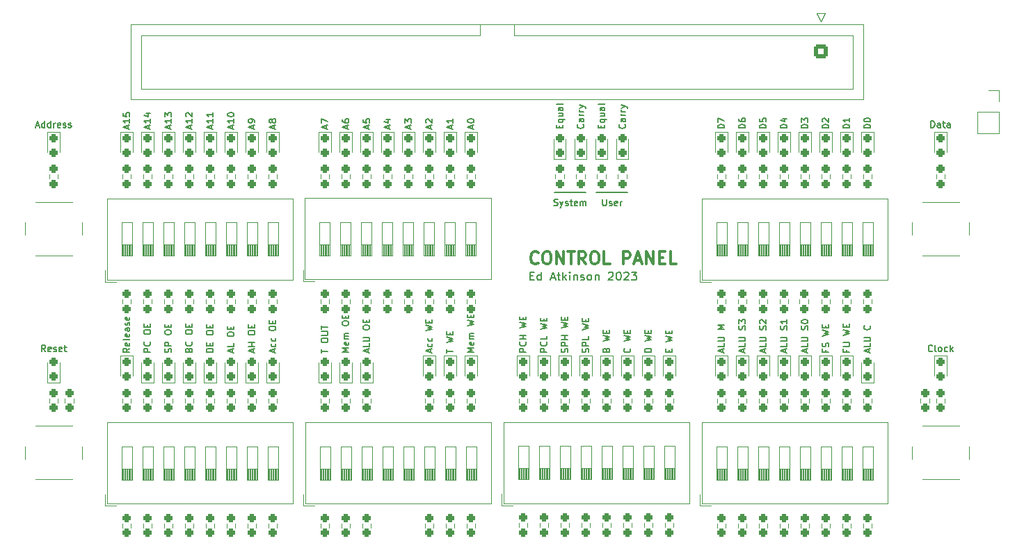
<source format=gbr>
%TF.GenerationSoftware,KiCad,Pcbnew,7.0.1*%
%TF.CreationDate,2023-08-25T15:29:08+01:00*%
%TF.ProjectId,Control_panel,436f6e74-726f-46c5-9f70-616e656c2e6b,rev?*%
%TF.SameCoordinates,Original*%
%TF.FileFunction,Legend,Top*%
%TF.FilePolarity,Positive*%
%FSLAX46Y46*%
G04 Gerber Fmt 4.6, Leading zero omitted, Abs format (unit mm)*
G04 Created by KiCad (PCBNEW 7.0.1) date 2023-08-25 15:29:08*
%MOMM*%
%LPD*%
G01*
G04 APERTURE LIST*
G04 Aperture macros list*
%AMRoundRect*
0 Rectangle with rounded corners*
0 $1 Rounding radius*
0 $2 $3 $4 $5 $6 $7 $8 $9 X,Y pos of 4 corners*
0 Add a 4 corners polygon primitive as box body*
4,1,4,$2,$3,$4,$5,$6,$7,$8,$9,$2,$3,0*
0 Add four circle primitives for the rounded corners*
1,1,$1+$1,$2,$3*
1,1,$1+$1,$4,$5*
1,1,$1+$1,$6,$7*
1,1,$1+$1,$8,$9*
0 Add four rect primitives between the rounded corners*
20,1,$1+$1,$2,$3,$4,$5,0*
20,1,$1+$1,$4,$5,$6,$7,0*
20,1,$1+$1,$6,$7,$8,$9,0*
20,1,$1+$1,$8,$9,$2,$3,0*%
G04 Aperture macros list end*
%ADD10C,0.150000*%
%ADD11C,0.300000*%
%ADD12C,0.120000*%
%ADD13RoundRect,0.237500X0.237500X-0.287500X0.237500X0.287500X-0.237500X0.287500X-0.237500X-0.287500X0*%
%ADD14RoundRect,0.237500X-0.237500X0.287500X-0.237500X-0.287500X0.237500X-0.287500X0.237500X0.287500X0*%
%ADD15RoundRect,0.237500X0.237500X-0.250000X0.237500X0.250000X-0.237500X0.250000X-0.237500X-0.250000X0*%
%ADD16RoundRect,0.237500X-0.237500X0.250000X-0.237500X-0.250000X0.237500X-0.250000X0.237500X0.250000X0*%
%ADD17R,1.600000X1.600000*%
%ADD18O,1.600000X1.600000*%
%ADD19C,3.500000*%
%ADD20C,2.000000*%
%ADD21RoundRect,0.250000X-0.600000X0.600000X-0.600000X-0.600000X0.600000X-0.600000X0.600000X0.600000X0*%
%ADD22C,1.700000*%
%ADD23R,1.700000X1.700000*%
%ADD24O,1.700000X1.700000*%
G04 APERTURE END LIST*
D10*
X163195000Y-59055000D02*
X167005000Y-59055000D01*
X168275000Y-59055000D02*
X172085000Y-59055000D01*
X121655095Y-78549523D02*
X120855095Y-78549523D01*
X120855095Y-78549523D02*
X120855095Y-78359047D01*
X120855095Y-78359047D02*
X120893190Y-78244761D01*
X120893190Y-78244761D02*
X120969380Y-78168571D01*
X120969380Y-78168571D02*
X121045571Y-78130476D01*
X121045571Y-78130476D02*
X121197952Y-78092380D01*
X121197952Y-78092380D02*
X121312238Y-78092380D01*
X121312238Y-78092380D02*
X121464619Y-78130476D01*
X121464619Y-78130476D02*
X121540809Y-78168571D01*
X121540809Y-78168571D02*
X121617000Y-78244761D01*
X121617000Y-78244761D02*
X121655095Y-78359047D01*
X121655095Y-78359047D02*
X121655095Y-78549523D01*
X121236047Y-77749523D02*
X121236047Y-77482857D01*
X121655095Y-77368571D02*
X121655095Y-77749523D01*
X121655095Y-77749523D02*
X120855095Y-77749523D01*
X120855095Y-77749523D02*
X120855095Y-77368571D01*
X120855095Y-76263808D02*
X120855095Y-76111427D01*
X120855095Y-76111427D02*
X120893190Y-76035237D01*
X120893190Y-76035237D02*
X120969380Y-75959046D01*
X120969380Y-75959046D02*
X121121761Y-75920951D01*
X121121761Y-75920951D02*
X121388428Y-75920951D01*
X121388428Y-75920951D02*
X121540809Y-75959046D01*
X121540809Y-75959046D02*
X121617000Y-76035237D01*
X121617000Y-76035237D02*
X121655095Y-76111427D01*
X121655095Y-76111427D02*
X121655095Y-76263808D01*
X121655095Y-76263808D02*
X121617000Y-76339999D01*
X121617000Y-76339999D02*
X121540809Y-76416189D01*
X121540809Y-76416189D02*
X121388428Y-76454285D01*
X121388428Y-76454285D02*
X121121761Y-76454285D01*
X121121761Y-76454285D02*
X120969380Y-76416189D01*
X120969380Y-76416189D02*
X120893190Y-76339999D01*
X120893190Y-76339999D02*
X120855095Y-76263808D01*
X121236047Y-75578094D02*
X121236047Y-75311428D01*
X121655095Y-75197142D02*
X121655095Y-75578094D01*
X121655095Y-75578094D02*
X120855095Y-75578094D01*
X120855095Y-75578094D02*
X120855095Y-75197142D01*
X126506523Y-51282619D02*
X126506523Y-50901666D01*
X126735095Y-51358809D02*
X125935095Y-51092142D01*
X125935095Y-51092142D02*
X126735095Y-50825476D01*
X126735095Y-50520714D02*
X126735095Y-50368333D01*
X126735095Y-50368333D02*
X126697000Y-50292143D01*
X126697000Y-50292143D02*
X126658904Y-50254047D01*
X126658904Y-50254047D02*
X126544619Y-50177857D01*
X126544619Y-50177857D02*
X126392238Y-50139762D01*
X126392238Y-50139762D02*
X126087476Y-50139762D01*
X126087476Y-50139762D02*
X126011285Y-50177857D01*
X126011285Y-50177857D02*
X125973190Y-50215952D01*
X125973190Y-50215952D02*
X125935095Y-50292143D01*
X125935095Y-50292143D02*
X125935095Y-50444524D01*
X125935095Y-50444524D02*
X125973190Y-50520714D01*
X125973190Y-50520714D02*
X126011285Y-50558809D01*
X126011285Y-50558809D02*
X126087476Y-50596905D01*
X126087476Y-50596905D02*
X126277952Y-50596905D01*
X126277952Y-50596905D02*
X126354142Y-50558809D01*
X126354142Y-50558809D02*
X126392238Y-50520714D01*
X126392238Y-50520714D02*
X126430333Y-50444524D01*
X126430333Y-50444524D02*
X126430333Y-50292143D01*
X126430333Y-50292143D02*
X126392238Y-50215952D01*
X126392238Y-50215952D02*
X126354142Y-50177857D01*
X126354142Y-50177857D02*
X126277952Y-50139762D01*
X111495095Y-78092380D02*
X111114142Y-78359047D01*
X111495095Y-78549523D02*
X110695095Y-78549523D01*
X110695095Y-78549523D02*
X110695095Y-78244761D01*
X110695095Y-78244761D02*
X110733190Y-78168571D01*
X110733190Y-78168571D02*
X110771285Y-78130476D01*
X110771285Y-78130476D02*
X110847476Y-78092380D01*
X110847476Y-78092380D02*
X110961761Y-78092380D01*
X110961761Y-78092380D02*
X111037952Y-78130476D01*
X111037952Y-78130476D02*
X111076047Y-78168571D01*
X111076047Y-78168571D02*
X111114142Y-78244761D01*
X111114142Y-78244761D02*
X111114142Y-78549523D01*
X111457000Y-77444761D02*
X111495095Y-77520952D01*
X111495095Y-77520952D02*
X111495095Y-77673333D01*
X111495095Y-77673333D02*
X111457000Y-77749523D01*
X111457000Y-77749523D02*
X111380809Y-77787619D01*
X111380809Y-77787619D02*
X111076047Y-77787619D01*
X111076047Y-77787619D02*
X110999857Y-77749523D01*
X110999857Y-77749523D02*
X110961761Y-77673333D01*
X110961761Y-77673333D02*
X110961761Y-77520952D01*
X110961761Y-77520952D02*
X110999857Y-77444761D01*
X110999857Y-77444761D02*
X111076047Y-77406666D01*
X111076047Y-77406666D02*
X111152238Y-77406666D01*
X111152238Y-77406666D02*
X111228428Y-77787619D01*
X111495095Y-76949524D02*
X111457000Y-77025714D01*
X111457000Y-77025714D02*
X111380809Y-77063809D01*
X111380809Y-77063809D02*
X110695095Y-77063809D01*
X111457000Y-76339999D02*
X111495095Y-76416190D01*
X111495095Y-76416190D02*
X111495095Y-76568571D01*
X111495095Y-76568571D02*
X111457000Y-76644761D01*
X111457000Y-76644761D02*
X111380809Y-76682857D01*
X111380809Y-76682857D02*
X111076047Y-76682857D01*
X111076047Y-76682857D02*
X110999857Y-76644761D01*
X110999857Y-76644761D02*
X110961761Y-76568571D01*
X110961761Y-76568571D02*
X110961761Y-76416190D01*
X110961761Y-76416190D02*
X110999857Y-76339999D01*
X110999857Y-76339999D02*
X111076047Y-76301904D01*
X111076047Y-76301904D02*
X111152238Y-76301904D01*
X111152238Y-76301904D02*
X111228428Y-76682857D01*
X111495095Y-75616190D02*
X111076047Y-75616190D01*
X111076047Y-75616190D02*
X110999857Y-75654285D01*
X110999857Y-75654285D02*
X110961761Y-75730476D01*
X110961761Y-75730476D02*
X110961761Y-75882857D01*
X110961761Y-75882857D02*
X110999857Y-75959047D01*
X111457000Y-75616190D02*
X111495095Y-75692381D01*
X111495095Y-75692381D02*
X111495095Y-75882857D01*
X111495095Y-75882857D02*
X111457000Y-75959047D01*
X111457000Y-75959047D02*
X111380809Y-75997143D01*
X111380809Y-75997143D02*
X111304619Y-75997143D01*
X111304619Y-75997143D02*
X111228428Y-75959047D01*
X111228428Y-75959047D02*
X111190333Y-75882857D01*
X111190333Y-75882857D02*
X111190333Y-75692381D01*
X111190333Y-75692381D02*
X111152238Y-75616190D01*
X111457000Y-75273333D02*
X111495095Y-75197142D01*
X111495095Y-75197142D02*
X111495095Y-75044761D01*
X111495095Y-75044761D02*
X111457000Y-74968571D01*
X111457000Y-74968571D02*
X111380809Y-74930475D01*
X111380809Y-74930475D02*
X111342714Y-74930475D01*
X111342714Y-74930475D02*
X111266523Y-74968571D01*
X111266523Y-74968571D02*
X111228428Y-75044761D01*
X111228428Y-75044761D02*
X111228428Y-75159047D01*
X111228428Y-75159047D02*
X111190333Y-75235237D01*
X111190333Y-75235237D02*
X111114142Y-75273333D01*
X111114142Y-75273333D02*
X111076047Y-75273333D01*
X111076047Y-75273333D02*
X110999857Y-75235237D01*
X110999857Y-75235237D02*
X110961761Y-75159047D01*
X110961761Y-75159047D02*
X110961761Y-75044761D01*
X110961761Y-75044761D02*
X110999857Y-74968571D01*
X111457000Y-74282856D02*
X111495095Y-74359047D01*
X111495095Y-74359047D02*
X111495095Y-74511428D01*
X111495095Y-74511428D02*
X111457000Y-74587618D01*
X111457000Y-74587618D02*
X111380809Y-74625714D01*
X111380809Y-74625714D02*
X111076047Y-74625714D01*
X111076047Y-74625714D02*
X110999857Y-74587618D01*
X110999857Y-74587618D02*
X110961761Y-74511428D01*
X110961761Y-74511428D02*
X110961761Y-74359047D01*
X110961761Y-74359047D02*
X110999857Y-74282856D01*
X110999857Y-74282856D02*
X111076047Y-74244761D01*
X111076047Y-74244761D02*
X111152238Y-74244761D01*
X111152238Y-74244761D02*
X111228428Y-74625714D01*
X129046523Y-51282619D02*
X129046523Y-50901666D01*
X129275095Y-51358809D02*
X128475095Y-51092142D01*
X128475095Y-51092142D02*
X129275095Y-50825476D01*
X128817952Y-50444524D02*
X128779857Y-50520714D01*
X128779857Y-50520714D02*
X128741761Y-50558809D01*
X128741761Y-50558809D02*
X128665571Y-50596905D01*
X128665571Y-50596905D02*
X128627476Y-50596905D01*
X128627476Y-50596905D02*
X128551285Y-50558809D01*
X128551285Y-50558809D02*
X128513190Y-50520714D01*
X128513190Y-50520714D02*
X128475095Y-50444524D01*
X128475095Y-50444524D02*
X128475095Y-50292143D01*
X128475095Y-50292143D02*
X128513190Y-50215952D01*
X128513190Y-50215952D02*
X128551285Y-50177857D01*
X128551285Y-50177857D02*
X128627476Y-50139762D01*
X128627476Y-50139762D02*
X128665571Y-50139762D01*
X128665571Y-50139762D02*
X128741761Y-50177857D01*
X128741761Y-50177857D02*
X128779857Y-50215952D01*
X128779857Y-50215952D02*
X128817952Y-50292143D01*
X128817952Y-50292143D02*
X128817952Y-50444524D01*
X128817952Y-50444524D02*
X128856047Y-50520714D01*
X128856047Y-50520714D02*
X128894142Y-50558809D01*
X128894142Y-50558809D02*
X128970333Y-50596905D01*
X128970333Y-50596905D02*
X129122714Y-50596905D01*
X129122714Y-50596905D02*
X129198904Y-50558809D01*
X129198904Y-50558809D02*
X129237000Y-50520714D01*
X129237000Y-50520714D02*
X129275095Y-50444524D01*
X129275095Y-50444524D02*
X129275095Y-50292143D01*
X129275095Y-50292143D02*
X129237000Y-50215952D01*
X129237000Y-50215952D02*
X129198904Y-50177857D01*
X129198904Y-50177857D02*
X129122714Y-50139762D01*
X129122714Y-50139762D02*
X128970333Y-50139762D01*
X128970333Y-50139762D02*
X128894142Y-50177857D01*
X128894142Y-50177857D02*
X128856047Y-50215952D01*
X128856047Y-50215952D02*
X128817952Y-50292143D01*
X201665095Y-51244523D02*
X200865095Y-51244523D01*
X200865095Y-51244523D02*
X200865095Y-51054047D01*
X200865095Y-51054047D02*
X200903190Y-50939761D01*
X200903190Y-50939761D02*
X200979380Y-50863571D01*
X200979380Y-50863571D02*
X201055571Y-50825476D01*
X201055571Y-50825476D02*
X201207952Y-50787380D01*
X201207952Y-50787380D02*
X201322238Y-50787380D01*
X201322238Y-50787380D02*
X201474619Y-50825476D01*
X201474619Y-50825476D02*
X201550809Y-50863571D01*
X201550809Y-50863571D02*
X201627000Y-50939761D01*
X201627000Y-50939761D02*
X201665095Y-51054047D01*
X201665095Y-51054047D02*
X201665095Y-51244523D01*
X200865095Y-50292142D02*
X200865095Y-50215952D01*
X200865095Y-50215952D02*
X200903190Y-50139761D01*
X200903190Y-50139761D02*
X200941285Y-50101666D01*
X200941285Y-50101666D02*
X201017476Y-50063571D01*
X201017476Y-50063571D02*
X201169857Y-50025476D01*
X201169857Y-50025476D02*
X201360333Y-50025476D01*
X201360333Y-50025476D02*
X201512714Y-50063571D01*
X201512714Y-50063571D02*
X201588904Y-50101666D01*
X201588904Y-50101666D02*
X201627000Y-50139761D01*
X201627000Y-50139761D02*
X201665095Y-50215952D01*
X201665095Y-50215952D02*
X201665095Y-50292142D01*
X201665095Y-50292142D02*
X201627000Y-50368333D01*
X201627000Y-50368333D02*
X201588904Y-50406428D01*
X201588904Y-50406428D02*
X201512714Y-50444523D01*
X201512714Y-50444523D02*
X201360333Y-50482619D01*
X201360333Y-50482619D02*
X201169857Y-50482619D01*
X201169857Y-50482619D02*
X201017476Y-50444523D01*
X201017476Y-50444523D02*
X200941285Y-50406428D01*
X200941285Y-50406428D02*
X200903190Y-50368333D01*
X200903190Y-50368333D02*
X200865095Y-50292142D01*
X153405095Y-78549523D02*
X152605095Y-78549523D01*
X152605095Y-78549523D02*
X153176523Y-78282857D01*
X153176523Y-78282857D02*
X152605095Y-78016190D01*
X152605095Y-78016190D02*
X153405095Y-78016190D01*
X153367000Y-77330475D02*
X153405095Y-77406666D01*
X153405095Y-77406666D02*
X153405095Y-77559047D01*
X153405095Y-77559047D02*
X153367000Y-77635237D01*
X153367000Y-77635237D02*
X153290809Y-77673333D01*
X153290809Y-77673333D02*
X152986047Y-77673333D01*
X152986047Y-77673333D02*
X152909857Y-77635237D01*
X152909857Y-77635237D02*
X152871761Y-77559047D01*
X152871761Y-77559047D02*
X152871761Y-77406666D01*
X152871761Y-77406666D02*
X152909857Y-77330475D01*
X152909857Y-77330475D02*
X152986047Y-77292380D01*
X152986047Y-77292380D02*
X153062238Y-77292380D01*
X153062238Y-77292380D02*
X153138428Y-77673333D01*
X153405095Y-76949523D02*
X152871761Y-76949523D01*
X152947952Y-76949523D02*
X152909857Y-76911428D01*
X152909857Y-76911428D02*
X152871761Y-76835238D01*
X152871761Y-76835238D02*
X152871761Y-76720952D01*
X152871761Y-76720952D02*
X152909857Y-76644761D01*
X152909857Y-76644761D02*
X152986047Y-76606666D01*
X152986047Y-76606666D02*
X153405095Y-76606666D01*
X152986047Y-76606666D02*
X152909857Y-76568571D01*
X152909857Y-76568571D02*
X152871761Y-76492380D01*
X152871761Y-76492380D02*
X152871761Y-76378095D01*
X152871761Y-76378095D02*
X152909857Y-76301904D01*
X152909857Y-76301904D02*
X152986047Y-76263809D01*
X152986047Y-76263809D02*
X153405095Y-76263809D01*
X152605095Y-75349523D02*
X153405095Y-75159047D01*
X153405095Y-75159047D02*
X152833666Y-75006666D01*
X152833666Y-75006666D02*
X153405095Y-74854285D01*
X153405095Y-74854285D02*
X152605095Y-74663809D01*
X152986047Y-74359046D02*
X152986047Y-74092380D01*
X153405095Y-73978094D02*
X153405095Y-74359046D01*
X153405095Y-74359046D02*
X152605095Y-74359046D01*
X152605095Y-74359046D02*
X152605095Y-73978094D01*
X169496047Y-78282857D02*
X169534142Y-78168571D01*
X169534142Y-78168571D02*
X169572238Y-78130476D01*
X169572238Y-78130476D02*
X169648428Y-78092380D01*
X169648428Y-78092380D02*
X169762714Y-78092380D01*
X169762714Y-78092380D02*
X169838904Y-78130476D01*
X169838904Y-78130476D02*
X169877000Y-78168571D01*
X169877000Y-78168571D02*
X169915095Y-78244761D01*
X169915095Y-78244761D02*
X169915095Y-78549523D01*
X169915095Y-78549523D02*
X169115095Y-78549523D01*
X169115095Y-78549523D02*
X169115095Y-78282857D01*
X169115095Y-78282857D02*
X169153190Y-78206666D01*
X169153190Y-78206666D02*
X169191285Y-78168571D01*
X169191285Y-78168571D02*
X169267476Y-78130476D01*
X169267476Y-78130476D02*
X169343666Y-78130476D01*
X169343666Y-78130476D02*
X169419857Y-78168571D01*
X169419857Y-78168571D02*
X169457952Y-78206666D01*
X169457952Y-78206666D02*
X169496047Y-78282857D01*
X169496047Y-78282857D02*
X169496047Y-78549523D01*
X169115095Y-77216190D02*
X169915095Y-77025714D01*
X169915095Y-77025714D02*
X169343666Y-76873333D01*
X169343666Y-76873333D02*
X169915095Y-76720952D01*
X169915095Y-76720952D02*
X169115095Y-76530476D01*
X169496047Y-76225713D02*
X169496047Y-75959047D01*
X169915095Y-75844761D02*
X169915095Y-76225713D01*
X169915095Y-76225713D02*
X169115095Y-76225713D01*
X169115095Y-76225713D02*
X169115095Y-75844761D01*
X162295095Y-78549523D02*
X161495095Y-78549523D01*
X161495095Y-78549523D02*
X161495095Y-78244761D01*
X161495095Y-78244761D02*
X161533190Y-78168571D01*
X161533190Y-78168571D02*
X161571285Y-78130476D01*
X161571285Y-78130476D02*
X161647476Y-78092380D01*
X161647476Y-78092380D02*
X161761761Y-78092380D01*
X161761761Y-78092380D02*
X161837952Y-78130476D01*
X161837952Y-78130476D02*
X161876047Y-78168571D01*
X161876047Y-78168571D02*
X161914142Y-78244761D01*
X161914142Y-78244761D02*
X161914142Y-78549523D01*
X162218904Y-77292380D02*
X162257000Y-77330476D01*
X162257000Y-77330476D02*
X162295095Y-77444761D01*
X162295095Y-77444761D02*
X162295095Y-77520952D01*
X162295095Y-77520952D02*
X162257000Y-77635238D01*
X162257000Y-77635238D02*
X162180809Y-77711428D01*
X162180809Y-77711428D02*
X162104619Y-77749523D01*
X162104619Y-77749523D02*
X161952238Y-77787619D01*
X161952238Y-77787619D02*
X161837952Y-77787619D01*
X161837952Y-77787619D02*
X161685571Y-77749523D01*
X161685571Y-77749523D02*
X161609380Y-77711428D01*
X161609380Y-77711428D02*
X161533190Y-77635238D01*
X161533190Y-77635238D02*
X161495095Y-77520952D01*
X161495095Y-77520952D02*
X161495095Y-77444761D01*
X161495095Y-77444761D02*
X161533190Y-77330476D01*
X161533190Y-77330476D02*
X161571285Y-77292380D01*
X162295095Y-76568571D02*
X162295095Y-76949523D01*
X162295095Y-76949523D02*
X161495095Y-76949523D01*
X161495095Y-75768571D02*
X162295095Y-75578095D01*
X162295095Y-75578095D02*
X161723666Y-75425714D01*
X161723666Y-75425714D02*
X162295095Y-75273333D01*
X162295095Y-75273333D02*
X161495095Y-75082857D01*
X161876047Y-74778094D02*
X161876047Y-74511428D01*
X162295095Y-74397142D02*
X162295095Y-74778094D01*
X162295095Y-74778094D02*
X161495095Y-74778094D01*
X161495095Y-74778094D02*
X161495095Y-74397142D01*
X186425095Y-51244523D02*
X185625095Y-51244523D01*
X185625095Y-51244523D02*
X185625095Y-51054047D01*
X185625095Y-51054047D02*
X185663190Y-50939761D01*
X185663190Y-50939761D02*
X185739380Y-50863571D01*
X185739380Y-50863571D02*
X185815571Y-50825476D01*
X185815571Y-50825476D02*
X185967952Y-50787380D01*
X185967952Y-50787380D02*
X186082238Y-50787380D01*
X186082238Y-50787380D02*
X186234619Y-50825476D01*
X186234619Y-50825476D02*
X186310809Y-50863571D01*
X186310809Y-50863571D02*
X186387000Y-50939761D01*
X186387000Y-50939761D02*
X186425095Y-51054047D01*
X186425095Y-51054047D02*
X186425095Y-51244523D01*
X185625095Y-50101666D02*
X185625095Y-50254047D01*
X185625095Y-50254047D02*
X185663190Y-50330238D01*
X185663190Y-50330238D02*
X185701285Y-50368333D01*
X185701285Y-50368333D02*
X185815571Y-50444523D01*
X185815571Y-50444523D02*
X185967952Y-50482619D01*
X185967952Y-50482619D02*
X186272714Y-50482619D01*
X186272714Y-50482619D02*
X186348904Y-50444523D01*
X186348904Y-50444523D02*
X186387000Y-50406428D01*
X186387000Y-50406428D02*
X186425095Y-50330238D01*
X186425095Y-50330238D02*
X186425095Y-50177857D01*
X186425095Y-50177857D02*
X186387000Y-50101666D01*
X186387000Y-50101666D02*
X186348904Y-50063571D01*
X186348904Y-50063571D02*
X186272714Y-50025476D01*
X186272714Y-50025476D02*
X186082238Y-50025476D01*
X186082238Y-50025476D02*
X186006047Y-50063571D01*
X186006047Y-50063571D02*
X185967952Y-50101666D01*
X185967952Y-50101666D02*
X185929857Y-50177857D01*
X185929857Y-50177857D02*
X185929857Y-50330238D01*
X185929857Y-50330238D02*
X185967952Y-50406428D01*
X185967952Y-50406428D02*
X186006047Y-50444523D01*
X186006047Y-50444523D02*
X186082238Y-50482619D01*
X171743904Y-50787380D02*
X171782000Y-50825476D01*
X171782000Y-50825476D02*
X171820095Y-50939761D01*
X171820095Y-50939761D02*
X171820095Y-51015952D01*
X171820095Y-51015952D02*
X171782000Y-51130238D01*
X171782000Y-51130238D02*
X171705809Y-51206428D01*
X171705809Y-51206428D02*
X171629619Y-51244523D01*
X171629619Y-51244523D02*
X171477238Y-51282619D01*
X171477238Y-51282619D02*
X171362952Y-51282619D01*
X171362952Y-51282619D02*
X171210571Y-51244523D01*
X171210571Y-51244523D02*
X171134380Y-51206428D01*
X171134380Y-51206428D02*
X171058190Y-51130238D01*
X171058190Y-51130238D02*
X171020095Y-51015952D01*
X171020095Y-51015952D02*
X171020095Y-50939761D01*
X171020095Y-50939761D02*
X171058190Y-50825476D01*
X171058190Y-50825476D02*
X171096285Y-50787380D01*
X171820095Y-50101666D02*
X171401047Y-50101666D01*
X171401047Y-50101666D02*
X171324857Y-50139761D01*
X171324857Y-50139761D02*
X171286761Y-50215952D01*
X171286761Y-50215952D02*
X171286761Y-50368333D01*
X171286761Y-50368333D02*
X171324857Y-50444523D01*
X171782000Y-50101666D02*
X171820095Y-50177857D01*
X171820095Y-50177857D02*
X171820095Y-50368333D01*
X171820095Y-50368333D02*
X171782000Y-50444523D01*
X171782000Y-50444523D02*
X171705809Y-50482619D01*
X171705809Y-50482619D02*
X171629619Y-50482619D01*
X171629619Y-50482619D02*
X171553428Y-50444523D01*
X171553428Y-50444523D02*
X171515333Y-50368333D01*
X171515333Y-50368333D02*
X171515333Y-50177857D01*
X171515333Y-50177857D02*
X171477238Y-50101666D01*
X171820095Y-49720713D02*
X171286761Y-49720713D01*
X171439142Y-49720713D02*
X171362952Y-49682618D01*
X171362952Y-49682618D02*
X171324857Y-49644523D01*
X171324857Y-49644523D02*
X171286761Y-49568332D01*
X171286761Y-49568332D02*
X171286761Y-49492142D01*
X171820095Y-49225475D02*
X171286761Y-49225475D01*
X171439142Y-49225475D02*
X171362952Y-49187380D01*
X171362952Y-49187380D02*
X171324857Y-49149285D01*
X171324857Y-49149285D02*
X171286761Y-49073094D01*
X171286761Y-49073094D02*
X171286761Y-48996904D01*
X171286761Y-48806428D02*
X171820095Y-48615952D01*
X171286761Y-48425475D02*
X171820095Y-48615952D01*
X171820095Y-48615952D02*
X172010571Y-48692142D01*
X172010571Y-48692142D02*
X172048666Y-48730237D01*
X172048666Y-48730237D02*
X172086761Y-48806428D01*
X201436523Y-78587619D02*
X201436523Y-78206666D01*
X201665095Y-78663809D02*
X200865095Y-78397142D01*
X200865095Y-78397142D02*
X201665095Y-78130476D01*
X201665095Y-77482857D02*
X201665095Y-77863809D01*
X201665095Y-77863809D02*
X200865095Y-77863809D01*
X200865095Y-77216190D02*
X201512714Y-77216190D01*
X201512714Y-77216190D02*
X201588904Y-77178095D01*
X201588904Y-77178095D02*
X201627000Y-77140000D01*
X201627000Y-77140000D02*
X201665095Y-77063809D01*
X201665095Y-77063809D02*
X201665095Y-76911428D01*
X201665095Y-76911428D02*
X201627000Y-76835238D01*
X201627000Y-76835238D02*
X201588904Y-76797143D01*
X201588904Y-76797143D02*
X201512714Y-76759047D01*
X201512714Y-76759047D02*
X200865095Y-76759047D01*
X201588904Y-75311428D02*
X201627000Y-75349524D01*
X201627000Y-75349524D02*
X201665095Y-75463809D01*
X201665095Y-75463809D02*
X201665095Y-75540000D01*
X201665095Y-75540000D02*
X201627000Y-75654286D01*
X201627000Y-75654286D02*
X201550809Y-75730476D01*
X201550809Y-75730476D02*
X201474619Y-75768571D01*
X201474619Y-75768571D02*
X201322238Y-75806667D01*
X201322238Y-75806667D02*
X201207952Y-75806667D01*
X201207952Y-75806667D02*
X201055571Y-75768571D01*
X201055571Y-75768571D02*
X200979380Y-75730476D01*
X200979380Y-75730476D02*
X200903190Y-75654286D01*
X200903190Y-75654286D02*
X200865095Y-75540000D01*
X200865095Y-75540000D02*
X200865095Y-75463809D01*
X200865095Y-75463809D02*
X200903190Y-75349524D01*
X200903190Y-75349524D02*
X200941285Y-75311428D01*
X123966523Y-51282619D02*
X123966523Y-50901666D01*
X124195095Y-51358809D02*
X123395095Y-51092142D01*
X123395095Y-51092142D02*
X124195095Y-50825476D01*
X124195095Y-50139762D02*
X124195095Y-50596905D01*
X124195095Y-50368333D02*
X123395095Y-50368333D01*
X123395095Y-50368333D02*
X123509380Y-50444524D01*
X123509380Y-50444524D02*
X123585571Y-50520714D01*
X123585571Y-50520714D02*
X123623666Y-50596905D01*
X123395095Y-49644523D02*
X123395095Y-49568333D01*
X123395095Y-49568333D02*
X123433190Y-49492142D01*
X123433190Y-49492142D02*
X123471285Y-49454047D01*
X123471285Y-49454047D02*
X123547476Y-49415952D01*
X123547476Y-49415952D02*
X123699857Y-49377857D01*
X123699857Y-49377857D02*
X123890333Y-49377857D01*
X123890333Y-49377857D02*
X124042714Y-49415952D01*
X124042714Y-49415952D02*
X124118904Y-49454047D01*
X124118904Y-49454047D02*
X124157000Y-49492142D01*
X124157000Y-49492142D02*
X124195095Y-49568333D01*
X124195095Y-49568333D02*
X124195095Y-49644523D01*
X124195095Y-49644523D02*
X124157000Y-49720714D01*
X124157000Y-49720714D02*
X124118904Y-49758809D01*
X124118904Y-49758809D02*
X124042714Y-49796904D01*
X124042714Y-49796904D02*
X123890333Y-49835000D01*
X123890333Y-49835000D02*
X123699857Y-49835000D01*
X123699857Y-49835000D02*
X123547476Y-49796904D01*
X123547476Y-49796904D02*
X123471285Y-49758809D01*
X123471285Y-49758809D02*
X123433190Y-49720714D01*
X123433190Y-49720714D02*
X123395095Y-49644523D01*
X118886523Y-51282619D02*
X118886523Y-50901666D01*
X119115095Y-51358809D02*
X118315095Y-51092142D01*
X118315095Y-51092142D02*
X119115095Y-50825476D01*
X119115095Y-50139762D02*
X119115095Y-50596905D01*
X119115095Y-50368333D02*
X118315095Y-50368333D01*
X118315095Y-50368333D02*
X118429380Y-50444524D01*
X118429380Y-50444524D02*
X118505571Y-50520714D01*
X118505571Y-50520714D02*
X118543666Y-50596905D01*
X118391285Y-49835000D02*
X118353190Y-49796904D01*
X118353190Y-49796904D02*
X118315095Y-49720714D01*
X118315095Y-49720714D02*
X118315095Y-49530238D01*
X118315095Y-49530238D02*
X118353190Y-49454047D01*
X118353190Y-49454047D02*
X118391285Y-49415952D01*
X118391285Y-49415952D02*
X118467476Y-49377857D01*
X118467476Y-49377857D02*
X118543666Y-49377857D01*
X118543666Y-49377857D02*
X118657952Y-49415952D01*
X118657952Y-49415952D02*
X119115095Y-49873095D01*
X119115095Y-49873095D02*
X119115095Y-49377857D01*
X121426523Y-51282619D02*
X121426523Y-50901666D01*
X121655095Y-51358809D02*
X120855095Y-51092142D01*
X120855095Y-51092142D02*
X121655095Y-50825476D01*
X121655095Y-50139762D02*
X121655095Y-50596905D01*
X121655095Y-50368333D02*
X120855095Y-50368333D01*
X120855095Y-50368333D02*
X120969380Y-50444524D01*
X120969380Y-50444524D02*
X121045571Y-50520714D01*
X121045571Y-50520714D02*
X121083666Y-50596905D01*
X121655095Y-49377857D02*
X121655095Y-49835000D01*
X121655095Y-49606428D02*
X120855095Y-49606428D01*
X120855095Y-49606428D02*
X120969380Y-49682619D01*
X120969380Y-49682619D02*
X121045571Y-49758809D01*
X121045571Y-49758809D02*
X121083666Y-49835000D01*
X164797000Y-78587619D02*
X164835095Y-78473333D01*
X164835095Y-78473333D02*
X164835095Y-78282857D01*
X164835095Y-78282857D02*
X164797000Y-78206666D01*
X164797000Y-78206666D02*
X164758904Y-78168571D01*
X164758904Y-78168571D02*
X164682714Y-78130476D01*
X164682714Y-78130476D02*
X164606523Y-78130476D01*
X164606523Y-78130476D02*
X164530333Y-78168571D01*
X164530333Y-78168571D02*
X164492238Y-78206666D01*
X164492238Y-78206666D02*
X164454142Y-78282857D01*
X164454142Y-78282857D02*
X164416047Y-78435238D01*
X164416047Y-78435238D02*
X164377952Y-78511428D01*
X164377952Y-78511428D02*
X164339857Y-78549523D01*
X164339857Y-78549523D02*
X164263666Y-78587619D01*
X164263666Y-78587619D02*
X164187476Y-78587619D01*
X164187476Y-78587619D02*
X164111285Y-78549523D01*
X164111285Y-78549523D02*
X164073190Y-78511428D01*
X164073190Y-78511428D02*
X164035095Y-78435238D01*
X164035095Y-78435238D02*
X164035095Y-78244761D01*
X164035095Y-78244761D02*
X164073190Y-78130476D01*
X164835095Y-77787618D02*
X164035095Y-77787618D01*
X164035095Y-77787618D02*
X164035095Y-77482856D01*
X164035095Y-77482856D02*
X164073190Y-77406666D01*
X164073190Y-77406666D02*
X164111285Y-77368571D01*
X164111285Y-77368571D02*
X164187476Y-77330475D01*
X164187476Y-77330475D02*
X164301761Y-77330475D01*
X164301761Y-77330475D02*
X164377952Y-77368571D01*
X164377952Y-77368571D02*
X164416047Y-77406666D01*
X164416047Y-77406666D02*
X164454142Y-77482856D01*
X164454142Y-77482856D02*
X164454142Y-77787618D01*
X164835095Y-76987618D02*
X164035095Y-76987618D01*
X164416047Y-76987618D02*
X164416047Y-76530475D01*
X164835095Y-76530475D02*
X164035095Y-76530475D01*
X164035095Y-75616190D02*
X164835095Y-75425714D01*
X164835095Y-75425714D02*
X164263666Y-75273333D01*
X164263666Y-75273333D02*
X164835095Y-75120952D01*
X164835095Y-75120952D02*
X164035095Y-74930476D01*
X164416047Y-74625713D02*
X164416047Y-74359047D01*
X164835095Y-74244761D02*
X164835095Y-74625713D01*
X164835095Y-74625713D02*
X164035095Y-74625713D01*
X164035095Y-74625713D02*
X164035095Y-74244761D01*
X183885095Y-51244523D02*
X183085095Y-51244523D01*
X183085095Y-51244523D02*
X183085095Y-51054047D01*
X183085095Y-51054047D02*
X183123190Y-50939761D01*
X183123190Y-50939761D02*
X183199380Y-50863571D01*
X183199380Y-50863571D02*
X183275571Y-50825476D01*
X183275571Y-50825476D02*
X183427952Y-50787380D01*
X183427952Y-50787380D02*
X183542238Y-50787380D01*
X183542238Y-50787380D02*
X183694619Y-50825476D01*
X183694619Y-50825476D02*
X183770809Y-50863571D01*
X183770809Y-50863571D02*
X183847000Y-50939761D01*
X183847000Y-50939761D02*
X183885095Y-51054047D01*
X183885095Y-51054047D02*
X183885095Y-51244523D01*
X183085095Y-50520714D02*
X183085095Y-49987380D01*
X183085095Y-49987380D02*
X183885095Y-50330238D01*
X153176523Y-51282619D02*
X153176523Y-50901666D01*
X153405095Y-51358809D02*
X152605095Y-51092142D01*
X152605095Y-51092142D02*
X153405095Y-50825476D01*
X152605095Y-50406428D02*
X152605095Y-50330238D01*
X152605095Y-50330238D02*
X152643190Y-50254047D01*
X152643190Y-50254047D02*
X152681285Y-50215952D01*
X152681285Y-50215952D02*
X152757476Y-50177857D01*
X152757476Y-50177857D02*
X152909857Y-50139762D01*
X152909857Y-50139762D02*
X153100333Y-50139762D01*
X153100333Y-50139762D02*
X153252714Y-50177857D01*
X153252714Y-50177857D02*
X153328904Y-50215952D01*
X153328904Y-50215952D02*
X153367000Y-50254047D01*
X153367000Y-50254047D02*
X153405095Y-50330238D01*
X153405095Y-50330238D02*
X153405095Y-50406428D01*
X153405095Y-50406428D02*
X153367000Y-50482619D01*
X153367000Y-50482619D02*
X153328904Y-50520714D01*
X153328904Y-50520714D02*
X153252714Y-50558809D01*
X153252714Y-50558809D02*
X153100333Y-50596905D01*
X153100333Y-50596905D02*
X152909857Y-50596905D01*
X152909857Y-50596905D02*
X152757476Y-50558809D01*
X152757476Y-50558809D02*
X152681285Y-50520714D01*
X152681285Y-50520714D02*
X152643190Y-50482619D01*
X152643190Y-50482619D02*
X152605095Y-50406428D01*
X196585095Y-51244523D02*
X195785095Y-51244523D01*
X195785095Y-51244523D02*
X195785095Y-51054047D01*
X195785095Y-51054047D02*
X195823190Y-50939761D01*
X195823190Y-50939761D02*
X195899380Y-50863571D01*
X195899380Y-50863571D02*
X195975571Y-50825476D01*
X195975571Y-50825476D02*
X196127952Y-50787380D01*
X196127952Y-50787380D02*
X196242238Y-50787380D01*
X196242238Y-50787380D02*
X196394619Y-50825476D01*
X196394619Y-50825476D02*
X196470809Y-50863571D01*
X196470809Y-50863571D02*
X196547000Y-50939761D01*
X196547000Y-50939761D02*
X196585095Y-51054047D01*
X196585095Y-51054047D02*
X196585095Y-51244523D01*
X195861285Y-50482619D02*
X195823190Y-50444523D01*
X195823190Y-50444523D02*
X195785095Y-50368333D01*
X195785095Y-50368333D02*
X195785095Y-50177857D01*
X195785095Y-50177857D02*
X195823190Y-50101666D01*
X195823190Y-50101666D02*
X195861285Y-50063571D01*
X195861285Y-50063571D02*
X195937476Y-50025476D01*
X195937476Y-50025476D02*
X196013666Y-50025476D01*
X196013666Y-50025476D02*
X196127952Y-50063571D01*
X196127952Y-50063571D02*
X196585095Y-50520714D01*
X196585095Y-50520714D02*
X196585095Y-50025476D01*
X145556523Y-51282619D02*
X145556523Y-50901666D01*
X145785095Y-51358809D02*
X144985095Y-51092142D01*
X144985095Y-51092142D02*
X145785095Y-50825476D01*
X144985095Y-50635000D02*
X144985095Y-50139762D01*
X144985095Y-50139762D02*
X145289857Y-50406428D01*
X145289857Y-50406428D02*
X145289857Y-50292143D01*
X145289857Y-50292143D02*
X145327952Y-50215952D01*
X145327952Y-50215952D02*
X145366047Y-50177857D01*
X145366047Y-50177857D02*
X145442238Y-50139762D01*
X145442238Y-50139762D02*
X145632714Y-50139762D01*
X145632714Y-50139762D02*
X145708904Y-50177857D01*
X145708904Y-50177857D02*
X145747000Y-50215952D01*
X145747000Y-50215952D02*
X145785095Y-50292143D01*
X145785095Y-50292143D02*
X145785095Y-50520714D01*
X145785095Y-50520714D02*
X145747000Y-50596905D01*
X145747000Y-50596905D02*
X145708904Y-50635000D01*
X193816523Y-78587619D02*
X193816523Y-78206666D01*
X194045095Y-78663809D02*
X193245095Y-78397142D01*
X193245095Y-78397142D02*
X194045095Y-78130476D01*
X194045095Y-77482857D02*
X194045095Y-77863809D01*
X194045095Y-77863809D02*
X193245095Y-77863809D01*
X193245095Y-77216190D02*
X193892714Y-77216190D01*
X193892714Y-77216190D02*
X193968904Y-77178095D01*
X193968904Y-77178095D02*
X194007000Y-77140000D01*
X194007000Y-77140000D02*
X194045095Y-77063809D01*
X194045095Y-77063809D02*
X194045095Y-76911428D01*
X194045095Y-76911428D02*
X194007000Y-76835238D01*
X194007000Y-76835238D02*
X193968904Y-76797143D01*
X193968904Y-76797143D02*
X193892714Y-76759047D01*
X193892714Y-76759047D02*
X193245095Y-76759047D01*
X194007000Y-75806667D02*
X194045095Y-75692381D01*
X194045095Y-75692381D02*
X194045095Y-75501905D01*
X194045095Y-75501905D02*
X194007000Y-75425714D01*
X194007000Y-75425714D02*
X193968904Y-75387619D01*
X193968904Y-75387619D02*
X193892714Y-75349524D01*
X193892714Y-75349524D02*
X193816523Y-75349524D01*
X193816523Y-75349524D02*
X193740333Y-75387619D01*
X193740333Y-75387619D02*
X193702238Y-75425714D01*
X193702238Y-75425714D02*
X193664142Y-75501905D01*
X193664142Y-75501905D02*
X193626047Y-75654286D01*
X193626047Y-75654286D02*
X193587952Y-75730476D01*
X193587952Y-75730476D02*
X193549857Y-75768571D01*
X193549857Y-75768571D02*
X193473666Y-75806667D01*
X193473666Y-75806667D02*
X193397476Y-75806667D01*
X193397476Y-75806667D02*
X193321285Y-75768571D01*
X193321285Y-75768571D02*
X193283190Y-75730476D01*
X193283190Y-75730476D02*
X193245095Y-75654286D01*
X193245095Y-75654286D02*
X193245095Y-75463809D01*
X193245095Y-75463809D02*
X193283190Y-75349524D01*
X193245095Y-74854285D02*
X193245095Y-74778095D01*
X193245095Y-74778095D02*
X193283190Y-74701904D01*
X193283190Y-74701904D02*
X193321285Y-74663809D01*
X193321285Y-74663809D02*
X193397476Y-74625714D01*
X193397476Y-74625714D02*
X193549857Y-74587619D01*
X193549857Y-74587619D02*
X193740333Y-74587619D01*
X193740333Y-74587619D02*
X193892714Y-74625714D01*
X193892714Y-74625714D02*
X193968904Y-74663809D01*
X193968904Y-74663809D02*
X194007000Y-74701904D01*
X194007000Y-74701904D02*
X194045095Y-74778095D01*
X194045095Y-74778095D02*
X194045095Y-74854285D01*
X194045095Y-74854285D02*
X194007000Y-74930476D01*
X194007000Y-74930476D02*
X193968904Y-74968571D01*
X193968904Y-74968571D02*
X193892714Y-75006666D01*
X193892714Y-75006666D02*
X193740333Y-75044762D01*
X193740333Y-75044762D02*
X193549857Y-75044762D01*
X193549857Y-75044762D02*
X193397476Y-75006666D01*
X193397476Y-75006666D02*
X193321285Y-74968571D01*
X193321285Y-74968571D02*
X193283190Y-74930476D01*
X193283190Y-74930476D02*
X193245095Y-74854285D01*
X174995095Y-78549523D02*
X174195095Y-78549523D01*
X174195095Y-78549523D02*
X174195095Y-78359047D01*
X174195095Y-78359047D02*
X174233190Y-78244761D01*
X174233190Y-78244761D02*
X174309380Y-78168571D01*
X174309380Y-78168571D02*
X174385571Y-78130476D01*
X174385571Y-78130476D02*
X174537952Y-78092380D01*
X174537952Y-78092380D02*
X174652238Y-78092380D01*
X174652238Y-78092380D02*
X174804619Y-78130476D01*
X174804619Y-78130476D02*
X174880809Y-78168571D01*
X174880809Y-78168571D02*
X174957000Y-78244761D01*
X174957000Y-78244761D02*
X174995095Y-78359047D01*
X174995095Y-78359047D02*
X174995095Y-78549523D01*
X174195095Y-77216190D02*
X174995095Y-77025714D01*
X174995095Y-77025714D02*
X174423666Y-76873333D01*
X174423666Y-76873333D02*
X174995095Y-76720952D01*
X174995095Y-76720952D02*
X174195095Y-76530476D01*
X174576047Y-76225713D02*
X174576047Y-75959047D01*
X174995095Y-75844761D02*
X174995095Y-76225713D01*
X174995095Y-76225713D02*
X174195095Y-76225713D01*
X174195095Y-76225713D02*
X174195095Y-75844761D01*
X135396523Y-51282619D02*
X135396523Y-50901666D01*
X135625095Y-51358809D02*
X134825095Y-51092142D01*
X134825095Y-51092142D02*
X135625095Y-50825476D01*
X134825095Y-50635000D02*
X134825095Y-50101666D01*
X134825095Y-50101666D02*
X135625095Y-50444524D01*
X126506523Y-78587619D02*
X126506523Y-78206666D01*
X126735095Y-78663809D02*
X125935095Y-78397142D01*
X125935095Y-78397142D02*
X126735095Y-78130476D01*
X126735095Y-77863809D02*
X125935095Y-77863809D01*
X126316047Y-77863809D02*
X126316047Y-77406666D01*
X126735095Y-77406666D02*
X125935095Y-77406666D01*
X125935095Y-76263809D02*
X125935095Y-76111428D01*
X125935095Y-76111428D02*
X125973190Y-76035238D01*
X125973190Y-76035238D02*
X126049380Y-75959047D01*
X126049380Y-75959047D02*
X126201761Y-75920952D01*
X126201761Y-75920952D02*
X126468428Y-75920952D01*
X126468428Y-75920952D02*
X126620809Y-75959047D01*
X126620809Y-75959047D02*
X126697000Y-76035238D01*
X126697000Y-76035238D02*
X126735095Y-76111428D01*
X126735095Y-76111428D02*
X126735095Y-76263809D01*
X126735095Y-76263809D02*
X126697000Y-76340000D01*
X126697000Y-76340000D02*
X126620809Y-76416190D01*
X126620809Y-76416190D02*
X126468428Y-76454286D01*
X126468428Y-76454286D02*
X126201761Y-76454286D01*
X126201761Y-76454286D02*
X126049380Y-76416190D01*
X126049380Y-76416190D02*
X125973190Y-76340000D01*
X125973190Y-76340000D02*
X125935095Y-76263809D01*
X126316047Y-75578095D02*
X126316047Y-75311429D01*
X126735095Y-75197143D02*
X126735095Y-75578095D01*
X126735095Y-75578095D02*
X125935095Y-75578095D01*
X125935095Y-75578095D02*
X125935095Y-75197143D01*
X209194524Y-78398904D02*
X209156428Y-78437000D01*
X209156428Y-78437000D02*
X209042143Y-78475095D01*
X209042143Y-78475095D02*
X208965952Y-78475095D01*
X208965952Y-78475095D02*
X208851666Y-78437000D01*
X208851666Y-78437000D02*
X208775476Y-78360809D01*
X208775476Y-78360809D02*
X208737381Y-78284619D01*
X208737381Y-78284619D02*
X208699285Y-78132238D01*
X208699285Y-78132238D02*
X208699285Y-78017952D01*
X208699285Y-78017952D02*
X208737381Y-77865571D01*
X208737381Y-77865571D02*
X208775476Y-77789380D01*
X208775476Y-77789380D02*
X208851666Y-77713190D01*
X208851666Y-77713190D02*
X208965952Y-77675095D01*
X208965952Y-77675095D02*
X209042143Y-77675095D01*
X209042143Y-77675095D02*
X209156428Y-77713190D01*
X209156428Y-77713190D02*
X209194524Y-77751285D01*
X209651666Y-78475095D02*
X209575476Y-78437000D01*
X209575476Y-78437000D02*
X209537381Y-78360809D01*
X209537381Y-78360809D02*
X209537381Y-77675095D01*
X210070714Y-78475095D02*
X209994524Y-78437000D01*
X209994524Y-78437000D02*
X209956429Y-78398904D01*
X209956429Y-78398904D02*
X209918333Y-78322714D01*
X209918333Y-78322714D02*
X209918333Y-78094142D01*
X209918333Y-78094142D02*
X209956429Y-78017952D01*
X209956429Y-78017952D02*
X209994524Y-77979857D01*
X209994524Y-77979857D02*
X210070714Y-77941761D01*
X210070714Y-77941761D02*
X210185000Y-77941761D01*
X210185000Y-77941761D02*
X210261191Y-77979857D01*
X210261191Y-77979857D02*
X210299286Y-78017952D01*
X210299286Y-78017952D02*
X210337381Y-78094142D01*
X210337381Y-78094142D02*
X210337381Y-78322714D01*
X210337381Y-78322714D02*
X210299286Y-78398904D01*
X210299286Y-78398904D02*
X210261191Y-78437000D01*
X210261191Y-78437000D02*
X210185000Y-78475095D01*
X210185000Y-78475095D02*
X210070714Y-78475095D01*
X211023096Y-78437000D02*
X210946905Y-78475095D01*
X210946905Y-78475095D02*
X210794524Y-78475095D01*
X210794524Y-78475095D02*
X210718334Y-78437000D01*
X210718334Y-78437000D02*
X210680239Y-78398904D01*
X210680239Y-78398904D02*
X210642143Y-78322714D01*
X210642143Y-78322714D02*
X210642143Y-78094142D01*
X210642143Y-78094142D02*
X210680239Y-78017952D01*
X210680239Y-78017952D02*
X210718334Y-77979857D01*
X210718334Y-77979857D02*
X210794524Y-77941761D01*
X210794524Y-77941761D02*
X210946905Y-77941761D01*
X210946905Y-77941761D02*
X211023096Y-77979857D01*
X211365953Y-78475095D02*
X211365953Y-77675095D01*
X211442143Y-78170333D02*
X211670715Y-78475095D01*
X211670715Y-77941761D02*
X211365953Y-78246523D01*
X140476523Y-78587619D02*
X140476523Y-78206666D01*
X140705095Y-78663809D02*
X139905095Y-78397142D01*
X139905095Y-78397142D02*
X140705095Y-78130476D01*
X140705095Y-77482857D02*
X140705095Y-77863809D01*
X140705095Y-77863809D02*
X139905095Y-77863809D01*
X139905095Y-77216190D02*
X140552714Y-77216190D01*
X140552714Y-77216190D02*
X140628904Y-77178095D01*
X140628904Y-77178095D02*
X140667000Y-77140000D01*
X140667000Y-77140000D02*
X140705095Y-77063809D01*
X140705095Y-77063809D02*
X140705095Y-76911428D01*
X140705095Y-76911428D02*
X140667000Y-76835238D01*
X140667000Y-76835238D02*
X140628904Y-76797143D01*
X140628904Y-76797143D02*
X140552714Y-76759047D01*
X140552714Y-76759047D02*
X139905095Y-76759047D01*
X139905095Y-75616190D02*
X139905095Y-75463809D01*
X139905095Y-75463809D02*
X139943190Y-75387619D01*
X139943190Y-75387619D02*
X140019380Y-75311428D01*
X140019380Y-75311428D02*
X140171761Y-75273333D01*
X140171761Y-75273333D02*
X140438428Y-75273333D01*
X140438428Y-75273333D02*
X140590809Y-75311428D01*
X140590809Y-75311428D02*
X140667000Y-75387619D01*
X140667000Y-75387619D02*
X140705095Y-75463809D01*
X140705095Y-75463809D02*
X140705095Y-75616190D01*
X140705095Y-75616190D02*
X140667000Y-75692381D01*
X140667000Y-75692381D02*
X140590809Y-75768571D01*
X140590809Y-75768571D02*
X140438428Y-75806667D01*
X140438428Y-75806667D02*
X140171761Y-75806667D01*
X140171761Y-75806667D02*
X140019380Y-75768571D01*
X140019380Y-75768571D02*
X139943190Y-75692381D01*
X139943190Y-75692381D02*
X139905095Y-75616190D01*
X140286047Y-74930476D02*
X140286047Y-74663810D01*
X140705095Y-74549524D02*
X140705095Y-74930476D01*
X140705095Y-74930476D02*
X139905095Y-74930476D01*
X139905095Y-74930476D02*
X139905095Y-74549524D01*
X137936523Y-51282619D02*
X137936523Y-50901666D01*
X138165095Y-51358809D02*
X137365095Y-51092142D01*
X137365095Y-51092142D02*
X138165095Y-50825476D01*
X137365095Y-50215952D02*
X137365095Y-50368333D01*
X137365095Y-50368333D02*
X137403190Y-50444524D01*
X137403190Y-50444524D02*
X137441285Y-50482619D01*
X137441285Y-50482619D02*
X137555571Y-50558809D01*
X137555571Y-50558809D02*
X137707952Y-50596905D01*
X137707952Y-50596905D02*
X138012714Y-50596905D01*
X138012714Y-50596905D02*
X138088904Y-50558809D01*
X138088904Y-50558809D02*
X138127000Y-50520714D01*
X138127000Y-50520714D02*
X138165095Y-50444524D01*
X138165095Y-50444524D02*
X138165095Y-50292143D01*
X138165095Y-50292143D02*
X138127000Y-50215952D01*
X138127000Y-50215952D02*
X138088904Y-50177857D01*
X138088904Y-50177857D02*
X138012714Y-50139762D01*
X138012714Y-50139762D02*
X137822238Y-50139762D01*
X137822238Y-50139762D02*
X137746047Y-50177857D01*
X137746047Y-50177857D02*
X137707952Y-50215952D01*
X137707952Y-50215952D02*
X137669857Y-50292143D01*
X137669857Y-50292143D02*
X137669857Y-50444524D01*
X137669857Y-50444524D02*
X137707952Y-50520714D01*
X137707952Y-50520714D02*
X137746047Y-50558809D01*
X137746047Y-50558809D02*
X137822238Y-50596905D01*
X129046523Y-78587619D02*
X129046523Y-78206666D01*
X129275095Y-78663809D02*
X128475095Y-78397142D01*
X128475095Y-78397142D02*
X129275095Y-78130476D01*
X129237000Y-77520952D02*
X129275095Y-77597143D01*
X129275095Y-77597143D02*
X129275095Y-77749524D01*
X129275095Y-77749524D02*
X129237000Y-77825714D01*
X129237000Y-77825714D02*
X129198904Y-77863809D01*
X129198904Y-77863809D02*
X129122714Y-77901905D01*
X129122714Y-77901905D02*
X128894142Y-77901905D01*
X128894142Y-77901905D02*
X128817952Y-77863809D01*
X128817952Y-77863809D02*
X128779857Y-77825714D01*
X128779857Y-77825714D02*
X128741761Y-77749524D01*
X128741761Y-77749524D02*
X128741761Y-77597143D01*
X128741761Y-77597143D02*
X128779857Y-77520952D01*
X129237000Y-76835238D02*
X129275095Y-76911429D01*
X129275095Y-76911429D02*
X129275095Y-77063810D01*
X129275095Y-77063810D02*
X129237000Y-77140000D01*
X129237000Y-77140000D02*
X129198904Y-77178095D01*
X129198904Y-77178095D02*
X129122714Y-77216191D01*
X129122714Y-77216191D02*
X128894142Y-77216191D01*
X128894142Y-77216191D02*
X128817952Y-77178095D01*
X128817952Y-77178095D02*
X128779857Y-77140000D01*
X128779857Y-77140000D02*
X128741761Y-77063810D01*
X128741761Y-77063810D02*
X128741761Y-76911429D01*
X128741761Y-76911429D02*
X128779857Y-76835238D01*
X128475095Y-75730476D02*
X128475095Y-75578095D01*
X128475095Y-75578095D02*
X128513190Y-75501905D01*
X128513190Y-75501905D02*
X128589380Y-75425714D01*
X128589380Y-75425714D02*
X128741761Y-75387619D01*
X128741761Y-75387619D02*
X129008428Y-75387619D01*
X129008428Y-75387619D02*
X129160809Y-75425714D01*
X129160809Y-75425714D02*
X129237000Y-75501905D01*
X129237000Y-75501905D02*
X129275095Y-75578095D01*
X129275095Y-75578095D02*
X129275095Y-75730476D01*
X129275095Y-75730476D02*
X129237000Y-75806667D01*
X129237000Y-75806667D02*
X129160809Y-75882857D01*
X129160809Y-75882857D02*
X129008428Y-75920953D01*
X129008428Y-75920953D02*
X128741761Y-75920953D01*
X128741761Y-75920953D02*
X128589380Y-75882857D01*
X128589380Y-75882857D02*
X128513190Y-75806667D01*
X128513190Y-75806667D02*
X128475095Y-75730476D01*
X128856047Y-75044762D02*
X128856047Y-74778096D01*
X129275095Y-74663810D02*
X129275095Y-75044762D01*
X129275095Y-75044762D02*
X128475095Y-75044762D01*
X128475095Y-75044762D02*
X128475095Y-74663810D01*
X148096523Y-51282619D02*
X148096523Y-50901666D01*
X148325095Y-51358809D02*
X147525095Y-51092142D01*
X147525095Y-51092142D02*
X148325095Y-50825476D01*
X147601285Y-50596905D02*
X147563190Y-50558809D01*
X147563190Y-50558809D02*
X147525095Y-50482619D01*
X147525095Y-50482619D02*
X147525095Y-50292143D01*
X147525095Y-50292143D02*
X147563190Y-50215952D01*
X147563190Y-50215952D02*
X147601285Y-50177857D01*
X147601285Y-50177857D02*
X147677476Y-50139762D01*
X147677476Y-50139762D02*
X147753666Y-50139762D01*
X147753666Y-50139762D02*
X147867952Y-50177857D01*
X147867952Y-50177857D02*
X148325095Y-50635000D01*
X148325095Y-50635000D02*
X148325095Y-50139762D01*
X199125095Y-51244523D02*
X198325095Y-51244523D01*
X198325095Y-51244523D02*
X198325095Y-51054047D01*
X198325095Y-51054047D02*
X198363190Y-50939761D01*
X198363190Y-50939761D02*
X198439380Y-50863571D01*
X198439380Y-50863571D02*
X198515571Y-50825476D01*
X198515571Y-50825476D02*
X198667952Y-50787380D01*
X198667952Y-50787380D02*
X198782238Y-50787380D01*
X198782238Y-50787380D02*
X198934619Y-50825476D01*
X198934619Y-50825476D02*
X199010809Y-50863571D01*
X199010809Y-50863571D02*
X199087000Y-50939761D01*
X199087000Y-50939761D02*
X199125095Y-51054047D01*
X199125095Y-51054047D02*
X199125095Y-51244523D01*
X199125095Y-50025476D02*
X199125095Y-50482619D01*
X199125095Y-50254047D02*
X198325095Y-50254047D01*
X198325095Y-50254047D02*
X198439380Y-50330238D01*
X198439380Y-50330238D02*
X198515571Y-50406428D01*
X198515571Y-50406428D02*
X198553666Y-50482619D01*
X168861047Y-51244523D02*
X168861047Y-50977857D01*
X169280095Y-50863571D02*
X169280095Y-51244523D01*
X169280095Y-51244523D02*
X168480095Y-51244523D01*
X168480095Y-51244523D02*
X168480095Y-50863571D01*
X168746761Y-50177856D02*
X169546761Y-50177856D01*
X169242000Y-50177856D02*
X169280095Y-50254047D01*
X169280095Y-50254047D02*
X169280095Y-50406428D01*
X169280095Y-50406428D02*
X169242000Y-50482618D01*
X169242000Y-50482618D02*
X169203904Y-50520713D01*
X169203904Y-50520713D02*
X169127714Y-50558809D01*
X169127714Y-50558809D02*
X168899142Y-50558809D01*
X168899142Y-50558809D02*
X168822952Y-50520713D01*
X168822952Y-50520713D02*
X168784857Y-50482618D01*
X168784857Y-50482618D02*
X168746761Y-50406428D01*
X168746761Y-50406428D02*
X168746761Y-50254047D01*
X168746761Y-50254047D02*
X168784857Y-50177856D01*
X168746761Y-49454046D02*
X169280095Y-49454046D01*
X168746761Y-49796903D02*
X169165809Y-49796903D01*
X169165809Y-49796903D02*
X169242000Y-49758808D01*
X169242000Y-49758808D02*
X169280095Y-49682618D01*
X169280095Y-49682618D02*
X169280095Y-49568332D01*
X169280095Y-49568332D02*
X169242000Y-49492141D01*
X169242000Y-49492141D02*
X169203904Y-49454046D01*
X169280095Y-48730236D02*
X168861047Y-48730236D01*
X168861047Y-48730236D02*
X168784857Y-48768331D01*
X168784857Y-48768331D02*
X168746761Y-48844522D01*
X168746761Y-48844522D02*
X168746761Y-48996903D01*
X168746761Y-48996903D02*
X168784857Y-49073093D01*
X169242000Y-48730236D02*
X169280095Y-48806427D01*
X169280095Y-48806427D02*
X169280095Y-48996903D01*
X169280095Y-48996903D02*
X169242000Y-49073093D01*
X169242000Y-49073093D02*
X169165809Y-49111189D01*
X169165809Y-49111189D02*
X169089619Y-49111189D01*
X169089619Y-49111189D02*
X169013428Y-49073093D01*
X169013428Y-49073093D02*
X168975333Y-48996903D01*
X168975333Y-48996903D02*
X168975333Y-48806427D01*
X168975333Y-48806427D02*
X168937238Y-48730236D01*
X169280095Y-48234998D02*
X169242000Y-48311188D01*
X169242000Y-48311188D02*
X169165809Y-48349283D01*
X169165809Y-48349283D02*
X168480095Y-48349283D01*
X111266523Y-51282619D02*
X111266523Y-50901666D01*
X111495095Y-51358809D02*
X110695095Y-51092142D01*
X110695095Y-51092142D02*
X111495095Y-50825476D01*
X111495095Y-50139762D02*
X111495095Y-50596905D01*
X111495095Y-50368333D02*
X110695095Y-50368333D01*
X110695095Y-50368333D02*
X110809380Y-50444524D01*
X110809380Y-50444524D02*
X110885571Y-50520714D01*
X110885571Y-50520714D02*
X110923666Y-50596905D01*
X110695095Y-49415952D02*
X110695095Y-49796904D01*
X110695095Y-49796904D02*
X111076047Y-49835000D01*
X111076047Y-49835000D02*
X111037952Y-49796904D01*
X111037952Y-49796904D02*
X110999857Y-49720714D01*
X110999857Y-49720714D02*
X110999857Y-49530238D01*
X110999857Y-49530238D02*
X111037952Y-49454047D01*
X111037952Y-49454047D02*
X111076047Y-49415952D01*
X111076047Y-49415952D02*
X111152238Y-49377857D01*
X111152238Y-49377857D02*
X111342714Y-49377857D01*
X111342714Y-49377857D02*
X111418904Y-49415952D01*
X111418904Y-49415952D02*
X111457000Y-49454047D01*
X111457000Y-49454047D02*
X111495095Y-49530238D01*
X111495095Y-49530238D02*
X111495095Y-49720714D01*
X111495095Y-49720714D02*
X111457000Y-49796904D01*
X111457000Y-49796904D02*
X111418904Y-49835000D01*
X100082618Y-50941523D02*
X100463571Y-50941523D01*
X100006428Y-51170095D02*
X100273095Y-50370095D01*
X100273095Y-50370095D02*
X100539761Y-51170095D01*
X101149285Y-51170095D02*
X101149285Y-50370095D01*
X101149285Y-51132000D02*
X101073094Y-51170095D01*
X101073094Y-51170095D02*
X100920713Y-51170095D01*
X100920713Y-51170095D02*
X100844523Y-51132000D01*
X100844523Y-51132000D02*
X100806428Y-51093904D01*
X100806428Y-51093904D02*
X100768332Y-51017714D01*
X100768332Y-51017714D02*
X100768332Y-50789142D01*
X100768332Y-50789142D02*
X100806428Y-50712952D01*
X100806428Y-50712952D02*
X100844523Y-50674857D01*
X100844523Y-50674857D02*
X100920713Y-50636761D01*
X100920713Y-50636761D02*
X101073094Y-50636761D01*
X101073094Y-50636761D02*
X101149285Y-50674857D01*
X101873095Y-51170095D02*
X101873095Y-50370095D01*
X101873095Y-51132000D02*
X101796904Y-51170095D01*
X101796904Y-51170095D02*
X101644523Y-51170095D01*
X101644523Y-51170095D02*
X101568333Y-51132000D01*
X101568333Y-51132000D02*
X101530238Y-51093904D01*
X101530238Y-51093904D02*
X101492142Y-51017714D01*
X101492142Y-51017714D02*
X101492142Y-50789142D01*
X101492142Y-50789142D02*
X101530238Y-50712952D01*
X101530238Y-50712952D02*
X101568333Y-50674857D01*
X101568333Y-50674857D02*
X101644523Y-50636761D01*
X101644523Y-50636761D02*
X101796904Y-50636761D01*
X101796904Y-50636761D02*
X101873095Y-50674857D01*
X102254048Y-51170095D02*
X102254048Y-50636761D01*
X102254048Y-50789142D02*
X102292143Y-50712952D01*
X102292143Y-50712952D02*
X102330238Y-50674857D01*
X102330238Y-50674857D02*
X102406429Y-50636761D01*
X102406429Y-50636761D02*
X102482619Y-50636761D01*
X103054048Y-51132000D02*
X102977857Y-51170095D01*
X102977857Y-51170095D02*
X102825476Y-51170095D01*
X102825476Y-51170095D02*
X102749286Y-51132000D01*
X102749286Y-51132000D02*
X102711190Y-51055809D01*
X102711190Y-51055809D02*
X102711190Y-50751047D01*
X102711190Y-50751047D02*
X102749286Y-50674857D01*
X102749286Y-50674857D02*
X102825476Y-50636761D01*
X102825476Y-50636761D02*
X102977857Y-50636761D01*
X102977857Y-50636761D02*
X103054048Y-50674857D01*
X103054048Y-50674857D02*
X103092143Y-50751047D01*
X103092143Y-50751047D02*
X103092143Y-50827238D01*
X103092143Y-50827238D02*
X102711190Y-50903428D01*
X103396904Y-51132000D02*
X103473095Y-51170095D01*
X103473095Y-51170095D02*
X103625476Y-51170095D01*
X103625476Y-51170095D02*
X103701666Y-51132000D01*
X103701666Y-51132000D02*
X103739762Y-51055809D01*
X103739762Y-51055809D02*
X103739762Y-51017714D01*
X103739762Y-51017714D02*
X103701666Y-50941523D01*
X103701666Y-50941523D02*
X103625476Y-50903428D01*
X103625476Y-50903428D02*
X103511190Y-50903428D01*
X103511190Y-50903428D02*
X103435000Y-50865333D01*
X103435000Y-50865333D02*
X103396904Y-50789142D01*
X103396904Y-50789142D02*
X103396904Y-50751047D01*
X103396904Y-50751047D02*
X103435000Y-50674857D01*
X103435000Y-50674857D02*
X103511190Y-50636761D01*
X103511190Y-50636761D02*
X103625476Y-50636761D01*
X103625476Y-50636761D02*
X103701666Y-50674857D01*
X104044523Y-51132000D02*
X104120714Y-51170095D01*
X104120714Y-51170095D02*
X104273095Y-51170095D01*
X104273095Y-51170095D02*
X104349285Y-51132000D01*
X104349285Y-51132000D02*
X104387381Y-51055809D01*
X104387381Y-51055809D02*
X104387381Y-51017714D01*
X104387381Y-51017714D02*
X104349285Y-50941523D01*
X104349285Y-50941523D02*
X104273095Y-50903428D01*
X104273095Y-50903428D02*
X104158809Y-50903428D01*
X104158809Y-50903428D02*
X104082619Y-50865333D01*
X104082619Y-50865333D02*
X104044523Y-50789142D01*
X104044523Y-50789142D02*
X104044523Y-50751047D01*
X104044523Y-50751047D02*
X104082619Y-50674857D01*
X104082619Y-50674857D02*
X104158809Y-50636761D01*
X104158809Y-50636761D02*
X104273095Y-50636761D01*
X104273095Y-50636761D02*
X104349285Y-50674857D01*
X134825095Y-78663809D02*
X134825095Y-78206666D01*
X135625095Y-78435238D02*
X134825095Y-78435238D01*
X134825095Y-77178094D02*
X134825095Y-77025713D01*
X134825095Y-77025713D02*
X134863190Y-76949523D01*
X134863190Y-76949523D02*
X134939380Y-76873332D01*
X134939380Y-76873332D02*
X135091761Y-76835237D01*
X135091761Y-76835237D02*
X135358428Y-76835237D01*
X135358428Y-76835237D02*
X135510809Y-76873332D01*
X135510809Y-76873332D02*
X135587000Y-76949523D01*
X135587000Y-76949523D02*
X135625095Y-77025713D01*
X135625095Y-77025713D02*
X135625095Y-77178094D01*
X135625095Y-77178094D02*
X135587000Y-77254285D01*
X135587000Y-77254285D02*
X135510809Y-77330475D01*
X135510809Y-77330475D02*
X135358428Y-77368571D01*
X135358428Y-77368571D02*
X135091761Y-77368571D01*
X135091761Y-77368571D02*
X134939380Y-77330475D01*
X134939380Y-77330475D02*
X134863190Y-77254285D01*
X134863190Y-77254285D02*
X134825095Y-77178094D01*
X134825095Y-76492380D02*
X135472714Y-76492380D01*
X135472714Y-76492380D02*
X135548904Y-76454285D01*
X135548904Y-76454285D02*
X135587000Y-76416190D01*
X135587000Y-76416190D02*
X135625095Y-76339999D01*
X135625095Y-76339999D02*
X135625095Y-76187618D01*
X135625095Y-76187618D02*
X135587000Y-76111428D01*
X135587000Y-76111428D02*
X135548904Y-76073333D01*
X135548904Y-76073333D02*
X135472714Y-76035237D01*
X135472714Y-76035237D02*
X134825095Y-76035237D01*
X134825095Y-75768571D02*
X134825095Y-75311428D01*
X135625095Y-75540000D02*
X134825095Y-75540000D01*
X148096523Y-78587619D02*
X148096523Y-78206666D01*
X148325095Y-78663809D02*
X147525095Y-78397142D01*
X147525095Y-78397142D02*
X148325095Y-78130476D01*
X148287000Y-77520952D02*
X148325095Y-77597143D01*
X148325095Y-77597143D02*
X148325095Y-77749524D01*
X148325095Y-77749524D02*
X148287000Y-77825714D01*
X148287000Y-77825714D02*
X148248904Y-77863809D01*
X148248904Y-77863809D02*
X148172714Y-77901905D01*
X148172714Y-77901905D02*
X147944142Y-77901905D01*
X147944142Y-77901905D02*
X147867952Y-77863809D01*
X147867952Y-77863809D02*
X147829857Y-77825714D01*
X147829857Y-77825714D02*
X147791761Y-77749524D01*
X147791761Y-77749524D02*
X147791761Y-77597143D01*
X147791761Y-77597143D02*
X147829857Y-77520952D01*
X148287000Y-76835238D02*
X148325095Y-76911429D01*
X148325095Y-76911429D02*
X148325095Y-77063810D01*
X148325095Y-77063810D02*
X148287000Y-77140000D01*
X148287000Y-77140000D02*
X148248904Y-77178095D01*
X148248904Y-77178095D02*
X148172714Y-77216191D01*
X148172714Y-77216191D02*
X147944142Y-77216191D01*
X147944142Y-77216191D02*
X147867952Y-77178095D01*
X147867952Y-77178095D02*
X147829857Y-77140000D01*
X147829857Y-77140000D02*
X147791761Y-77063810D01*
X147791761Y-77063810D02*
X147791761Y-76911429D01*
X147791761Y-76911429D02*
X147829857Y-76835238D01*
X147525095Y-75959048D02*
X148325095Y-75768572D01*
X148325095Y-75768572D02*
X147753666Y-75616191D01*
X147753666Y-75616191D02*
X148325095Y-75463810D01*
X148325095Y-75463810D02*
X147525095Y-75273334D01*
X147906047Y-74968571D02*
X147906047Y-74701905D01*
X148325095Y-74587619D02*
X148325095Y-74968571D01*
X148325095Y-74968571D02*
X147525095Y-74968571D01*
X147525095Y-74968571D02*
X147525095Y-74587619D01*
X116537000Y-78587619D02*
X116575095Y-78473333D01*
X116575095Y-78473333D02*
X116575095Y-78282857D01*
X116575095Y-78282857D02*
X116537000Y-78206666D01*
X116537000Y-78206666D02*
X116498904Y-78168571D01*
X116498904Y-78168571D02*
X116422714Y-78130476D01*
X116422714Y-78130476D02*
X116346523Y-78130476D01*
X116346523Y-78130476D02*
X116270333Y-78168571D01*
X116270333Y-78168571D02*
X116232238Y-78206666D01*
X116232238Y-78206666D02*
X116194142Y-78282857D01*
X116194142Y-78282857D02*
X116156047Y-78435238D01*
X116156047Y-78435238D02*
X116117952Y-78511428D01*
X116117952Y-78511428D02*
X116079857Y-78549523D01*
X116079857Y-78549523D02*
X116003666Y-78587619D01*
X116003666Y-78587619D02*
X115927476Y-78587619D01*
X115927476Y-78587619D02*
X115851285Y-78549523D01*
X115851285Y-78549523D02*
X115813190Y-78511428D01*
X115813190Y-78511428D02*
X115775095Y-78435238D01*
X115775095Y-78435238D02*
X115775095Y-78244761D01*
X115775095Y-78244761D02*
X115813190Y-78130476D01*
X116575095Y-77787618D02*
X115775095Y-77787618D01*
X115775095Y-77787618D02*
X115775095Y-77482856D01*
X115775095Y-77482856D02*
X115813190Y-77406666D01*
X115813190Y-77406666D02*
X115851285Y-77368571D01*
X115851285Y-77368571D02*
X115927476Y-77330475D01*
X115927476Y-77330475D02*
X116041761Y-77330475D01*
X116041761Y-77330475D02*
X116117952Y-77368571D01*
X116117952Y-77368571D02*
X116156047Y-77406666D01*
X116156047Y-77406666D02*
X116194142Y-77482856D01*
X116194142Y-77482856D02*
X116194142Y-77787618D01*
X115775095Y-76225713D02*
X115775095Y-76073332D01*
X115775095Y-76073332D02*
X115813190Y-75997142D01*
X115813190Y-75997142D02*
X115889380Y-75920951D01*
X115889380Y-75920951D02*
X116041761Y-75882856D01*
X116041761Y-75882856D02*
X116308428Y-75882856D01*
X116308428Y-75882856D02*
X116460809Y-75920951D01*
X116460809Y-75920951D02*
X116537000Y-75997142D01*
X116537000Y-75997142D02*
X116575095Y-76073332D01*
X116575095Y-76073332D02*
X116575095Y-76225713D01*
X116575095Y-76225713D02*
X116537000Y-76301904D01*
X116537000Y-76301904D02*
X116460809Y-76378094D01*
X116460809Y-76378094D02*
X116308428Y-76416190D01*
X116308428Y-76416190D02*
X116041761Y-76416190D01*
X116041761Y-76416190D02*
X115889380Y-76378094D01*
X115889380Y-76378094D02*
X115813190Y-76301904D01*
X115813190Y-76301904D02*
X115775095Y-76225713D01*
X116156047Y-75539999D02*
X116156047Y-75273333D01*
X116575095Y-75159047D02*
X116575095Y-75539999D01*
X116575095Y-75539999D02*
X115775095Y-75539999D01*
X115775095Y-75539999D02*
X115775095Y-75159047D01*
X196166047Y-78282857D02*
X196166047Y-78549523D01*
X196585095Y-78549523D02*
X195785095Y-78549523D01*
X195785095Y-78549523D02*
X195785095Y-78168571D01*
X196547000Y-77901905D02*
X196585095Y-77787619D01*
X196585095Y-77787619D02*
X196585095Y-77597143D01*
X196585095Y-77597143D02*
X196547000Y-77520952D01*
X196547000Y-77520952D02*
X196508904Y-77482857D01*
X196508904Y-77482857D02*
X196432714Y-77444762D01*
X196432714Y-77444762D02*
X196356523Y-77444762D01*
X196356523Y-77444762D02*
X196280333Y-77482857D01*
X196280333Y-77482857D02*
X196242238Y-77520952D01*
X196242238Y-77520952D02*
X196204142Y-77597143D01*
X196204142Y-77597143D02*
X196166047Y-77749524D01*
X196166047Y-77749524D02*
X196127952Y-77825714D01*
X196127952Y-77825714D02*
X196089857Y-77863809D01*
X196089857Y-77863809D02*
X196013666Y-77901905D01*
X196013666Y-77901905D02*
X195937476Y-77901905D01*
X195937476Y-77901905D02*
X195861285Y-77863809D01*
X195861285Y-77863809D02*
X195823190Y-77825714D01*
X195823190Y-77825714D02*
X195785095Y-77749524D01*
X195785095Y-77749524D02*
X195785095Y-77559047D01*
X195785095Y-77559047D02*
X195823190Y-77444762D01*
X195785095Y-76568571D02*
X196585095Y-76378095D01*
X196585095Y-76378095D02*
X196013666Y-76225714D01*
X196013666Y-76225714D02*
X196585095Y-76073333D01*
X196585095Y-76073333D02*
X195785095Y-75882857D01*
X196166047Y-75578094D02*
X196166047Y-75311428D01*
X196585095Y-75197142D02*
X196585095Y-75578094D01*
X196585095Y-75578094D02*
X195785095Y-75578094D01*
X195785095Y-75578094D02*
X195785095Y-75197142D01*
X143016523Y-51282619D02*
X143016523Y-50901666D01*
X143245095Y-51358809D02*
X142445095Y-51092142D01*
X142445095Y-51092142D02*
X143245095Y-50825476D01*
X142711761Y-50215952D02*
X143245095Y-50215952D01*
X142407000Y-50406428D02*
X142978428Y-50596905D01*
X142978428Y-50596905D02*
X142978428Y-50101666D01*
X188736523Y-78587619D02*
X188736523Y-78206666D01*
X188965095Y-78663809D02*
X188165095Y-78397142D01*
X188165095Y-78397142D02*
X188965095Y-78130476D01*
X188965095Y-77482857D02*
X188965095Y-77863809D01*
X188965095Y-77863809D02*
X188165095Y-77863809D01*
X188165095Y-77216190D02*
X188812714Y-77216190D01*
X188812714Y-77216190D02*
X188888904Y-77178095D01*
X188888904Y-77178095D02*
X188927000Y-77140000D01*
X188927000Y-77140000D02*
X188965095Y-77063809D01*
X188965095Y-77063809D02*
X188965095Y-76911428D01*
X188965095Y-76911428D02*
X188927000Y-76835238D01*
X188927000Y-76835238D02*
X188888904Y-76797143D01*
X188888904Y-76797143D02*
X188812714Y-76759047D01*
X188812714Y-76759047D02*
X188165095Y-76759047D01*
X188927000Y-75806667D02*
X188965095Y-75692381D01*
X188965095Y-75692381D02*
X188965095Y-75501905D01*
X188965095Y-75501905D02*
X188927000Y-75425714D01*
X188927000Y-75425714D02*
X188888904Y-75387619D01*
X188888904Y-75387619D02*
X188812714Y-75349524D01*
X188812714Y-75349524D02*
X188736523Y-75349524D01*
X188736523Y-75349524D02*
X188660333Y-75387619D01*
X188660333Y-75387619D02*
X188622238Y-75425714D01*
X188622238Y-75425714D02*
X188584142Y-75501905D01*
X188584142Y-75501905D02*
X188546047Y-75654286D01*
X188546047Y-75654286D02*
X188507952Y-75730476D01*
X188507952Y-75730476D02*
X188469857Y-75768571D01*
X188469857Y-75768571D02*
X188393666Y-75806667D01*
X188393666Y-75806667D02*
X188317476Y-75806667D01*
X188317476Y-75806667D02*
X188241285Y-75768571D01*
X188241285Y-75768571D02*
X188203190Y-75730476D01*
X188203190Y-75730476D02*
X188165095Y-75654286D01*
X188165095Y-75654286D02*
X188165095Y-75463809D01*
X188165095Y-75463809D02*
X188203190Y-75349524D01*
X188241285Y-75044762D02*
X188203190Y-75006666D01*
X188203190Y-75006666D02*
X188165095Y-74930476D01*
X188165095Y-74930476D02*
X188165095Y-74740000D01*
X188165095Y-74740000D02*
X188203190Y-74663809D01*
X188203190Y-74663809D02*
X188241285Y-74625714D01*
X188241285Y-74625714D02*
X188317476Y-74587619D01*
X188317476Y-74587619D02*
X188393666Y-74587619D01*
X188393666Y-74587619D02*
X188507952Y-74625714D01*
X188507952Y-74625714D02*
X188965095Y-75082857D01*
X188965095Y-75082857D02*
X188965095Y-74587619D01*
X159755095Y-78549523D02*
X158955095Y-78549523D01*
X158955095Y-78549523D02*
X158955095Y-78244761D01*
X158955095Y-78244761D02*
X158993190Y-78168571D01*
X158993190Y-78168571D02*
X159031285Y-78130476D01*
X159031285Y-78130476D02*
X159107476Y-78092380D01*
X159107476Y-78092380D02*
X159221761Y-78092380D01*
X159221761Y-78092380D02*
X159297952Y-78130476D01*
X159297952Y-78130476D02*
X159336047Y-78168571D01*
X159336047Y-78168571D02*
X159374142Y-78244761D01*
X159374142Y-78244761D02*
X159374142Y-78549523D01*
X159678904Y-77292380D02*
X159717000Y-77330476D01*
X159717000Y-77330476D02*
X159755095Y-77444761D01*
X159755095Y-77444761D02*
X159755095Y-77520952D01*
X159755095Y-77520952D02*
X159717000Y-77635238D01*
X159717000Y-77635238D02*
X159640809Y-77711428D01*
X159640809Y-77711428D02*
X159564619Y-77749523D01*
X159564619Y-77749523D02*
X159412238Y-77787619D01*
X159412238Y-77787619D02*
X159297952Y-77787619D01*
X159297952Y-77787619D02*
X159145571Y-77749523D01*
X159145571Y-77749523D02*
X159069380Y-77711428D01*
X159069380Y-77711428D02*
X158993190Y-77635238D01*
X158993190Y-77635238D02*
X158955095Y-77520952D01*
X158955095Y-77520952D02*
X158955095Y-77444761D01*
X158955095Y-77444761D02*
X158993190Y-77330476D01*
X158993190Y-77330476D02*
X159031285Y-77292380D01*
X159755095Y-76949523D02*
X158955095Y-76949523D01*
X159336047Y-76949523D02*
X159336047Y-76492380D01*
X159755095Y-76492380D02*
X158955095Y-76492380D01*
X158955095Y-75578095D02*
X159755095Y-75387619D01*
X159755095Y-75387619D02*
X159183666Y-75235238D01*
X159183666Y-75235238D02*
X159755095Y-75082857D01*
X159755095Y-75082857D02*
X158955095Y-74892381D01*
X159336047Y-74587618D02*
X159336047Y-74320952D01*
X159755095Y-74206666D02*
X159755095Y-74587618D01*
X159755095Y-74587618D02*
X158955095Y-74587618D01*
X158955095Y-74587618D02*
X158955095Y-74206666D01*
X123966523Y-78587619D02*
X123966523Y-78206666D01*
X124195095Y-78663809D02*
X123395095Y-78397142D01*
X123395095Y-78397142D02*
X124195095Y-78130476D01*
X124195095Y-77482857D02*
X124195095Y-77863809D01*
X124195095Y-77863809D02*
X123395095Y-77863809D01*
X123395095Y-76454285D02*
X123395095Y-76301904D01*
X123395095Y-76301904D02*
X123433190Y-76225714D01*
X123433190Y-76225714D02*
X123509380Y-76149523D01*
X123509380Y-76149523D02*
X123661761Y-76111428D01*
X123661761Y-76111428D02*
X123928428Y-76111428D01*
X123928428Y-76111428D02*
X124080809Y-76149523D01*
X124080809Y-76149523D02*
X124157000Y-76225714D01*
X124157000Y-76225714D02*
X124195095Y-76301904D01*
X124195095Y-76301904D02*
X124195095Y-76454285D01*
X124195095Y-76454285D02*
X124157000Y-76530476D01*
X124157000Y-76530476D02*
X124080809Y-76606666D01*
X124080809Y-76606666D02*
X123928428Y-76644762D01*
X123928428Y-76644762D02*
X123661761Y-76644762D01*
X123661761Y-76644762D02*
X123509380Y-76606666D01*
X123509380Y-76606666D02*
X123433190Y-76530476D01*
X123433190Y-76530476D02*
X123395095Y-76454285D01*
X123776047Y-75768571D02*
X123776047Y-75501905D01*
X124195095Y-75387619D02*
X124195095Y-75768571D01*
X124195095Y-75768571D02*
X123395095Y-75768571D01*
X123395095Y-75768571D02*
X123395095Y-75387619D01*
X169037143Y-59895095D02*
X169037143Y-60542714D01*
X169037143Y-60542714D02*
X169075238Y-60618904D01*
X169075238Y-60618904D02*
X169113333Y-60657000D01*
X169113333Y-60657000D02*
X169189524Y-60695095D01*
X169189524Y-60695095D02*
X169341905Y-60695095D01*
X169341905Y-60695095D02*
X169418095Y-60657000D01*
X169418095Y-60657000D02*
X169456190Y-60618904D01*
X169456190Y-60618904D02*
X169494286Y-60542714D01*
X169494286Y-60542714D02*
X169494286Y-59895095D01*
X169837142Y-60657000D02*
X169913333Y-60695095D01*
X169913333Y-60695095D02*
X170065714Y-60695095D01*
X170065714Y-60695095D02*
X170141904Y-60657000D01*
X170141904Y-60657000D02*
X170180000Y-60580809D01*
X170180000Y-60580809D02*
X170180000Y-60542714D01*
X170180000Y-60542714D02*
X170141904Y-60466523D01*
X170141904Y-60466523D02*
X170065714Y-60428428D01*
X170065714Y-60428428D02*
X169951428Y-60428428D01*
X169951428Y-60428428D02*
X169875238Y-60390333D01*
X169875238Y-60390333D02*
X169837142Y-60314142D01*
X169837142Y-60314142D02*
X169837142Y-60276047D01*
X169837142Y-60276047D02*
X169875238Y-60199857D01*
X169875238Y-60199857D02*
X169951428Y-60161761D01*
X169951428Y-60161761D02*
X170065714Y-60161761D01*
X170065714Y-60161761D02*
X170141904Y-60199857D01*
X170827619Y-60657000D02*
X170751428Y-60695095D01*
X170751428Y-60695095D02*
X170599047Y-60695095D01*
X170599047Y-60695095D02*
X170522857Y-60657000D01*
X170522857Y-60657000D02*
X170484761Y-60580809D01*
X170484761Y-60580809D02*
X170484761Y-60276047D01*
X170484761Y-60276047D02*
X170522857Y-60199857D01*
X170522857Y-60199857D02*
X170599047Y-60161761D01*
X170599047Y-60161761D02*
X170751428Y-60161761D01*
X170751428Y-60161761D02*
X170827619Y-60199857D01*
X170827619Y-60199857D02*
X170865714Y-60276047D01*
X170865714Y-60276047D02*
X170865714Y-60352238D01*
X170865714Y-60352238D02*
X170484761Y-60428428D01*
X171208571Y-60695095D02*
X171208571Y-60161761D01*
X171208571Y-60314142D02*
X171246666Y-60237952D01*
X171246666Y-60237952D02*
X171284761Y-60199857D01*
X171284761Y-60199857D02*
X171360952Y-60161761D01*
X171360952Y-60161761D02*
X171437142Y-60161761D01*
X113806523Y-51282619D02*
X113806523Y-50901666D01*
X114035095Y-51358809D02*
X113235095Y-51092142D01*
X113235095Y-51092142D02*
X114035095Y-50825476D01*
X114035095Y-50139762D02*
X114035095Y-50596905D01*
X114035095Y-50368333D02*
X113235095Y-50368333D01*
X113235095Y-50368333D02*
X113349380Y-50444524D01*
X113349380Y-50444524D02*
X113425571Y-50520714D01*
X113425571Y-50520714D02*
X113463666Y-50596905D01*
X113501761Y-49454047D02*
X114035095Y-49454047D01*
X113197000Y-49644523D02*
X113768428Y-49835000D01*
X113768428Y-49835000D02*
X113768428Y-49339761D01*
X118696047Y-78282857D02*
X118734142Y-78168571D01*
X118734142Y-78168571D02*
X118772238Y-78130476D01*
X118772238Y-78130476D02*
X118848428Y-78092380D01*
X118848428Y-78092380D02*
X118962714Y-78092380D01*
X118962714Y-78092380D02*
X119038904Y-78130476D01*
X119038904Y-78130476D02*
X119077000Y-78168571D01*
X119077000Y-78168571D02*
X119115095Y-78244761D01*
X119115095Y-78244761D02*
X119115095Y-78549523D01*
X119115095Y-78549523D02*
X118315095Y-78549523D01*
X118315095Y-78549523D02*
X118315095Y-78282857D01*
X118315095Y-78282857D02*
X118353190Y-78206666D01*
X118353190Y-78206666D02*
X118391285Y-78168571D01*
X118391285Y-78168571D02*
X118467476Y-78130476D01*
X118467476Y-78130476D02*
X118543666Y-78130476D01*
X118543666Y-78130476D02*
X118619857Y-78168571D01*
X118619857Y-78168571D02*
X118657952Y-78206666D01*
X118657952Y-78206666D02*
X118696047Y-78282857D01*
X118696047Y-78282857D02*
X118696047Y-78549523D01*
X119038904Y-77292380D02*
X119077000Y-77330476D01*
X119077000Y-77330476D02*
X119115095Y-77444761D01*
X119115095Y-77444761D02*
X119115095Y-77520952D01*
X119115095Y-77520952D02*
X119077000Y-77635238D01*
X119077000Y-77635238D02*
X119000809Y-77711428D01*
X119000809Y-77711428D02*
X118924619Y-77749523D01*
X118924619Y-77749523D02*
X118772238Y-77787619D01*
X118772238Y-77787619D02*
X118657952Y-77787619D01*
X118657952Y-77787619D02*
X118505571Y-77749523D01*
X118505571Y-77749523D02*
X118429380Y-77711428D01*
X118429380Y-77711428D02*
X118353190Y-77635238D01*
X118353190Y-77635238D02*
X118315095Y-77520952D01*
X118315095Y-77520952D02*
X118315095Y-77444761D01*
X118315095Y-77444761D02*
X118353190Y-77330476D01*
X118353190Y-77330476D02*
X118391285Y-77292380D01*
X118315095Y-76187618D02*
X118315095Y-76035237D01*
X118315095Y-76035237D02*
X118353190Y-75959047D01*
X118353190Y-75959047D02*
X118429380Y-75882856D01*
X118429380Y-75882856D02*
X118581761Y-75844761D01*
X118581761Y-75844761D02*
X118848428Y-75844761D01*
X118848428Y-75844761D02*
X119000809Y-75882856D01*
X119000809Y-75882856D02*
X119077000Y-75959047D01*
X119077000Y-75959047D02*
X119115095Y-76035237D01*
X119115095Y-76035237D02*
X119115095Y-76187618D01*
X119115095Y-76187618D02*
X119077000Y-76263809D01*
X119077000Y-76263809D02*
X119000809Y-76339999D01*
X119000809Y-76339999D02*
X118848428Y-76378095D01*
X118848428Y-76378095D02*
X118581761Y-76378095D01*
X118581761Y-76378095D02*
X118429380Y-76339999D01*
X118429380Y-76339999D02*
X118353190Y-76263809D01*
X118353190Y-76263809D02*
X118315095Y-76187618D01*
X118696047Y-75501904D02*
X118696047Y-75235238D01*
X119115095Y-75120952D02*
X119115095Y-75501904D01*
X119115095Y-75501904D02*
X118315095Y-75501904D01*
X118315095Y-75501904D02*
X118315095Y-75120952D01*
X191505095Y-51244523D02*
X190705095Y-51244523D01*
X190705095Y-51244523D02*
X190705095Y-51054047D01*
X190705095Y-51054047D02*
X190743190Y-50939761D01*
X190743190Y-50939761D02*
X190819380Y-50863571D01*
X190819380Y-50863571D02*
X190895571Y-50825476D01*
X190895571Y-50825476D02*
X191047952Y-50787380D01*
X191047952Y-50787380D02*
X191162238Y-50787380D01*
X191162238Y-50787380D02*
X191314619Y-50825476D01*
X191314619Y-50825476D02*
X191390809Y-50863571D01*
X191390809Y-50863571D02*
X191467000Y-50939761D01*
X191467000Y-50939761D02*
X191505095Y-51054047D01*
X191505095Y-51054047D02*
X191505095Y-51244523D01*
X190971761Y-50101666D02*
X191505095Y-50101666D01*
X190667000Y-50292142D02*
X191238428Y-50482619D01*
X191238428Y-50482619D02*
X191238428Y-49987380D01*
X150636523Y-51282619D02*
X150636523Y-50901666D01*
X150865095Y-51358809D02*
X150065095Y-51092142D01*
X150065095Y-51092142D02*
X150865095Y-50825476D01*
X150865095Y-50139762D02*
X150865095Y-50596905D01*
X150865095Y-50368333D02*
X150065095Y-50368333D01*
X150065095Y-50368333D02*
X150179380Y-50444524D01*
X150179380Y-50444524D02*
X150255571Y-50520714D01*
X150255571Y-50520714D02*
X150293666Y-50596905D01*
X114035095Y-78549523D02*
X113235095Y-78549523D01*
X113235095Y-78549523D02*
X113235095Y-78244761D01*
X113235095Y-78244761D02*
X113273190Y-78168571D01*
X113273190Y-78168571D02*
X113311285Y-78130476D01*
X113311285Y-78130476D02*
X113387476Y-78092380D01*
X113387476Y-78092380D02*
X113501761Y-78092380D01*
X113501761Y-78092380D02*
X113577952Y-78130476D01*
X113577952Y-78130476D02*
X113616047Y-78168571D01*
X113616047Y-78168571D02*
X113654142Y-78244761D01*
X113654142Y-78244761D02*
X113654142Y-78549523D01*
X113958904Y-77292380D02*
X113997000Y-77330476D01*
X113997000Y-77330476D02*
X114035095Y-77444761D01*
X114035095Y-77444761D02*
X114035095Y-77520952D01*
X114035095Y-77520952D02*
X113997000Y-77635238D01*
X113997000Y-77635238D02*
X113920809Y-77711428D01*
X113920809Y-77711428D02*
X113844619Y-77749523D01*
X113844619Y-77749523D02*
X113692238Y-77787619D01*
X113692238Y-77787619D02*
X113577952Y-77787619D01*
X113577952Y-77787619D02*
X113425571Y-77749523D01*
X113425571Y-77749523D02*
X113349380Y-77711428D01*
X113349380Y-77711428D02*
X113273190Y-77635238D01*
X113273190Y-77635238D02*
X113235095Y-77520952D01*
X113235095Y-77520952D02*
X113235095Y-77444761D01*
X113235095Y-77444761D02*
X113273190Y-77330476D01*
X113273190Y-77330476D02*
X113311285Y-77292380D01*
X113235095Y-76187618D02*
X113235095Y-76035237D01*
X113235095Y-76035237D02*
X113273190Y-75959047D01*
X113273190Y-75959047D02*
X113349380Y-75882856D01*
X113349380Y-75882856D02*
X113501761Y-75844761D01*
X113501761Y-75844761D02*
X113768428Y-75844761D01*
X113768428Y-75844761D02*
X113920809Y-75882856D01*
X113920809Y-75882856D02*
X113997000Y-75959047D01*
X113997000Y-75959047D02*
X114035095Y-76035237D01*
X114035095Y-76035237D02*
X114035095Y-76187618D01*
X114035095Y-76187618D02*
X113997000Y-76263809D01*
X113997000Y-76263809D02*
X113920809Y-76339999D01*
X113920809Y-76339999D02*
X113768428Y-76378095D01*
X113768428Y-76378095D02*
X113501761Y-76378095D01*
X113501761Y-76378095D02*
X113349380Y-76339999D01*
X113349380Y-76339999D02*
X113273190Y-76263809D01*
X113273190Y-76263809D02*
X113235095Y-76187618D01*
X113616047Y-75501904D02*
X113616047Y-75235238D01*
X114035095Y-75120952D02*
X114035095Y-75501904D01*
X114035095Y-75501904D02*
X113235095Y-75501904D01*
X113235095Y-75501904D02*
X113235095Y-75120952D01*
X209023095Y-51170095D02*
X209023095Y-50370095D01*
X209023095Y-50370095D02*
X209213571Y-50370095D01*
X209213571Y-50370095D02*
X209327857Y-50408190D01*
X209327857Y-50408190D02*
X209404047Y-50484380D01*
X209404047Y-50484380D02*
X209442142Y-50560571D01*
X209442142Y-50560571D02*
X209480238Y-50712952D01*
X209480238Y-50712952D02*
X209480238Y-50827238D01*
X209480238Y-50827238D02*
X209442142Y-50979619D01*
X209442142Y-50979619D02*
X209404047Y-51055809D01*
X209404047Y-51055809D02*
X209327857Y-51132000D01*
X209327857Y-51132000D02*
X209213571Y-51170095D01*
X209213571Y-51170095D02*
X209023095Y-51170095D01*
X210165952Y-51170095D02*
X210165952Y-50751047D01*
X210165952Y-50751047D02*
X210127857Y-50674857D01*
X210127857Y-50674857D02*
X210051666Y-50636761D01*
X210051666Y-50636761D02*
X209899285Y-50636761D01*
X209899285Y-50636761D02*
X209823095Y-50674857D01*
X210165952Y-51132000D02*
X210089761Y-51170095D01*
X210089761Y-51170095D02*
X209899285Y-51170095D01*
X209899285Y-51170095D02*
X209823095Y-51132000D01*
X209823095Y-51132000D02*
X209784999Y-51055809D01*
X209784999Y-51055809D02*
X209784999Y-50979619D01*
X209784999Y-50979619D02*
X209823095Y-50903428D01*
X209823095Y-50903428D02*
X209899285Y-50865333D01*
X209899285Y-50865333D02*
X210089761Y-50865333D01*
X210089761Y-50865333D02*
X210165952Y-50827238D01*
X210432619Y-50636761D02*
X210737381Y-50636761D01*
X210546905Y-50370095D02*
X210546905Y-51055809D01*
X210546905Y-51055809D02*
X210585000Y-51132000D01*
X210585000Y-51132000D02*
X210661190Y-51170095D01*
X210661190Y-51170095D02*
X210737381Y-51170095D01*
X211346905Y-51170095D02*
X211346905Y-50751047D01*
X211346905Y-50751047D02*
X211308810Y-50674857D01*
X211308810Y-50674857D02*
X211232619Y-50636761D01*
X211232619Y-50636761D02*
X211080238Y-50636761D01*
X211080238Y-50636761D02*
X211004048Y-50674857D01*
X211346905Y-51132000D02*
X211270714Y-51170095D01*
X211270714Y-51170095D02*
X211080238Y-51170095D01*
X211080238Y-51170095D02*
X211004048Y-51132000D01*
X211004048Y-51132000D02*
X210965952Y-51055809D01*
X210965952Y-51055809D02*
X210965952Y-50979619D01*
X210965952Y-50979619D02*
X211004048Y-50903428D01*
X211004048Y-50903428D02*
X211080238Y-50865333D01*
X211080238Y-50865333D02*
X211270714Y-50865333D01*
X211270714Y-50865333D02*
X211346905Y-50827238D01*
X138165095Y-78549523D02*
X137365095Y-78549523D01*
X137365095Y-78549523D02*
X137936523Y-78282857D01*
X137936523Y-78282857D02*
X137365095Y-78016190D01*
X137365095Y-78016190D02*
X138165095Y-78016190D01*
X138127000Y-77330475D02*
X138165095Y-77406666D01*
X138165095Y-77406666D02*
X138165095Y-77559047D01*
X138165095Y-77559047D02*
X138127000Y-77635237D01*
X138127000Y-77635237D02*
X138050809Y-77673333D01*
X138050809Y-77673333D02*
X137746047Y-77673333D01*
X137746047Y-77673333D02*
X137669857Y-77635237D01*
X137669857Y-77635237D02*
X137631761Y-77559047D01*
X137631761Y-77559047D02*
X137631761Y-77406666D01*
X137631761Y-77406666D02*
X137669857Y-77330475D01*
X137669857Y-77330475D02*
X137746047Y-77292380D01*
X137746047Y-77292380D02*
X137822238Y-77292380D01*
X137822238Y-77292380D02*
X137898428Y-77673333D01*
X138165095Y-76949523D02*
X137631761Y-76949523D01*
X137707952Y-76949523D02*
X137669857Y-76911428D01*
X137669857Y-76911428D02*
X137631761Y-76835238D01*
X137631761Y-76835238D02*
X137631761Y-76720952D01*
X137631761Y-76720952D02*
X137669857Y-76644761D01*
X137669857Y-76644761D02*
X137746047Y-76606666D01*
X137746047Y-76606666D02*
X138165095Y-76606666D01*
X137746047Y-76606666D02*
X137669857Y-76568571D01*
X137669857Y-76568571D02*
X137631761Y-76492380D01*
X137631761Y-76492380D02*
X137631761Y-76378095D01*
X137631761Y-76378095D02*
X137669857Y-76301904D01*
X137669857Y-76301904D02*
X137746047Y-76263809D01*
X137746047Y-76263809D02*
X138165095Y-76263809D01*
X137365095Y-75120951D02*
X137365095Y-74968570D01*
X137365095Y-74968570D02*
X137403190Y-74892380D01*
X137403190Y-74892380D02*
X137479380Y-74816189D01*
X137479380Y-74816189D02*
X137631761Y-74778094D01*
X137631761Y-74778094D02*
X137898428Y-74778094D01*
X137898428Y-74778094D02*
X138050809Y-74816189D01*
X138050809Y-74816189D02*
X138127000Y-74892380D01*
X138127000Y-74892380D02*
X138165095Y-74968570D01*
X138165095Y-74968570D02*
X138165095Y-75120951D01*
X138165095Y-75120951D02*
X138127000Y-75197142D01*
X138127000Y-75197142D02*
X138050809Y-75273332D01*
X138050809Y-75273332D02*
X137898428Y-75311428D01*
X137898428Y-75311428D02*
X137631761Y-75311428D01*
X137631761Y-75311428D02*
X137479380Y-75273332D01*
X137479380Y-75273332D02*
X137403190Y-75197142D01*
X137403190Y-75197142D02*
X137365095Y-75120951D01*
X137746047Y-74435237D02*
X137746047Y-74168571D01*
X138165095Y-74054285D02*
X138165095Y-74435237D01*
X138165095Y-74435237D02*
X137365095Y-74435237D01*
X137365095Y-74435237D02*
X137365095Y-74054285D01*
X183656523Y-78587619D02*
X183656523Y-78206666D01*
X183885095Y-78663809D02*
X183085095Y-78397142D01*
X183085095Y-78397142D02*
X183885095Y-78130476D01*
X183885095Y-77482857D02*
X183885095Y-77863809D01*
X183885095Y-77863809D02*
X183085095Y-77863809D01*
X183085095Y-77216190D02*
X183732714Y-77216190D01*
X183732714Y-77216190D02*
X183808904Y-77178095D01*
X183808904Y-77178095D02*
X183847000Y-77140000D01*
X183847000Y-77140000D02*
X183885095Y-77063809D01*
X183885095Y-77063809D02*
X183885095Y-76911428D01*
X183885095Y-76911428D02*
X183847000Y-76835238D01*
X183847000Y-76835238D02*
X183808904Y-76797143D01*
X183808904Y-76797143D02*
X183732714Y-76759047D01*
X183732714Y-76759047D02*
X183085095Y-76759047D01*
X183885095Y-75768571D02*
X183085095Y-75768571D01*
X183085095Y-75768571D02*
X183656523Y-75501905D01*
X183656523Y-75501905D02*
X183085095Y-75235238D01*
X183085095Y-75235238D02*
X183885095Y-75235238D01*
X191276523Y-78587619D02*
X191276523Y-78206666D01*
X191505095Y-78663809D02*
X190705095Y-78397142D01*
X190705095Y-78397142D02*
X191505095Y-78130476D01*
X191505095Y-77482857D02*
X191505095Y-77863809D01*
X191505095Y-77863809D02*
X190705095Y-77863809D01*
X190705095Y-77216190D02*
X191352714Y-77216190D01*
X191352714Y-77216190D02*
X191428904Y-77178095D01*
X191428904Y-77178095D02*
X191467000Y-77140000D01*
X191467000Y-77140000D02*
X191505095Y-77063809D01*
X191505095Y-77063809D02*
X191505095Y-76911428D01*
X191505095Y-76911428D02*
X191467000Y-76835238D01*
X191467000Y-76835238D02*
X191428904Y-76797143D01*
X191428904Y-76797143D02*
X191352714Y-76759047D01*
X191352714Y-76759047D02*
X190705095Y-76759047D01*
X191467000Y-75806667D02*
X191505095Y-75692381D01*
X191505095Y-75692381D02*
X191505095Y-75501905D01*
X191505095Y-75501905D02*
X191467000Y-75425714D01*
X191467000Y-75425714D02*
X191428904Y-75387619D01*
X191428904Y-75387619D02*
X191352714Y-75349524D01*
X191352714Y-75349524D02*
X191276523Y-75349524D01*
X191276523Y-75349524D02*
X191200333Y-75387619D01*
X191200333Y-75387619D02*
X191162238Y-75425714D01*
X191162238Y-75425714D02*
X191124142Y-75501905D01*
X191124142Y-75501905D02*
X191086047Y-75654286D01*
X191086047Y-75654286D02*
X191047952Y-75730476D01*
X191047952Y-75730476D02*
X191009857Y-75768571D01*
X191009857Y-75768571D02*
X190933666Y-75806667D01*
X190933666Y-75806667D02*
X190857476Y-75806667D01*
X190857476Y-75806667D02*
X190781285Y-75768571D01*
X190781285Y-75768571D02*
X190743190Y-75730476D01*
X190743190Y-75730476D02*
X190705095Y-75654286D01*
X190705095Y-75654286D02*
X190705095Y-75463809D01*
X190705095Y-75463809D02*
X190743190Y-75349524D01*
X191505095Y-74587619D02*
X191505095Y-75044762D01*
X191505095Y-74816190D02*
X190705095Y-74816190D01*
X190705095Y-74816190D02*
X190819380Y-74892381D01*
X190819380Y-74892381D02*
X190895571Y-74968571D01*
X190895571Y-74968571D02*
X190933666Y-75044762D01*
X194045095Y-51244523D02*
X193245095Y-51244523D01*
X193245095Y-51244523D02*
X193245095Y-51054047D01*
X193245095Y-51054047D02*
X193283190Y-50939761D01*
X193283190Y-50939761D02*
X193359380Y-50863571D01*
X193359380Y-50863571D02*
X193435571Y-50825476D01*
X193435571Y-50825476D02*
X193587952Y-50787380D01*
X193587952Y-50787380D02*
X193702238Y-50787380D01*
X193702238Y-50787380D02*
X193854619Y-50825476D01*
X193854619Y-50825476D02*
X193930809Y-50863571D01*
X193930809Y-50863571D02*
X194007000Y-50939761D01*
X194007000Y-50939761D02*
X194045095Y-51054047D01*
X194045095Y-51054047D02*
X194045095Y-51244523D01*
X193245095Y-50520714D02*
X193245095Y-50025476D01*
X193245095Y-50025476D02*
X193549857Y-50292142D01*
X193549857Y-50292142D02*
X193549857Y-50177857D01*
X193549857Y-50177857D02*
X193587952Y-50101666D01*
X193587952Y-50101666D02*
X193626047Y-50063571D01*
X193626047Y-50063571D02*
X193702238Y-50025476D01*
X193702238Y-50025476D02*
X193892714Y-50025476D01*
X193892714Y-50025476D02*
X193968904Y-50063571D01*
X193968904Y-50063571D02*
X194007000Y-50101666D01*
X194007000Y-50101666D02*
X194045095Y-50177857D01*
X194045095Y-50177857D02*
X194045095Y-50406428D01*
X194045095Y-50406428D02*
X194007000Y-50482619D01*
X194007000Y-50482619D02*
X193968904Y-50520714D01*
X160238095Y-69258809D02*
X160571428Y-69258809D01*
X160714285Y-69782619D02*
X160238095Y-69782619D01*
X160238095Y-69782619D02*
X160238095Y-68782619D01*
X160238095Y-68782619D02*
X160714285Y-68782619D01*
X161571428Y-69782619D02*
X161571428Y-68782619D01*
X161571428Y-69735000D02*
X161476190Y-69782619D01*
X161476190Y-69782619D02*
X161285714Y-69782619D01*
X161285714Y-69782619D02*
X161190476Y-69735000D01*
X161190476Y-69735000D02*
X161142857Y-69687380D01*
X161142857Y-69687380D02*
X161095238Y-69592142D01*
X161095238Y-69592142D02*
X161095238Y-69306428D01*
X161095238Y-69306428D02*
X161142857Y-69211190D01*
X161142857Y-69211190D02*
X161190476Y-69163571D01*
X161190476Y-69163571D02*
X161285714Y-69115952D01*
X161285714Y-69115952D02*
X161476190Y-69115952D01*
X161476190Y-69115952D02*
X161571428Y-69163571D01*
X162761905Y-69496904D02*
X163238095Y-69496904D01*
X162666667Y-69782619D02*
X163000000Y-68782619D01*
X163000000Y-68782619D02*
X163333333Y-69782619D01*
X163523810Y-69115952D02*
X163904762Y-69115952D01*
X163666667Y-68782619D02*
X163666667Y-69639761D01*
X163666667Y-69639761D02*
X163714286Y-69735000D01*
X163714286Y-69735000D02*
X163809524Y-69782619D01*
X163809524Y-69782619D02*
X163904762Y-69782619D01*
X164238096Y-69782619D02*
X164238096Y-68782619D01*
X164333334Y-69401666D02*
X164619048Y-69782619D01*
X164619048Y-69115952D02*
X164238096Y-69496904D01*
X165047620Y-69782619D02*
X165047620Y-69115952D01*
X165047620Y-68782619D02*
X165000001Y-68830238D01*
X165000001Y-68830238D02*
X165047620Y-68877857D01*
X165047620Y-68877857D02*
X165095239Y-68830238D01*
X165095239Y-68830238D02*
X165047620Y-68782619D01*
X165047620Y-68782619D02*
X165047620Y-68877857D01*
X165523810Y-69115952D02*
X165523810Y-69782619D01*
X165523810Y-69211190D02*
X165571429Y-69163571D01*
X165571429Y-69163571D02*
X165666667Y-69115952D01*
X165666667Y-69115952D02*
X165809524Y-69115952D01*
X165809524Y-69115952D02*
X165904762Y-69163571D01*
X165904762Y-69163571D02*
X165952381Y-69258809D01*
X165952381Y-69258809D02*
X165952381Y-69782619D01*
X166380953Y-69735000D02*
X166476191Y-69782619D01*
X166476191Y-69782619D02*
X166666667Y-69782619D01*
X166666667Y-69782619D02*
X166761905Y-69735000D01*
X166761905Y-69735000D02*
X166809524Y-69639761D01*
X166809524Y-69639761D02*
X166809524Y-69592142D01*
X166809524Y-69592142D02*
X166761905Y-69496904D01*
X166761905Y-69496904D02*
X166666667Y-69449285D01*
X166666667Y-69449285D02*
X166523810Y-69449285D01*
X166523810Y-69449285D02*
X166428572Y-69401666D01*
X166428572Y-69401666D02*
X166380953Y-69306428D01*
X166380953Y-69306428D02*
X166380953Y-69258809D01*
X166380953Y-69258809D02*
X166428572Y-69163571D01*
X166428572Y-69163571D02*
X166523810Y-69115952D01*
X166523810Y-69115952D02*
X166666667Y-69115952D01*
X166666667Y-69115952D02*
X166761905Y-69163571D01*
X167380953Y-69782619D02*
X167285715Y-69735000D01*
X167285715Y-69735000D02*
X167238096Y-69687380D01*
X167238096Y-69687380D02*
X167190477Y-69592142D01*
X167190477Y-69592142D02*
X167190477Y-69306428D01*
X167190477Y-69306428D02*
X167238096Y-69211190D01*
X167238096Y-69211190D02*
X167285715Y-69163571D01*
X167285715Y-69163571D02*
X167380953Y-69115952D01*
X167380953Y-69115952D02*
X167523810Y-69115952D01*
X167523810Y-69115952D02*
X167619048Y-69163571D01*
X167619048Y-69163571D02*
X167666667Y-69211190D01*
X167666667Y-69211190D02*
X167714286Y-69306428D01*
X167714286Y-69306428D02*
X167714286Y-69592142D01*
X167714286Y-69592142D02*
X167666667Y-69687380D01*
X167666667Y-69687380D02*
X167619048Y-69735000D01*
X167619048Y-69735000D02*
X167523810Y-69782619D01*
X167523810Y-69782619D02*
X167380953Y-69782619D01*
X168142858Y-69115952D02*
X168142858Y-69782619D01*
X168142858Y-69211190D02*
X168190477Y-69163571D01*
X168190477Y-69163571D02*
X168285715Y-69115952D01*
X168285715Y-69115952D02*
X168428572Y-69115952D01*
X168428572Y-69115952D02*
X168523810Y-69163571D01*
X168523810Y-69163571D02*
X168571429Y-69258809D01*
X168571429Y-69258809D02*
X168571429Y-69782619D01*
X169761906Y-68877857D02*
X169809525Y-68830238D01*
X169809525Y-68830238D02*
X169904763Y-68782619D01*
X169904763Y-68782619D02*
X170142858Y-68782619D01*
X170142858Y-68782619D02*
X170238096Y-68830238D01*
X170238096Y-68830238D02*
X170285715Y-68877857D01*
X170285715Y-68877857D02*
X170333334Y-68973095D01*
X170333334Y-68973095D02*
X170333334Y-69068333D01*
X170333334Y-69068333D02*
X170285715Y-69211190D01*
X170285715Y-69211190D02*
X169714287Y-69782619D01*
X169714287Y-69782619D02*
X170333334Y-69782619D01*
X170952382Y-68782619D02*
X171047620Y-68782619D01*
X171047620Y-68782619D02*
X171142858Y-68830238D01*
X171142858Y-68830238D02*
X171190477Y-68877857D01*
X171190477Y-68877857D02*
X171238096Y-68973095D01*
X171238096Y-68973095D02*
X171285715Y-69163571D01*
X171285715Y-69163571D02*
X171285715Y-69401666D01*
X171285715Y-69401666D02*
X171238096Y-69592142D01*
X171238096Y-69592142D02*
X171190477Y-69687380D01*
X171190477Y-69687380D02*
X171142858Y-69735000D01*
X171142858Y-69735000D02*
X171047620Y-69782619D01*
X171047620Y-69782619D02*
X170952382Y-69782619D01*
X170952382Y-69782619D02*
X170857144Y-69735000D01*
X170857144Y-69735000D02*
X170809525Y-69687380D01*
X170809525Y-69687380D02*
X170761906Y-69592142D01*
X170761906Y-69592142D02*
X170714287Y-69401666D01*
X170714287Y-69401666D02*
X170714287Y-69163571D01*
X170714287Y-69163571D02*
X170761906Y-68973095D01*
X170761906Y-68973095D02*
X170809525Y-68877857D01*
X170809525Y-68877857D02*
X170857144Y-68830238D01*
X170857144Y-68830238D02*
X170952382Y-68782619D01*
X171666668Y-68877857D02*
X171714287Y-68830238D01*
X171714287Y-68830238D02*
X171809525Y-68782619D01*
X171809525Y-68782619D02*
X172047620Y-68782619D01*
X172047620Y-68782619D02*
X172142858Y-68830238D01*
X172142858Y-68830238D02*
X172190477Y-68877857D01*
X172190477Y-68877857D02*
X172238096Y-68973095D01*
X172238096Y-68973095D02*
X172238096Y-69068333D01*
X172238096Y-69068333D02*
X172190477Y-69211190D01*
X172190477Y-69211190D02*
X171619049Y-69782619D01*
X171619049Y-69782619D02*
X172238096Y-69782619D01*
X172571430Y-68782619D02*
X173190477Y-68782619D01*
X173190477Y-68782619D02*
X172857144Y-69163571D01*
X172857144Y-69163571D02*
X173000001Y-69163571D01*
X173000001Y-69163571D02*
X173095239Y-69211190D01*
X173095239Y-69211190D02*
X173142858Y-69258809D01*
X173142858Y-69258809D02*
X173190477Y-69354047D01*
X173190477Y-69354047D02*
X173190477Y-69592142D01*
X173190477Y-69592142D02*
X173142858Y-69687380D01*
X173142858Y-69687380D02*
X173095239Y-69735000D01*
X173095239Y-69735000D02*
X173000001Y-69782619D01*
X173000001Y-69782619D02*
X172714287Y-69782619D01*
X172714287Y-69782619D02*
X172619049Y-69735000D01*
X172619049Y-69735000D02*
X172571430Y-69687380D01*
X116346523Y-51282619D02*
X116346523Y-50901666D01*
X116575095Y-51358809D02*
X115775095Y-51092142D01*
X115775095Y-51092142D02*
X116575095Y-50825476D01*
X116575095Y-50139762D02*
X116575095Y-50596905D01*
X116575095Y-50368333D02*
X115775095Y-50368333D01*
X115775095Y-50368333D02*
X115889380Y-50444524D01*
X115889380Y-50444524D02*
X115965571Y-50520714D01*
X115965571Y-50520714D02*
X116003666Y-50596905D01*
X115775095Y-49873095D02*
X115775095Y-49377857D01*
X115775095Y-49377857D02*
X116079857Y-49644523D01*
X116079857Y-49644523D02*
X116079857Y-49530238D01*
X116079857Y-49530238D02*
X116117952Y-49454047D01*
X116117952Y-49454047D02*
X116156047Y-49415952D01*
X116156047Y-49415952D02*
X116232238Y-49377857D01*
X116232238Y-49377857D02*
X116422714Y-49377857D01*
X116422714Y-49377857D02*
X116498904Y-49415952D01*
X116498904Y-49415952D02*
X116537000Y-49454047D01*
X116537000Y-49454047D02*
X116575095Y-49530238D01*
X116575095Y-49530238D02*
X116575095Y-49758809D01*
X116575095Y-49758809D02*
X116537000Y-49835000D01*
X116537000Y-49835000D02*
X116498904Y-49873095D01*
D11*
X161214285Y-67673571D02*
X161142857Y-67745000D01*
X161142857Y-67745000D02*
X160928571Y-67816428D01*
X160928571Y-67816428D02*
X160785714Y-67816428D01*
X160785714Y-67816428D02*
X160571428Y-67745000D01*
X160571428Y-67745000D02*
X160428571Y-67602142D01*
X160428571Y-67602142D02*
X160357142Y-67459285D01*
X160357142Y-67459285D02*
X160285714Y-67173571D01*
X160285714Y-67173571D02*
X160285714Y-66959285D01*
X160285714Y-66959285D02*
X160357142Y-66673571D01*
X160357142Y-66673571D02*
X160428571Y-66530714D01*
X160428571Y-66530714D02*
X160571428Y-66387857D01*
X160571428Y-66387857D02*
X160785714Y-66316428D01*
X160785714Y-66316428D02*
X160928571Y-66316428D01*
X160928571Y-66316428D02*
X161142857Y-66387857D01*
X161142857Y-66387857D02*
X161214285Y-66459285D01*
X162142857Y-66316428D02*
X162428571Y-66316428D01*
X162428571Y-66316428D02*
X162571428Y-66387857D01*
X162571428Y-66387857D02*
X162714285Y-66530714D01*
X162714285Y-66530714D02*
X162785714Y-66816428D01*
X162785714Y-66816428D02*
X162785714Y-67316428D01*
X162785714Y-67316428D02*
X162714285Y-67602142D01*
X162714285Y-67602142D02*
X162571428Y-67745000D01*
X162571428Y-67745000D02*
X162428571Y-67816428D01*
X162428571Y-67816428D02*
X162142857Y-67816428D01*
X162142857Y-67816428D02*
X162000000Y-67745000D01*
X162000000Y-67745000D02*
X161857142Y-67602142D01*
X161857142Y-67602142D02*
X161785714Y-67316428D01*
X161785714Y-67316428D02*
X161785714Y-66816428D01*
X161785714Y-66816428D02*
X161857142Y-66530714D01*
X161857142Y-66530714D02*
X162000000Y-66387857D01*
X162000000Y-66387857D02*
X162142857Y-66316428D01*
X163428571Y-67816428D02*
X163428571Y-66316428D01*
X163428571Y-66316428D02*
X164285714Y-67816428D01*
X164285714Y-67816428D02*
X164285714Y-66316428D01*
X164785715Y-66316428D02*
X165642858Y-66316428D01*
X165214286Y-67816428D02*
X165214286Y-66316428D01*
X167000000Y-67816428D02*
X166500000Y-67102142D01*
X166142857Y-67816428D02*
X166142857Y-66316428D01*
X166142857Y-66316428D02*
X166714286Y-66316428D01*
X166714286Y-66316428D02*
X166857143Y-66387857D01*
X166857143Y-66387857D02*
X166928572Y-66459285D01*
X166928572Y-66459285D02*
X167000000Y-66602142D01*
X167000000Y-66602142D02*
X167000000Y-66816428D01*
X167000000Y-66816428D02*
X166928572Y-66959285D01*
X166928572Y-66959285D02*
X166857143Y-67030714D01*
X166857143Y-67030714D02*
X166714286Y-67102142D01*
X166714286Y-67102142D02*
X166142857Y-67102142D01*
X167928572Y-66316428D02*
X168214286Y-66316428D01*
X168214286Y-66316428D02*
X168357143Y-66387857D01*
X168357143Y-66387857D02*
X168500000Y-66530714D01*
X168500000Y-66530714D02*
X168571429Y-66816428D01*
X168571429Y-66816428D02*
X168571429Y-67316428D01*
X168571429Y-67316428D02*
X168500000Y-67602142D01*
X168500000Y-67602142D02*
X168357143Y-67745000D01*
X168357143Y-67745000D02*
X168214286Y-67816428D01*
X168214286Y-67816428D02*
X167928572Y-67816428D01*
X167928572Y-67816428D02*
X167785715Y-67745000D01*
X167785715Y-67745000D02*
X167642857Y-67602142D01*
X167642857Y-67602142D02*
X167571429Y-67316428D01*
X167571429Y-67316428D02*
X167571429Y-66816428D01*
X167571429Y-66816428D02*
X167642857Y-66530714D01*
X167642857Y-66530714D02*
X167785715Y-66387857D01*
X167785715Y-66387857D02*
X167928572Y-66316428D01*
X169928572Y-67816428D02*
X169214286Y-67816428D01*
X169214286Y-67816428D02*
X169214286Y-66316428D01*
X171571429Y-67816428D02*
X171571429Y-66316428D01*
X171571429Y-66316428D02*
X172142858Y-66316428D01*
X172142858Y-66316428D02*
X172285715Y-66387857D01*
X172285715Y-66387857D02*
X172357144Y-66459285D01*
X172357144Y-66459285D02*
X172428572Y-66602142D01*
X172428572Y-66602142D02*
X172428572Y-66816428D01*
X172428572Y-66816428D02*
X172357144Y-66959285D01*
X172357144Y-66959285D02*
X172285715Y-67030714D01*
X172285715Y-67030714D02*
X172142858Y-67102142D01*
X172142858Y-67102142D02*
X171571429Y-67102142D01*
X173000001Y-67387857D02*
X173714287Y-67387857D01*
X172857144Y-67816428D02*
X173357144Y-66316428D01*
X173357144Y-66316428D02*
X173857144Y-67816428D01*
X174357143Y-67816428D02*
X174357143Y-66316428D01*
X174357143Y-66316428D02*
X175214286Y-67816428D01*
X175214286Y-67816428D02*
X175214286Y-66316428D01*
X175928572Y-67030714D02*
X176428572Y-67030714D01*
X176642858Y-67816428D02*
X175928572Y-67816428D01*
X175928572Y-67816428D02*
X175928572Y-66316428D01*
X175928572Y-66316428D02*
X176642858Y-66316428D01*
X178000001Y-67816428D02*
X177285715Y-67816428D01*
X177285715Y-67816428D02*
X177285715Y-66316428D01*
D10*
X140476523Y-51282619D02*
X140476523Y-50901666D01*
X140705095Y-51358809D02*
X139905095Y-51092142D01*
X139905095Y-51092142D02*
X140705095Y-50825476D01*
X139905095Y-50177857D02*
X139905095Y-50558809D01*
X139905095Y-50558809D02*
X140286047Y-50596905D01*
X140286047Y-50596905D02*
X140247952Y-50558809D01*
X140247952Y-50558809D02*
X140209857Y-50482619D01*
X140209857Y-50482619D02*
X140209857Y-50292143D01*
X140209857Y-50292143D02*
X140247952Y-50215952D01*
X140247952Y-50215952D02*
X140286047Y-50177857D01*
X140286047Y-50177857D02*
X140362238Y-50139762D01*
X140362238Y-50139762D02*
X140552714Y-50139762D01*
X140552714Y-50139762D02*
X140628904Y-50177857D01*
X140628904Y-50177857D02*
X140667000Y-50215952D01*
X140667000Y-50215952D02*
X140705095Y-50292143D01*
X140705095Y-50292143D02*
X140705095Y-50482619D01*
X140705095Y-50482619D02*
X140667000Y-50558809D01*
X140667000Y-50558809D02*
X140628904Y-50596905D01*
X163781047Y-51244523D02*
X163781047Y-50977857D01*
X164200095Y-50863571D02*
X164200095Y-51244523D01*
X164200095Y-51244523D02*
X163400095Y-51244523D01*
X163400095Y-51244523D02*
X163400095Y-50863571D01*
X163666761Y-50177856D02*
X164466761Y-50177856D01*
X164162000Y-50177856D02*
X164200095Y-50254047D01*
X164200095Y-50254047D02*
X164200095Y-50406428D01*
X164200095Y-50406428D02*
X164162000Y-50482618D01*
X164162000Y-50482618D02*
X164123904Y-50520713D01*
X164123904Y-50520713D02*
X164047714Y-50558809D01*
X164047714Y-50558809D02*
X163819142Y-50558809D01*
X163819142Y-50558809D02*
X163742952Y-50520713D01*
X163742952Y-50520713D02*
X163704857Y-50482618D01*
X163704857Y-50482618D02*
X163666761Y-50406428D01*
X163666761Y-50406428D02*
X163666761Y-50254047D01*
X163666761Y-50254047D02*
X163704857Y-50177856D01*
X163666761Y-49454046D02*
X164200095Y-49454046D01*
X163666761Y-49796903D02*
X164085809Y-49796903D01*
X164085809Y-49796903D02*
X164162000Y-49758808D01*
X164162000Y-49758808D02*
X164200095Y-49682618D01*
X164200095Y-49682618D02*
X164200095Y-49568332D01*
X164200095Y-49568332D02*
X164162000Y-49492141D01*
X164162000Y-49492141D02*
X164123904Y-49454046D01*
X164200095Y-48730236D02*
X163781047Y-48730236D01*
X163781047Y-48730236D02*
X163704857Y-48768331D01*
X163704857Y-48768331D02*
X163666761Y-48844522D01*
X163666761Y-48844522D02*
X163666761Y-48996903D01*
X163666761Y-48996903D02*
X163704857Y-49073093D01*
X164162000Y-48730236D02*
X164200095Y-48806427D01*
X164200095Y-48806427D02*
X164200095Y-48996903D01*
X164200095Y-48996903D02*
X164162000Y-49073093D01*
X164162000Y-49073093D02*
X164085809Y-49111189D01*
X164085809Y-49111189D02*
X164009619Y-49111189D01*
X164009619Y-49111189D02*
X163933428Y-49073093D01*
X163933428Y-49073093D02*
X163895333Y-48996903D01*
X163895333Y-48996903D02*
X163895333Y-48806427D01*
X163895333Y-48806427D02*
X163857238Y-48730236D01*
X164200095Y-48234998D02*
X164162000Y-48311188D01*
X164162000Y-48311188D02*
X164085809Y-48349283D01*
X164085809Y-48349283D02*
X163400095Y-48349283D01*
X101244524Y-78475095D02*
X100977857Y-78094142D01*
X100787381Y-78475095D02*
X100787381Y-77675095D01*
X100787381Y-77675095D02*
X101092143Y-77675095D01*
X101092143Y-77675095D02*
X101168333Y-77713190D01*
X101168333Y-77713190D02*
X101206428Y-77751285D01*
X101206428Y-77751285D02*
X101244524Y-77827476D01*
X101244524Y-77827476D02*
X101244524Y-77941761D01*
X101244524Y-77941761D02*
X101206428Y-78017952D01*
X101206428Y-78017952D02*
X101168333Y-78056047D01*
X101168333Y-78056047D02*
X101092143Y-78094142D01*
X101092143Y-78094142D02*
X100787381Y-78094142D01*
X101892143Y-78437000D02*
X101815952Y-78475095D01*
X101815952Y-78475095D02*
X101663571Y-78475095D01*
X101663571Y-78475095D02*
X101587381Y-78437000D01*
X101587381Y-78437000D02*
X101549285Y-78360809D01*
X101549285Y-78360809D02*
X101549285Y-78056047D01*
X101549285Y-78056047D02*
X101587381Y-77979857D01*
X101587381Y-77979857D02*
X101663571Y-77941761D01*
X101663571Y-77941761D02*
X101815952Y-77941761D01*
X101815952Y-77941761D02*
X101892143Y-77979857D01*
X101892143Y-77979857D02*
X101930238Y-78056047D01*
X101930238Y-78056047D02*
X101930238Y-78132238D01*
X101930238Y-78132238D02*
X101549285Y-78208428D01*
X102234999Y-78437000D02*
X102311190Y-78475095D01*
X102311190Y-78475095D02*
X102463571Y-78475095D01*
X102463571Y-78475095D02*
X102539761Y-78437000D01*
X102539761Y-78437000D02*
X102577857Y-78360809D01*
X102577857Y-78360809D02*
X102577857Y-78322714D01*
X102577857Y-78322714D02*
X102539761Y-78246523D01*
X102539761Y-78246523D02*
X102463571Y-78208428D01*
X102463571Y-78208428D02*
X102349285Y-78208428D01*
X102349285Y-78208428D02*
X102273095Y-78170333D01*
X102273095Y-78170333D02*
X102234999Y-78094142D01*
X102234999Y-78094142D02*
X102234999Y-78056047D01*
X102234999Y-78056047D02*
X102273095Y-77979857D01*
X102273095Y-77979857D02*
X102349285Y-77941761D01*
X102349285Y-77941761D02*
X102463571Y-77941761D01*
X102463571Y-77941761D02*
X102539761Y-77979857D01*
X103225476Y-78437000D02*
X103149285Y-78475095D01*
X103149285Y-78475095D02*
X102996904Y-78475095D01*
X102996904Y-78475095D02*
X102920714Y-78437000D01*
X102920714Y-78437000D02*
X102882618Y-78360809D01*
X102882618Y-78360809D02*
X102882618Y-78056047D01*
X102882618Y-78056047D02*
X102920714Y-77979857D01*
X102920714Y-77979857D02*
X102996904Y-77941761D01*
X102996904Y-77941761D02*
X103149285Y-77941761D01*
X103149285Y-77941761D02*
X103225476Y-77979857D01*
X103225476Y-77979857D02*
X103263571Y-78056047D01*
X103263571Y-78056047D02*
X103263571Y-78132238D01*
X103263571Y-78132238D02*
X102882618Y-78208428D01*
X103492142Y-77941761D02*
X103796904Y-77941761D01*
X103606428Y-77675095D02*
X103606428Y-78360809D01*
X103606428Y-78360809D02*
X103644523Y-78437000D01*
X103644523Y-78437000D02*
X103720713Y-78475095D01*
X103720713Y-78475095D02*
X103796904Y-78475095D01*
X167337000Y-78587619D02*
X167375095Y-78473333D01*
X167375095Y-78473333D02*
X167375095Y-78282857D01*
X167375095Y-78282857D02*
X167337000Y-78206666D01*
X167337000Y-78206666D02*
X167298904Y-78168571D01*
X167298904Y-78168571D02*
X167222714Y-78130476D01*
X167222714Y-78130476D02*
X167146523Y-78130476D01*
X167146523Y-78130476D02*
X167070333Y-78168571D01*
X167070333Y-78168571D02*
X167032238Y-78206666D01*
X167032238Y-78206666D02*
X166994142Y-78282857D01*
X166994142Y-78282857D02*
X166956047Y-78435238D01*
X166956047Y-78435238D02*
X166917952Y-78511428D01*
X166917952Y-78511428D02*
X166879857Y-78549523D01*
X166879857Y-78549523D02*
X166803666Y-78587619D01*
X166803666Y-78587619D02*
X166727476Y-78587619D01*
X166727476Y-78587619D02*
X166651285Y-78549523D01*
X166651285Y-78549523D02*
X166613190Y-78511428D01*
X166613190Y-78511428D02*
X166575095Y-78435238D01*
X166575095Y-78435238D02*
X166575095Y-78244761D01*
X166575095Y-78244761D02*
X166613190Y-78130476D01*
X167375095Y-77787618D02*
X166575095Y-77787618D01*
X166575095Y-77787618D02*
X166575095Y-77482856D01*
X166575095Y-77482856D02*
X166613190Y-77406666D01*
X166613190Y-77406666D02*
X166651285Y-77368571D01*
X166651285Y-77368571D02*
X166727476Y-77330475D01*
X166727476Y-77330475D02*
X166841761Y-77330475D01*
X166841761Y-77330475D02*
X166917952Y-77368571D01*
X166917952Y-77368571D02*
X166956047Y-77406666D01*
X166956047Y-77406666D02*
X166994142Y-77482856D01*
X166994142Y-77482856D02*
X166994142Y-77787618D01*
X167375095Y-76606666D02*
X167375095Y-76987618D01*
X167375095Y-76987618D02*
X166575095Y-76987618D01*
X166575095Y-75806666D02*
X167375095Y-75616190D01*
X167375095Y-75616190D02*
X166803666Y-75463809D01*
X166803666Y-75463809D02*
X167375095Y-75311428D01*
X167375095Y-75311428D02*
X166575095Y-75120952D01*
X166956047Y-74816189D02*
X166956047Y-74549523D01*
X167375095Y-74435237D02*
X167375095Y-74816189D01*
X167375095Y-74816189D02*
X166575095Y-74816189D01*
X166575095Y-74816189D02*
X166575095Y-74435237D01*
X177116047Y-78549523D02*
X177116047Y-78282857D01*
X177535095Y-78168571D02*
X177535095Y-78549523D01*
X177535095Y-78549523D02*
X176735095Y-78549523D01*
X176735095Y-78549523D02*
X176735095Y-78168571D01*
X176735095Y-77292380D02*
X177535095Y-77101904D01*
X177535095Y-77101904D02*
X176963666Y-76949523D01*
X176963666Y-76949523D02*
X177535095Y-76797142D01*
X177535095Y-76797142D02*
X176735095Y-76606666D01*
X177116047Y-76301903D02*
X177116047Y-76035237D01*
X177535095Y-75920951D02*
X177535095Y-76301903D01*
X177535095Y-76301903D02*
X176735095Y-76301903D01*
X176735095Y-76301903D02*
X176735095Y-75920951D01*
X172378904Y-78092380D02*
X172417000Y-78130476D01*
X172417000Y-78130476D02*
X172455095Y-78244761D01*
X172455095Y-78244761D02*
X172455095Y-78320952D01*
X172455095Y-78320952D02*
X172417000Y-78435238D01*
X172417000Y-78435238D02*
X172340809Y-78511428D01*
X172340809Y-78511428D02*
X172264619Y-78549523D01*
X172264619Y-78549523D02*
X172112238Y-78587619D01*
X172112238Y-78587619D02*
X171997952Y-78587619D01*
X171997952Y-78587619D02*
X171845571Y-78549523D01*
X171845571Y-78549523D02*
X171769380Y-78511428D01*
X171769380Y-78511428D02*
X171693190Y-78435238D01*
X171693190Y-78435238D02*
X171655095Y-78320952D01*
X171655095Y-78320952D02*
X171655095Y-78244761D01*
X171655095Y-78244761D02*
X171693190Y-78130476D01*
X171693190Y-78130476D02*
X171731285Y-78092380D01*
X171655095Y-77216190D02*
X172455095Y-77025714D01*
X172455095Y-77025714D02*
X171883666Y-76873333D01*
X171883666Y-76873333D02*
X172455095Y-76720952D01*
X172455095Y-76720952D02*
X171655095Y-76530476D01*
X172036047Y-76225713D02*
X172036047Y-75959047D01*
X172455095Y-75844761D02*
X172455095Y-76225713D01*
X172455095Y-76225713D02*
X171655095Y-76225713D01*
X171655095Y-76225713D02*
X171655095Y-75844761D01*
X163138094Y-60657000D02*
X163252380Y-60695095D01*
X163252380Y-60695095D02*
X163442856Y-60695095D01*
X163442856Y-60695095D02*
X163519047Y-60657000D01*
X163519047Y-60657000D02*
X163557142Y-60618904D01*
X163557142Y-60618904D02*
X163595237Y-60542714D01*
X163595237Y-60542714D02*
X163595237Y-60466523D01*
X163595237Y-60466523D02*
X163557142Y-60390333D01*
X163557142Y-60390333D02*
X163519047Y-60352238D01*
X163519047Y-60352238D02*
X163442856Y-60314142D01*
X163442856Y-60314142D02*
X163290475Y-60276047D01*
X163290475Y-60276047D02*
X163214285Y-60237952D01*
X163214285Y-60237952D02*
X163176190Y-60199857D01*
X163176190Y-60199857D02*
X163138094Y-60123666D01*
X163138094Y-60123666D02*
X163138094Y-60047476D01*
X163138094Y-60047476D02*
X163176190Y-59971285D01*
X163176190Y-59971285D02*
X163214285Y-59933190D01*
X163214285Y-59933190D02*
X163290475Y-59895095D01*
X163290475Y-59895095D02*
X163480952Y-59895095D01*
X163480952Y-59895095D02*
X163595237Y-59933190D01*
X163861904Y-60161761D02*
X164052380Y-60695095D01*
X164242857Y-60161761D02*
X164052380Y-60695095D01*
X164052380Y-60695095D02*
X163976190Y-60885571D01*
X163976190Y-60885571D02*
X163938095Y-60923666D01*
X163938095Y-60923666D02*
X163861904Y-60961761D01*
X164509523Y-60657000D02*
X164585714Y-60695095D01*
X164585714Y-60695095D02*
X164738095Y-60695095D01*
X164738095Y-60695095D02*
X164814285Y-60657000D01*
X164814285Y-60657000D02*
X164852381Y-60580809D01*
X164852381Y-60580809D02*
X164852381Y-60542714D01*
X164852381Y-60542714D02*
X164814285Y-60466523D01*
X164814285Y-60466523D02*
X164738095Y-60428428D01*
X164738095Y-60428428D02*
X164623809Y-60428428D01*
X164623809Y-60428428D02*
X164547619Y-60390333D01*
X164547619Y-60390333D02*
X164509523Y-60314142D01*
X164509523Y-60314142D02*
X164509523Y-60276047D01*
X164509523Y-60276047D02*
X164547619Y-60199857D01*
X164547619Y-60199857D02*
X164623809Y-60161761D01*
X164623809Y-60161761D02*
X164738095Y-60161761D01*
X164738095Y-60161761D02*
X164814285Y-60199857D01*
X165080952Y-60161761D02*
X165385714Y-60161761D01*
X165195238Y-59895095D02*
X165195238Y-60580809D01*
X165195238Y-60580809D02*
X165233333Y-60657000D01*
X165233333Y-60657000D02*
X165309523Y-60695095D01*
X165309523Y-60695095D02*
X165385714Y-60695095D01*
X165957143Y-60657000D02*
X165880952Y-60695095D01*
X165880952Y-60695095D02*
X165728571Y-60695095D01*
X165728571Y-60695095D02*
X165652381Y-60657000D01*
X165652381Y-60657000D02*
X165614285Y-60580809D01*
X165614285Y-60580809D02*
X165614285Y-60276047D01*
X165614285Y-60276047D02*
X165652381Y-60199857D01*
X165652381Y-60199857D02*
X165728571Y-60161761D01*
X165728571Y-60161761D02*
X165880952Y-60161761D01*
X165880952Y-60161761D02*
X165957143Y-60199857D01*
X165957143Y-60199857D02*
X165995238Y-60276047D01*
X165995238Y-60276047D02*
X165995238Y-60352238D01*
X165995238Y-60352238D02*
X165614285Y-60428428D01*
X166338095Y-60695095D02*
X166338095Y-60161761D01*
X166338095Y-60237952D02*
X166376190Y-60199857D01*
X166376190Y-60199857D02*
X166452380Y-60161761D01*
X166452380Y-60161761D02*
X166566666Y-60161761D01*
X166566666Y-60161761D02*
X166642857Y-60199857D01*
X166642857Y-60199857D02*
X166680952Y-60276047D01*
X166680952Y-60276047D02*
X166680952Y-60695095D01*
X166680952Y-60276047D02*
X166719047Y-60199857D01*
X166719047Y-60199857D02*
X166795238Y-60161761D01*
X166795238Y-60161761D02*
X166909523Y-60161761D01*
X166909523Y-60161761D02*
X166985714Y-60199857D01*
X166985714Y-60199857D02*
X167023809Y-60276047D01*
X167023809Y-60276047D02*
X167023809Y-60695095D01*
X166663904Y-50787380D02*
X166702000Y-50825476D01*
X166702000Y-50825476D02*
X166740095Y-50939761D01*
X166740095Y-50939761D02*
X166740095Y-51015952D01*
X166740095Y-51015952D02*
X166702000Y-51130238D01*
X166702000Y-51130238D02*
X166625809Y-51206428D01*
X166625809Y-51206428D02*
X166549619Y-51244523D01*
X166549619Y-51244523D02*
X166397238Y-51282619D01*
X166397238Y-51282619D02*
X166282952Y-51282619D01*
X166282952Y-51282619D02*
X166130571Y-51244523D01*
X166130571Y-51244523D02*
X166054380Y-51206428D01*
X166054380Y-51206428D02*
X165978190Y-51130238D01*
X165978190Y-51130238D02*
X165940095Y-51015952D01*
X165940095Y-51015952D02*
X165940095Y-50939761D01*
X165940095Y-50939761D02*
X165978190Y-50825476D01*
X165978190Y-50825476D02*
X166016285Y-50787380D01*
X166740095Y-50101666D02*
X166321047Y-50101666D01*
X166321047Y-50101666D02*
X166244857Y-50139761D01*
X166244857Y-50139761D02*
X166206761Y-50215952D01*
X166206761Y-50215952D02*
X166206761Y-50368333D01*
X166206761Y-50368333D02*
X166244857Y-50444523D01*
X166702000Y-50101666D02*
X166740095Y-50177857D01*
X166740095Y-50177857D02*
X166740095Y-50368333D01*
X166740095Y-50368333D02*
X166702000Y-50444523D01*
X166702000Y-50444523D02*
X166625809Y-50482619D01*
X166625809Y-50482619D02*
X166549619Y-50482619D01*
X166549619Y-50482619D02*
X166473428Y-50444523D01*
X166473428Y-50444523D02*
X166435333Y-50368333D01*
X166435333Y-50368333D02*
X166435333Y-50177857D01*
X166435333Y-50177857D02*
X166397238Y-50101666D01*
X166740095Y-49720713D02*
X166206761Y-49720713D01*
X166359142Y-49720713D02*
X166282952Y-49682618D01*
X166282952Y-49682618D02*
X166244857Y-49644523D01*
X166244857Y-49644523D02*
X166206761Y-49568332D01*
X166206761Y-49568332D02*
X166206761Y-49492142D01*
X166740095Y-49225475D02*
X166206761Y-49225475D01*
X166359142Y-49225475D02*
X166282952Y-49187380D01*
X166282952Y-49187380D02*
X166244857Y-49149285D01*
X166244857Y-49149285D02*
X166206761Y-49073094D01*
X166206761Y-49073094D02*
X166206761Y-48996904D01*
X166206761Y-48806428D02*
X166740095Y-48615952D01*
X166206761Y-48425475D02*
X166740095Y-48615952D01*
X166740095Y-48615952D02*
X166930571Y-48692142D01*
X166930571Y-48692142D02*
X166968666Y-48730237D01*
X166968666Y-48730237D02*
X167006761Y-48806428D01*
X198706047Y-78282857D02*
X198706047Y-78549523D01*
X199125095Y-78549523D02*
X198325095Y-78549523D01*
X198325095Y-78549523D02*
X198325095Y-78168571D01*
X198325095Y-77863809D02*
X198972714Y-77863809D01*
X198972714Y-77863809D02*
X199048904Y-77825714D01*
X199048904Y-77825714D02*
X199087000Y-77787619D01*
X199087000Y-77787619D02*
X199125095Y-77711428D01*
X199125095Y-77711428D02*
X199125095Y-77559047D01*
X199125095Y-77559047D02*
X199087000Y-77482857D01*
X199087000Y-77482857D02*
X199048904Y-77444762D01*
X199048904Y-77444762D02*
X198972714Y-77406666D01*
X198972714Y-77406666D02*
X198325095Y-77406666D01*
X198325095Y-76492381D02*
X199125095Y-76301905D01*
X199125095Y-76301905D02*
X198553666Y-76149524D01*
X198553666Y-76149524D02*
X199125095Y-75997143D01*
X199125095Y-75997143D02*
X198325095Y-75806667D01*
X198706047Y-75501904D02*
X198706047Y-75235238D01*
X199125095Y-75120952D02*
X199125095Y-75501904D01*
X199125095Y-75501904D02*
X198325095Y-75501904D01*
X198325095Y-75501904D02*
X198325095Y-75120952D01*
X188965095Y-51244523D02*
X188165095Y-51244523D01*
X188165095Y-51244523D02*
X188165095Y-51054047D01*
X188165095Y-51054047D02*
X188203190Y-50939761D01*
X188203190Y-50939761D02*
X188279380Y-50863571D01*
X188279380Y-50863571D02*
X188355571Y-50825476D01*
X188355571Y-50825476D02*
X188507952Y-50787380D01*
X188507952Y-50787380D02*
X188622238Y-50787380D01*
X188622238Y-50787380D02*
X188774619Y-50825476D01*
X188774619Y-50825476D02*
X188850809Y-50863571D01*
X188850809Y-50863571D02*
X188927000Y-50939761D01*
X188927000Y-50939761D02*
X188965095Y-51054047D01*
X188965095Y-51054047D02*
X188965095Y-51244523D01*
X188165095Y-50063571D02*
X188165095Y-50444523D01*
X188165095Y-50444523D02*
X188546047Y-50482619D01*
X188546047Y-50482619D02*
X188507952Y-50444523D01*
X188507952Y-50444523D02*
X188469857Y-50368333D01*
X188469857Y-50368333D02*
X188469857Y-50177857D01*
X188469857Y-50177857D02*
X188507952Y-50101666D01*
X188507952Y-50101666D02*
X188546047Y-50063571D01*
X188546047Y-50063571D02*
X188622238Y-50025476D01*
X188622238Y-50025476D02*
X188812714Y-50025476D01*
X188812714Y-50025476D02*
X188888904Y-50063571D01*
X188888904Y-50063571D02*
X188927000Y-50101666D01*
X188927000Y-50101666D02*
X188965095Y-50177857D01*
X188965095Y-50177857D02*
X188965095Y-50368333D01*
X188965095Y-50368333D02*
X188927000Y-50444523D01*
X188927000Y-50444523D02*
X188888904Y-50482619D01*
X186196523Y-78587619D02*
X186196523Y-78206666D01*
X186425095Y-78663809D02*
X185625095Y-78397142D01*
X185625095Y-78397142D02*
X186425095Y-78130476D01*
X186425095Y-77482857D02*
X186425095Y-77863809D01*
X186425095Y-77863809D02*
X185625095Y-77863809D01*
X185625095Y-77216190D02*
X186272714Y-77216190D01*
X186272714Y-77216190D02*
X186348904Y-77178095D01*
X186348904Y-77178095D02*
X186387000Y-77140000D01*
X186387000Y-77140000D02*
X186425095Y-77063809D01*
X186425095Y-77063809D02*
X186425095Y-76911428D01*
X186425095Y-76911428D02*
X186387000Y-76835238D01*
X186387000Y-76835238D02*
X186348904Y-76797143D01*
X186348904Y-76797143D02*
X186272714Y-76759047D01*
X186272714Y-76759047D02*
X185625095Y-76759047D01*
X186387000Y-75806667D02*
X186425095Y-75692381D01*
X186425095Y-75692381D02*
X186425095Y-75501905D01*
X186425095Y-75501905D02*
X186387000Y-75425714D01*
X186387000Y-75425714D02*
X186348904Y-75387619D01*
X186348904Y-75387619D02*
X186272714Y-75349524D01*
X186272714Y-75349524D02*
X186196523Y-75349524D01*
X186196523Y-75349524D02*
X186120333Y-75387619D01*
X186120333Y-75387619D02*
X186082238Y-75425714D01*
X186082238Y-75425714D02*
X186044142Y-75501905D01*
X186044142Y-75501905D02*
X186006047Y-75654286D01*
X186006047Y-75654286D02*
X185967952Y-75730476D01*
X185967952Y-75730476D02*
X185929857Y-75768571D01*
X185929857Y-75768571D02*
X185853666Y-75806667D01*
X185853666Y-75806667D02*
X185777476Y-75806667D01*
X185777476Y-75806667D02*
X185701285Y-75768571D01*
X185701285Y-75768571D02*
X185663190Y-75730476D01*
X185663190Y-75730476D02*
X185625095Y-75654286D01*
X185625095Y-75654286D02*
X185625095Y-75463809D01*
X185625095Y-75463809D02*
X185663190Y-75349524D01*
X185625095Y-75082857D02*
X185625095Y-74587619D01*
X185625095Y-74587619D02*
X185929857Y-74854285D01*
X185929857Y-74854285D02*
X185929857Y-74740000D01*
X185929857Y-74740000D02*
X185967952Y-74663809D01*
X185967952Y-74663809D02*
X186006047Y-74625714D01*
X186006047Y-74625714D02*
X186082238Y-74587619D01*
X186082238Y-74587619D02*
X186272714Y-74587619D01*
X186272714Y-74587619D02*
X186348904Y-74625714D01*
X186348904Y-74625714D02*
X186387000Y-74663809D01*
X186387000Y-74663809D02*
X186425095Y-74740000D01*
X186425095Y-74740000D02*
X186425095Y-74968571D01*
X186425095Y-74968571D02*
X186387000Y-75044762D01*
X186387000Y-75044762D02*
X186348904Y-75082857D01*
X150065095Y-78663809D02*
X150065095Y-78206666D01*
X150865095Y-78435238D02*
X150065095Y-78435238D01*
X150065095Y-77406666D02*
X150865095Y-77216190D01*
X150865095Y-77216190D02*
X150293666Y-77063809D01*
X150293666Y-77063809D02*
X150865095Y-76911428D01*
X150865095Y-76911428D02*
X150065095Y-76720952D01*
X150446047Y-76416189D02*
X150446047Y-76149523D01*
X150865095Y-76035237D02*
X150865095Y-76416189D01*
X150865095Y-76416189D02*
X150065095Y-76416189D01*
X150065095Y-76416189D02*
X150065095Y-76035237D01*
D12*
%TO.C,D38*%
X125630000Y-82305000D02*
X127100000Y-82305000D01*
X127100000Y-82305000D02*
X127100000Y-79845000D01*
X125630000Y-79845000D02*
X125630000Y-82305000D01*
%TO.C,D6*%
X210920000Y-78985000D02*
X209450000Y-78985000D01*
X209450000Y-78985000D02*
X209450000Y-81445000D01*
X210920000Y-81445000D02*
X210920000Y-78985000D01*
%TO.C,R119*%
X182992500Y-99949724D02*
X182992500Y-99440276D01*
X184037500Y-99949724D02*
X184037500Y-99440276D01*
%TO.C,R1*%
X101712500Y-84709724D02*
X101712500Y-84200276D01*
X102757500Y-84709724D02*
X102757500Y-84200276D01*
%TO.C,D5*%
X165635000Y-55000000D02*
X167105000Y-55000000D01*
X167105000Y-55000000D02*
X167105000Y-52540000D01*
X165635000Y-52540000D02*
X165635000Y-55000000D01*
%TO.C,R94*%
X166482500Y-99907224D02*
X166482500Y-99397776D01*
X167527500Y-99907224D02*
X167527500Y-99397776D01*
%TO.C,R103*%
X188072500Y-99949724D02*
X188072500Y-99440276D01*
X189117500Y-99949724D02*
X189117500Y-99440276D01*
%TO.C,R68*%
X126887500Y-84200276D02*
X126887500Y-84709724D01*
X125842500Y-84200276D02*
X125842500Y-84709724D01*
%TO.C,R105*%
X138317500Y-84200276D02*
X138317500Y-84709724D01*
X137272500Y-84200276D02*
X137272500Y-84709724D01*
%TO.C,R65*%
X152512500Y-99949724D02*
X152512500Y-99440276D01*
X153557500Y-99949724D02*
X153557500Y-99440276D01*
%TO.C,D17*%
X148690000Y-51680000D02*
X147220000Y-51680000D01*
X147220000Y-51680000D02*
X147220000Y-54140000D01*
X148690000Y-54140000D02*
X148690000Y-51680000D01*
%TO.C,R26*%
X196737500Y-56895276D02*
X196737500Y-57404724D01*
X195692500Y-56895276D02*
X195692500Y-57404724D01*
%TO.C,R102*%
X163942500Y-99907224D02*
X163942500Y-99397776D01*
X164987500Y-99907224D02*
X164987500Y-99397776D01*
%TO.C,R114*%
X159907500Y-84200276D02*
X159907500Y-84709724D01*
X158862500Y-84200276D02*
X158862500Y-84709724D01*
%TO.C,SW9*%
X132595000Y-97265000D02*
X133978000Y-97265000D01*
X132595000Y-97265000D02*
X132595000Y-95881000D01*
X132835000Y-97025000D02*
X155456000Y-97025000D01*
X132835000Y-97025000D02*
X132835000Y-87125000D01*
X155456000Y-97025000D02*
X155456000Y-87125000D01*
X134620000Y-94105000D02*
X135890000Y-94105000D01*
X134740000Y-94105000D02*
X134740000Y-92751667D01*
X134860000Y-94105000D02*
X134860000Y-92751667D01*
X134980000Y-94105000D02*
X134980000Y-92751667D01*
X135100000Y-94105000D02*
X135100000Y-92751667D01*
X135220000Y-94105000D02*
X135220000Y-92751667D01*
X135340000Y-94105000D02*
X135340000Y-92751667D01*
X135460000Y-94105000D02*
X135460000Y-92751667D01*
X135580000Y-94105000D02*
X135580000Y-92751667D01*
X135700000Y-94105000D02*
X135700000Y-92751667D01*
X135820000Y-94105000D02*
X135820000Y-92751667D01*
X135890000Y-94105000D02*
X135890000Y-90045000D01*
X137160000Y-94105000D02*
X138430000Y-94105000D01*
X137280000Y-94105000D02*
X137280000Y-92751667D01*
X137400000Y-94105000D02*
X137400000Y-92751667D01*
X137520000Y-94105000D02*
X137520000Y-92751667D01*
X137640000Y-94105000D02*
X137640000Y-92751667D01*
X137760000Y-94105000D02*
X137760000Y-92751667D01*
X137880000Y-94105000D02*
X137880000Y-92751667D01*
X138000000Y-94105000D02*
X138000000Y-92751667D01*
X138120000Y-94105000D02*
X138120000Y-92751667D01*
X138240000Y-94105000D02*
X138240000Y-92751667D01*
X138360000Y-94105000D02*
X138360000Y-92751667D01*
X138430000Y-94105000D02*
X138430000Y-90045000D01*
X139700000Y-94105000D02*
X140970000Y-94105000D01*
X139820000Y-94105000D02*
X139820000Y-92751667D01*
X139940000Y-94105000D02*
X139940000Y-92751667D01*
X140060000Y-94105000D02*
X140060000Y-92751667D01*
X140180000Y-94105000D02*
X140180000Y-92751667D01*
X140300000Y-94105000D02*
X140300000Y-92751667D01*
X140420000Y-94105000D02*
X140420000Y-92751667D01*
X140540000Y-94105000D02*
X140540000Y-92751667D01*
X140660000Y-94105000D02*
X140660000Y-92751667D01*
X140780000Y-94105000D02*
X140780000Y-92751667D01*
X140900000Y-94105000D02*
X140900000Y-92751667D01*
X140970000Y-94105000D02*
X140970000Y-90045000D01*
X142240000Y-94105000D02*
X143510000Y-94105000D01*
X142360000Y-94105000D02*
X142360000Y-92751667D01*
X142480000Y-94105000D02*
X142480000Y-92751667D01*
X142600000Y-94105000D02*
X142600000Y-92751667D01*
X142720000Y-94105000D02*
X142720000Y-92751667D01*
X142840000Y-94105000D02*
X142840000Y-92751667D01*
X142960000Y-94105000D02*
X142960000Y-92751667D01*
X143080000Y-94105000D02*
X143080000Y-92751667D01*
X143200000Y-94105000D02*
X143200000Y-92751667D01*
X143320000Y-94105000D02*
X143320000Y-92751667D01*
X143440000Y-94105000D02*
X143440000Y-92751667D01*
X143510000Y-94105000D02*
X143510000Y-90045000D01*
X144780000Y-94105000D02*
X146050000Y-94105000D01*
X144900000Y-94105000D02*
X144900000Y-92751667D01*
X145020000Y-94105000D02*
X145020000Y-92751667D01*
X145140000Y-94105000D02*
X145140000Y-92751667D01*
X145260000Y-94105000D02*
X145260000Y-92751667D01*
X145380000Y-94105000D02*
X145380000Y-92751667D01*
X145500000Y-94105000D02*
X145500000Y-92751667D01*
X145620000Y-94105000D02*
X145620000Y-92751667D01*
X145740000Y-94105000D02*
X145740000Y-92751667D01*
X145860000Y-94105000D02*
X145860000Y-92751667D01*
X145980000Y-94105000D02*
X145980000Y-92751667D01*
X146050000Y-94105000D02*
X146050000Y-90045000D01*
X147320000Y-94105000D02*
X148590000Y-94105000D01*
X147440000Y-94105000D02*
X147440000Y-92751667D01*
X147560000Y-94105000D02*
X147560000Y-92751667D01*
X147680000Y-94105000D02*
X147680000Y-92751667D01*
X147800000Y-94105000D02*
X147800000Y-92751667D01*
X147920000Y-94105000D02*
X147920000Y-92751667D01*
X148040000Y-94105000D02*
X148040000Y-92751667D01*
X148160000Y-94105000D02*
X148160000Y-92751667D01*
X148280000Y-94105000D02*
X148280000Y-92751667D01*
X148400000Y-94105000D02*
X148400000Y-92751667D01*
X148520000Y-94105000D02*
X148520000Y-92751667D01*
X148590000Y-94105000D02*
X148590000Y-90045000D01*
X149860000Y-94105000D02*
X151130000Y-94105000D01*
X149980000Y-94105000D02*
X149980000Y-92751667D01*
X150100000Y-94105000D02*
X150100000Y-92751667D01*
X150220000Y-94105000D02*
X150220000Y-92751667D01*
X150340000Y-94105000D02*
X150340000Y-92751667D01*
X150460000Y-94105000D02*
X150460000Y-92751667D01*
X150580000Y-94105000D02*
X150580000Y-92751667D01*
X150700000Y-94105000D02*
X150700000Y-92751667D01*
X150820000Y-94105000D02*
X150820000Y-92751667D01*
X150940000Y-94105000D02*
X150940000Y-92751667D01*
X151060000Y-94105000D02*
X151060000Y-92751667D01*
X151130000Y-94105000D02*
X151130000Y-90045000D01*
X152400000Y-94105000D02*
X153670000Y-94105000D01*
X152520000Y-94105000D02*
X152520000Y-92751667D01*
X152640000Y-94105000D02*
X152640000Y-92751667D01*
X152760000Y-94105000D02*
X152760000Y-92751667D01*
X152880000Y-94105000D02*
X152880000Y-92751667D01*
X153000000Y-94105000D02*
X153000000Y-92751667D01*
X153120000Y-94105000D02*
X153120000Y-92751667D01*
X153240000Y-94105000D02*
X153240000Y-92751667D01*
X153360000Y-94105000D02*
X153360000Y-92751667D01*
X153480000Y-94105000D02*
X153480000Y-92751667D01*
X153600000Y-94105000D02*
X153600000Y-92751667D01*
X153670000Y-94105000D02*
X153670000Y-90045000D01*
X134620000Y-92751667D02*
X135890000Y-92751667D01*
X137160000Y-92751667D02*
X138430000Y-92751667D01*
X139700000Y-92751667D02*
X140970000Y-92751667D01*
X142240000Y-92751667D02*
X143510000Y-92751667D01*
X144780000Y-92751667D02*
X146050000Y-92751667D01*
X147320000Y-92751667D02*
X148590000Y-92751667D01*
X149860000Y-92751667D02*
X151130000Y-92751667D01*
X152400000Y-92751667D02*
X153670000Y-92751667D01*
X134620000Y-90045000D02*
X134620000Y-94105000D01*
X135890000Y-90045000D02*
X134620000Y-90045000D01*
X137160000Y-90045000D02*
X137160000Y-94105000D01*
X138430000Y-90045000D02*
X137160000Y-90045000D01*
X139700000Y-90045000D02*
X139700000Y-94105000D01*
X140970000Y-90045000D02*
X139700000Y-90045000D01*
X142240000Y-90045000D02*
X142240000Y-94105000D01*
X143510000Y-90045000D02*
X142240000Y-90045000D01*
X144780000Y-90045000D02*
X144780000Y-94105000D01*
X146050000Y-90045000D02*
X144780000Y-90045000D01*
X147320000Y-90045000D02*
X147320000Y-94105000D01*
X148590000Y-90045000D02*
X147320000Y-90045000D01*
X149860000Y-90045000D02*
X149860000Y-94105000D01*
X151130000Y-90045000D02*
X149860000Y-90045000D01*
X152400000Y-90045000D02*
X152400000Y-94105000D01*
X153670000Y-90045000D02*
X152400000Y-90045000D01*
X132835000Y-87125000D02*
X155456000Y-87125000D01*
%TO.C,R56*%
X184037500Y-56895276D02*
X184037500Y-57404724D01*
X182992500Y-56895276D02*
X182992500Y-57404724D01*
%TO.C,R115*%
X184037500Y-84200276D02*
X184037500Y-84709724D01*
X182992500Y-84200276D02*
X182992500Y-84709724D01*
%TO.C,R61*%
X153557500Y-84200276D02*
X153557500Y-84709724D01*
X152512500Y-84200276D02*
X152512500Y-84709724D01*
%TO.C,R109*%
X137272500Y-99949724D02*
X137272500Y-99440276D01*
X138317500Y-99949724D02*
X138317500Y-99440276D01*
%TO.C,D11*%
X153770000Y-51680000D02*
X152300000Y-51680000D01*
X152300000Y-51680000D02*
X152300000Y-54140000D01*
X153770000Y-54140000D02*
X153770000Y-51680000D01*
%TO.C,D42*%
X123090000Y-82305000D02*
X124560000Y-82305000D01*
X124560000Y-82305000D02*
X124560000Y-79845000D01*
X123090000Y-79845000D02*
X123090000Y-82305000D01*
%TO.C,D40*%
X175360000Y-78985000D02*
X173890000Y-78985000D01*
X173890000Y-78985000D02*
X173890000Y-81445000D01*
X175360000Y-81445000D02*
X175360000Y-78985000D01*
%TO.C,R58*%
X134732500Y-72644724D02*
X134732500Y-72135276D01*
X135777500Y-72644724D02*
X135777500Y-72135276D01*
%TO.C,SW11*%
X180855000Y-97265000D02*
X182238000Y-97265000D01*
X180855000Y-97265000D02*
X180855000Y-95881000D01*
X181095000Y-97025000D02*
X203716000Y-97025000D01*
X181095000Y-97025000D02*
X181095000Y-87125000D01*
X203716000Y-97025000D02*
X203716000Y-87125000D01*
X182880000Y-94105000D02*
X184150000Y-94105000D01*
X183000000Y-94105000D02*
X183000000Y-92751667D01*
X183120000Y-94105000D02*
X183120000Y-92751667D01*
X183240000Y-94105000D02*
X183240000Y-92751667D01*
X183360000Y-94105000D02*
X183360000Y-92751667D01*
X183480000Y-94105000D02*
X183480000Y-92751667D01*
X183600000Y-94105000D02*
X183600000Y-92751667D01*
X183720000Y-94105000D02*
X183720000Y-92751667D01*
X183840000Y-94105000D02*
X183840000Y-92751667D01*
X183960000Y-94105000D02*
X183960000Y-92751667D01*
X184080000Y-94105000D02*
X184080000Y-92751667D01*
X184150000Y-94105000D02*
X184150000Y-90045000D01*
X185420000Y-94105000D02*
X186690000Y-94105000D01*
X185540000Y-94105000D02*
X185540000Y-92751667D01*
X185660000Y-94105000D02*
X185660000Y-92751667D01*
X185780000Y-94105000D02*
X185780000Y-92751667D01*
X185900000Y-94105000D02*
X185900000Y-92751667D01*
X186020000Y-94105000D02*
X186020000Y-92751667D01*
X186140000Y-94105000D02*
X186140000Y-92751667D01*
X186260000Y-94105000D02*
X186260000Y-92751667D01*
X186380000Y-94105000D02*
X186380000Y-92751667D01*
X186500000Y-94105000D02*
X186500000Y-92751667D01*
X186620000Y-94105000D02*
X186620000Y-92751667D01*
X186690000Y-94105000D02*
X186690000Y-90045000D01*
X187960000Y-94105000D02*
X189230000Y-94105000D01*
X188080000Y-94105000D02*
X188080000Y-92751667D01*
X188200000Y-94105000D02*
X188200000Y-92751667D01*
X188320000Y-94105000D02*
X188320000Y-92751667D01*
X188440000Y-94105000D02*
X188440000Y-92751667D01*
X188560000Y-94105000D02*
X188560000Y-92751667D01*
X188680000Y-94105000D02*
X188680000Y-92751667D01*
X188800000Y-94105000D02*
X188800000Y-92751667D01*
X188920000Y-94105000D02*
X188920000Y-92751667D01*
X189040000Y-94105000D02*
X189040000Y-92751667D01*
X189160000Y-94105000D02*
X189160000Y-92751667D01*
X189230000Y-94105000D02*
X189230000Y-90045000D01*
X190500000Y-94105000D02*
X191770000Y-94105000D01*
X190620000Y-94105000D02*
X190620000Y-92751667D01*
X190740000Y-94105000D02*
X190740000Y-92751667D01*
X190860000Y-94105000D02*
X190860000Y-92751667D01*
X190980000Y-94105000D02*
X190980000Y-92751667D01*
X191100000Y-94105000D02*
X191100000Y-92751667D01*
X191220000Y-94105000D02*
X191220000Y-92751667D01*
X191340000Y-94105000D02*
X191340000Y-92751667D01*
X191460000Y-94105000D02*
X191460000Y-92751667D01*
X191580000Y-94105000D02*
X191580000Y-92751667D01*
X191700000Y-94105000D02*
X191700000Y-92751667D01*
X191770000Y-94105000D02*
X191770000Y-90045000D01*
X193040000Y-94105000D02*
X194310000Y-94105000D01*
X193160000Y-94105000D02*
X193160000Y-92751667D01*
X193280000Y-94105000D02*
X193280000Y-92751667D01*
X193400000Y-94105000D02*
X193400000Y-92751667D01*
X193520000Y-94105000D02*
X193520000Y-92751667D01*
X193640000Y-94105000D02*
X193640000Y-92751667D01*
X193760000Y-94105000D02*
X193760000Y-92751667D01*
X193880000Y-94105000D02*
X193880000Y-92751667D01*
X194000000Y-94105000D02*
X194000000Y-92751667D01*
X194120000Y-94105000D02*
X194120000Y-92751667D01*
X194240000Y-94105000D02*
X194240000Y-92751667D01*
X194310000Y-94105000D02*
X194310000Y-90045000D01*
X195580000Y-94105000D02*
X196850000Y-94105000D01*
X195700000Y-94105000D02*
X195700000Y-92751667D01*
X195820000Y-94105000D02*
X195820000Y-92751667D01*
X195940000Y-94105000D02*
X195940000Y-92751667D01*
X196060000Y-94105000D02*
X196060000Y-92751667D01*
X196180000Y-94105000D02*
X196180000Y-92751667D01*
X196300000Y-94105000D02*
X196300000Y-92751667D01*
X196420000Y-94105000D02*
X196420000Y-92751667D01*
X196540000Y-94105000D02*
X196540000Y-92751667D01*
X196660000Y-94105000D02*
X196660000Y-92751667D01*
X196780000Y-94105000D02*
X196780000Y-92751667D01*
X196850000Y-94105000D02*
X196850000Y-90045000D01*
X198120000Y-94105000D02*
X199390000Y-94105000D01*
X198240000Y-94105000D02*
X198240000Y-92751667D01*
X198360000Y-94105000D02*
X198360000Y-92751667D01*
X198480000Y-94105000D02*
X198480000Y-92751667D01*
X198600000Y-94105000D02*
X198600000Y-92751667D01*
X198720000Y-94105000D02*
X198720000Y-92751667D01*
X198840000Y-94105000D02*
X198840000Y-92751667D01*
X198960000Y-94105000D02*
X198960000Y-92751667D01*
X199080000Y-94105000D02*
X199080000Y-92751667D01*
X199200000Y-94105000D02*
X199200000Y-92751667D01*
X199320000Y-94105000D02*
X199320000Y-92751667D01*
X199390000Y-94105000D02*
X199390000Y-90045000D01*
X200660000Y-94105000D02*
X201930000Y-94105000D01*
X200780000Y-94105000D02*
X200780000Y-92751667D01*
X200900000Y-94105000D02*
X200900000Y-92751667D01*
X201020000Y-94105000D02*
X201020000Y-92751667D01*
X201140000Y-94105000D02*
X201140000Y-92751667D01*
X201260000Y-94105000D02*
X201260000Y-92751667D01*
X201380000Y-94105000D02*
X201380000Y-92751667D01*
X201500000Y-94105000D02*
X201500000Y-92751667D01*
X201620000Y-94105000D02*
X201620000Y-92751667D01*
X201740000Y-94105000D02*
X201740000Y-92751667D01*
X201860000Y-94105000D02*
X201860000Y-92751667D01*
X201930000Y-94105000D02*
X201930000Y-90045000D01*
X182880000Y-92751667D02*
X184150000Y-92751667D01*
X185420000Y-92751667D02*
X186690000Y-92751667D01*
X187960000Y-92751667D02*
X189230000Y-92751667D01*
X190500000Y-92751667D02*
X191770000Y-92751667D01*
X193040000Y-92751667D02*
X194310000Y-92751667D01*
X195580000Y-92751667D02*
X196850000Y-92751667D01*
X198120000Y-92751667D02*
X199390000Y-92751667D01*
X200660000Y-92751667D02*
X201930000Y-92751667D01*
X182880000Y-90045000D02*
X182880000Y-94105000D01*
X184150000Y-90045000D02*
X182880000Y-90045000D01*
X185420000Y-90045000D02*
X185420000Y-94105000D01*
X186690000Y-90045000D02*
X185420000Y-90045000D01*
X187960000Y-90045000D02*
X187960000Y-94105000D01*
X189230000Y-90045000D02*
X187960000Y-90045000D01*
X190500000Y-90045000D02*
X190500000Y-94105000D01*
X191770000Y-90045000D02*
X190500000Y-90045000D01*
X193040000Y-90045000D02*
X193040000Y-94105000D01*
X194310000Y-90045000D02*
X193040000Y-90045000D01*
X195580000Y-90045000D02*
X195580000Y-94105000D01*
X196850000Y-90045000D02*
X195580000Y-90045000D01*
X198120000Y-90045000D02*
X198120000Y-94105000D01*
X199390000Y-90045000D02*
X198120000Y-90045000D01*
X200660000Y-90045000D02*
X200660000Y-94105000D01*
X201930000Y-90045000D02*
X200660000Y-90045000D01*
X181095000Y-87125000D02*
X203716000Y-87125000D01*
%TO.C,SW8*%
X108465000Y-97265000D02*
X109848000Y-97265000D01*
X108465000Y-97265000D02*
X108465000Y-95881000D01*
X108705000Y-97025000D02*
X131326000Y-97025000D01*
X108705000Y-97025000D02*
X108705000Y-87125000D01*
X131326000Y-97025000D02*
X131326000Y-87125000D01*
X110490000Y-94105000D02*
X111760000Y-94105000D01*
X110610000Y-94105000D02*
X110610000Y-92751667D01*
X110730000Y-94105000D02*
X110730000Y-92751667D01*
X110850000Y-94105000D02*
X110850000Y-92751667D01*
X110970000Y-94105000D02*
X110970000Y-92751667D01*
X111090000Y-94105000D02*
X111090000Y-92751667D01*
X111210000Y-94105000D02*
X111210000Y-92751667D01*
X111330000Y-94105000D02*
X111330000Y-92751667D01*
X111450000Y-94105000D02*
X111450000Y-92751667D01*
X111570000Y-94105000D02*
X111570000Y-92751667D01*
X111690000Y-94105000D02*
X111690000Y-92751667D01*
X111760000Y-94105000D02*
X111760000Y-90045000D01*
X113030000Y-94105000D02*
X114300000Y-94105000D01*
X113150000Y-94105000D02*
X113150000Y-92751667D01*
X113270000Y-94105000D02*
X113270000Y-92751667D01*
X113390000Y-94105000D02*
X113390000Y-92751667D01*
X113510000Y-94105000D02*
X113510000Y-92751667D01*
X113630000Y-94105000D02*
X113630000Y-92751667D01*
X113750000Y-94105000D02*
X113750000Y-92751667D01*
X113870000Y-94105000D02*
X113870000Y-92751667D01*
X113990000Y-94105000D02*
X113990000Y-92751667D01*
X114110000Y-94105000D02*
X114110000Y-92751667D01*
X114230000Y-94105000D02*
X114230000Y-92751667D01*
X114300000Y-94105000D02*
X114300000Y-90045000D01*
X115570000Y-94105000D02*
X116840000Y-94105000D01*
X115690000Y-94105000D02*
X115690000Y-92751667D01*
X115810000Y-94105000D02*
X115810000Y-92751667D01*
X115930000Y-94105000D02*
X115930000Y-92751667D01*
X116050000Y-94105000D02*
X116050000Y-92751667D01*
X116170000Y-94105000D02*
X116170000Y-92751667D01*
X116290000Y-94105000D02*
X116290000Y-92751667D01*
X116410000Y-94105000D02*
X116410000Y-92751667D01*
X116530000Y-94105000D02*
X116530000Y-92751667D01*
X116650000Y-94105000D02*
X116650000Y-92751667D01*
X116770000Y-94105000D02*
X116770000Y-92751667D01*
X116840000Y-94105000D02*
X116840000Y-90045000D01*
X118110000Y-94105000D02*
X119380000Y-94105000D01*
X118230000Y-94105000D02*
X118230000Y-92751667D01*
X118350000Y-94105000D02*
X118350000Y-92751667D01*
X118470000Y-94105000D02*
X118470000Y-92751667D01*
X118590000Y-94105000D02*
X118590000Y-92751667D01*
X118710000Y-94105000D02*
X118710000Y-92751667D01*
X118830000Y-94105000D02*
X118830000Y-92751667D01*
X118950000Y-94105000D02*
X118950000Y-92751667D01*
X119070000Y-94105000D02*
X119070000Y-92751667D01*
X119190000Y-94105000D02*
X119190000Y-92751667D01*
X119310000Y-94105000D02*
X119310000Y-92751667D01*
X119380000Y-94105000D02*
X119380000Y-90045000D01*
X120650000Y-94105000D02*
X121920000Y-94105000D01*
X120770000Y-94105000D02*
X120770000Y-92751667D01*
X120890000Y-94105000D02*
X120890000Y-92751667D01*
X121010000Y-94105000D02*
X121010000Y-92751667D01*
X121130000Y-94105000D02*
X121130000Y-92751667D01*
X121250000Y-94105000D02*
X121250000Y-92751667D01*
X121370000Y-94105000D02*
X121370000Y-92751667D01*
X121490000Y-94105000D02*
X121490000Y-92751667D01*
X121610000Y-94105000D02*
X121610000Y-92751667D01*
X121730000Y-94105000D02*
X121730000Y-92751667D01*
X121850000Y-94105000D02*
X121850000Y-92751667D01*
X121920000Y-94105000D02*
X121920000Y-90045000D01*
X123190000Y-94105000D02*
X124460000Y-94105000D01*
X123310000Y-94105000D02*
X123310000Y-92751667D01*
X123430000Y-94105000D02*
X123430000Y-92751667D01*
X123550000Y-94105000D02*
X123550000Y-92751667D01*
X123670000Y-94105000D02*
X123670000Y-92751667D01*
X123790000Y-94105000D02*
X123790000Y-92751667D01*
X123910000Y-94105000D02*
X123910000Y-92751667D01*
X124030000Y-94105000D02*
X124030000Y-92751667D01*
X124150000Y-94105000D02*
X124150000Y-92751667D01*
X124270000Y-94105000D02*
X124270000Y-92751667D01*
X124390000Y-94105000D02*
X124390000Y-92751667D01*
X124460000Y-94105000D02*
X124460000Y-90045000D01*
X125730000Y-94105000D02*
X127000000Y-94105000D01*
X125850000Y-94105000D02*
X125850000Y-92751667D01*
X125970000Y-94105000D02*
X125970000Y-92751667D01*
X126090000Y-94105000D02*
X126090000Y-92751667D01*
X126210000Y-94105000D02*
X126210000Y-92751667D01*
X126330000Y-94105000D02*
X126330000Y-92751667D01*
X126450000Y-94105000D02*
X126450000Y-92751667D01*
X126570000Y-94105000D02*
X126570000Y-92751667D01*
X126690000Y-94105000D02*
X126690000Y-92751667D01*
X126810000Y-94105000D02*
X126810000Y-92751667D01*
X126930000Y-94105000D02*
X126930000Y-92751667D01*
X127000000Y-94105000D02*
X127000000Y-90045000D01*
X128270000Y-94105000D02*
X129540000Y-94105000D01*
X128390000Y-94105000D02*
X128390000Y-92751667D01*
X128510000Y-94105000D02*
X128510000Y-92751667D01*
X128630000Y-94105000D02*
X128630000Y-92751667D01*
X128750000Y-94105000D02*
X128750000Y-92751667D01*
X128870000Y-94105000D02*
X128870000Y-92751667D01*
X128990000Y-94105000D02*
X128990000Y-92751667D01*
X129110000Y-94105000D02*
X129110000Y-92751667D01*
X129230000Y-94105000D02*
X129230000Y-92751667D01*
X129350000Y-94105000D02*
X129350000Y-92751667D01*
X129470000Y-94105000D02*
X129470000Y-92751667D01*
X129540000Y-94105000D02*
X129540000Y-90045000D01*
X110490000Y-92751667D02*
X111760000Y-92751667D01*
X113030000Y-92751667D02*
X114300000Y-92751667D01*
X115570000Y-92751667D02*
X116840000Y-92751667D01*
X118110000Y-92751667D02*
X119380000Y-92751667D01*
X120650000Y-92751667D02*
X121920000Y-92751667D01*
X123190000Y-92751667D02*
X124460000Y-92751667D01*
X125730000Y-92751667D02*
X127000000Y-92751667D01*
X128270000Y-92751667D02*
X129540000Y-92751667D01*
X110490000Y-90045000D02*
X110490000Y-94105000D01*
X111760000Y-90045000D02*
X110490000Y-90045000D01*
X113030000Y-90045000D02*
X113030000Y-94105000D01*
X114300000Y-90045000D02*
X113030000Y-90045000D01*
X115570000Y-90045000D02*
X115570000Y-94105000D01*
X116840000Y-90045000D02*
X115570000Y-90045000D01*
X118110000Y-90045000D02*
X118110000Y-94105000D01*
X119380000Y-90045000D02*
X118110000Y-90045000D01*
X120650000Y-90045000D02*
X120650000Y-94105000D01*
X121920000Y-90045000D02*
X120650000Y-90045000D01*
X123190000Y-90045000D02*
X123190000Y-94105000D01*
X124460000Y-90045000D02*
X123190000Y-90045000D01*
X125730000Y-90045000D02*
X125730000Y-94105000D01*
X127000000Y-90045000D02*
X125730000Y-90045000D01*
X128270000Y-90045000D02*
X128270000Y-94105000D01*
X129540000Y-90045000D02*
X128270000Y-90045000D01*
X108705000Y-87125000D02*
X131326000Y-87125000D01*
%TO.C,R71*%
X199277500Y-84200276D02*
X199277500Y-84709724D01*
X198232500Y-84200276D02*
X198232500Y-84709724D01*
%TO.C,R113*%
X135777500Y-84200276D02*
X135777500Y-84709724D01*
X134732500Y-84200276D02*
X134732500Y-84709724D01*
%TO.C,R101*%
X139812500Y-99949724D02*
X139812500Y-99440276D01*
X140857500Y-99949724D02*
X140857500Y-99440276D01*
%TO.C,R7*%
X210707500Y-84200276D02*
X210707500Y-84709724D01*
X209662500Y-84200276D02*
X209662500Y-84709724D01*
%TO.C,D15*%
X199490000Y-51680000D02*
X198020000Y-51680000D01*
X198020000Y-51680000D02*
X198020000Y-54140000D01*
X199490000Y-54140000D02*
X199490000Y-51680000D01*
%TO.C,D23*%
X143610000Y-51680000D02*
X142140000Y-51680000D01*
X142140000Y-51680000D02*
X142140000Y-54140000D01*
X143610000Y-54140000D02*
X143610000Y-51680000D01*
%TO.C,SW2*%
X213685000Y-91555000D02*
X213685000Y-90055000D01*
X212435000Y-87555000D02*
X207935000Y-87555000D01*
X207935000Y-94055000D02*
X212435000Y-94055000D01*
X206685000Y-90055000D02*
X206685000Y-91555000D01*
%TO.C,D37*%
X200560000Y-82305000D02*
X202030000Y-82305000D01*
X202030000Y-82305000D02*
X202030000Y-79845000D01*
X200560000Y-79845000D02*
X200560000Y-82305000D01*
%TO.C,D47*%
X170280000Y-78985000D02*
X168810000Y-78985000D01*
X168810000Y-78985000D02*
X168810000Y-81445000D01*
X170280000Y-81445000D02*
X170280000Y-78985000D01*
%TO.C,R91*%
X167527500Y-84200276D02*
X167527500Y-84709724D01*
X166482500Y-84200276D02*
X166482500Y-84709724D01*
%TO.C,R35*%
X193025500Y-72644724D02*
X193025500Y-72135276D01*
X194070500Y-72644724D02*
X194070500Y-72135276D01*
%TO.C,R100*%
X115682500Y-99949724D02*
X115682500Y-99440276D01*
X116727500Y-99949724D02*
X116727500Y-99440276D01*
%TO.C,R112*%
X111647500Y-84200276D02*
X111647500Y-84709724D01*
X110602500Y-84200276D02*
X110602500Y-84709724D01*
%TO.C,R76*%
X124347500Y-84200276D02*
X124347500Y-84709724D01*
X123302500Y-84200276D02*
X123302500Y-84709724D01*
%TO.C,R49*%
X138317500Y-56895276D02*
X138317500Y-57404724D01*
X137272500Y-56895276D02*
X137272500Y-57404724D01*
%TO.C,D7*%
X163095000Y-55000000D02*
X164565000Y-55000000D01*
X164565000Y-55000000D02*
X164565000Y-52540000D01*
X163095000Y-52540000D02*
X163095000Y-55000000D01*
%TO.C,R39*%
X118222500Y-72644724D02*
X118222500Y-72135276D01*
X119267500Y-72644724D02*
X119267500Y-72135276D01*
%TO.C,D54*%
X165200000Y-78985000D02*
X163730000Y-78985000D01*
X163730000Y-78985000D02*
X163730000Y-81445000D01*
X165200000Y-81445000D02*
X165200000Y-78985000D01*
%TO.C,D61*%
X134520000Y-82305000D02*
X135990000Y-82305000D01*
X135990000Y-82305000D02*
X135990000Y-79845000D01*
X134520000Y-79845000D02*
X134520000Y-82305000D01*
%TO.C,R43*%
X140857500Y-56895276D02*
X140857500Y-57404724D01*
X139812500Y-56895276D02*
X139812500Y-57404724D01*
%TO.C,R59*%
X182992500Y-72644724D02*
X182992500Y-72135276D01*
X184037500Y-72644724D02*
X184037500Y-72135276D01*
%TO.C,R2*%
X170927500Y-57404724D02*
X170927500Y-56895276D01*
X171972500Y-57404724D02*
X171972500Y-56895276D01*
%TO.C,R46*%
X139812500Y-72644724D02*
X139812500Y-72135276D01*
X140857500Y-72644724D02*
X140857500Y-72135276D01*
%TO.C,R42*%
X116727500Y-56895276D02*
X116727500Y-57404724D01*
X115682500Y-56895276D02*
X115682500Y-57404724D01*
%TO.C,R8*%
X208802500Y-84200276D02*
X208802500Y-84709724D01*
X207757500Y-84200276D02*
X207757500Y-84709724D01*
%TO.C,SW3*%
X105735000Y-64250000D02*
X105735000Y-62750000D01*
X104485000Y-60250000D02*
X99985000Y-60250000D01*
X99985000Y-66750000D02*
X104485000Y-66750000D01*
X98735000Y-62750000D02*
X98735000Y-64250000D01*
%TO.C,D33*%
X184250000Y-51680000D02*
X182780000Y-51680000D01*
X182780000Y-51680000D02*
X182780000Y-54140000D01*
X184250000Y-54140000D02*
X184250000Y-51680000D01*
%TO.C,R107*%
X186577500Y-84200276D02*
X186577500Y-84709724D01*
X185532500Y-84200276D02*
X185532500Y-84709724D01*
%TO.C,D32*%
X135990000Y-51680000D02*
X134520000Y-51680000D01*
X134520000Y-51680000D02*
X134520000Y-54140000D01*
X135990000Y-54140000D02*
X135990000Y-51680000D01*
%TO.C,D18*%
X196950000Y-51680000D02*
X195480000Y-51680000D01*
X195480000Y-51680000D02*
X195480000Y-54140000D01*
X196950000Y-54140000D02*
X196950000Y-51680000D01*
%TO.C,R78*%
X172607500Y-84200276D02*
X172607500Y-84709724D01*
X171562500Y-84200276D02*
X171562500Y-84709724D01*
%TO.C,R89*%
X193152500Y-99949724D02*
X193152500Y-99440276D01*
X194197500Y-99949724D02*
X194197500Y-99440276D01*
%TO.C,D30*%
X186790000Y-51680000D02*
X185320000Y-51680000D01*
X185320000Y-51680000D02*
X185320000Y-54140000D01*
X186790000Y-54140000D02*
X186790000Y-51680000D01*
%TO.C,D48*%
X194410000Y-78985000D02*
X192940000Y-78985000D01*
X192940000Y-78985000D02*
X192940000Y-81445000D01*
X194410000Y-81445000D02*
X194410000Y-78985000D01*
%TO.C,R50*%
X186577500Y-56895276D02*
X186577500Y-57404724D01*
X185532500Y-56895276D02*
X185532500Y-57404724D01*
%TO.C,R48*%
X114187500Y-56895276D02*
X114187500Y-57404724D01*
X113142500Y-56895276D02*
X113142500Y-57404724D01*
%TO.C,D26*%
X141070000Y-51680000D02*
X139600000Y-51680000D01*
X139600000Y-51680000D02*
X139600000Y-54140000D01*
X141070000Y-54140000D02*
X141070000Y-51680000D01*
%TO.C,R57*%
X110602500Y-72644724D02*
X110602500Y-72135276D01*
X111647500Y-72644724D02*
X111647500Y-72135276D01*
%TO.C,D13*%
X127100000Y-51680000D02*
X125630000Y-51680000D01*
X125630000Y-51680000D02*
X125630000Y-54140000D01*
X127100000Y-54140000D02*
X127100000Y-51680000D01*
%TO.C,R36*%
X119267500Y-56895276D02*
X119267500Y-57404724D01*
X118222500Y-56895276D02*
X118222500Y-57404724D01*
%TO.C,R97*%
X140857500Y-84200276D02*
X140857500Y-84709724D01*
X139812500Y-84200276D02*
X139812500Y-84709724D01*
%TO.C,R81*%
X147432500Y-99949724D02*
X147432500Y-99440276D01*
X148477500Y-99949724D02*
X148477500Y-99440276D01*
%TO.C,D21*%
X194410000Y-51680000D02*
X192940000Y-51680000D01*
X192940000Y-51680000D02*
X192940000Y-54140000D01*
X194410000Y-54140000D02*
X194410000Y-51680000D01*
%TO.C,D44*%
X172820000Y-78985000D02*
X171350000Y-78985000D01*
X171350000Y-78985000D02*
X171350000Y-81445000D01*
X172820000Y-81445000D02*
X172820000Y-78985000D01*
%TO.C,R29*%
X195692500Y-72644724D02*
X195692500Y-72135276D01*
X196737500Y-72644724D02*
X196737500Y-72135276D01*
%TO.C,D62*%
X160120000Y-78985000D02*
X158650000Y-78985000D01*
X158650000Y-78985000D02*
X158650000Y-81445000D01*
X160120000Y-81445000D02*
X160120000Y-78985000D01*
%TO.C,R9*%
X163307500Y-57404724D02*
X163307500Y-56895276D01*
X164352500Y-57404724D02*
X164352500Y-56895276D01*
%TO.C,R19*%
X151017500Y-56895276D02*
X151017500Y-57404724D01*
X149972500Y-56895276D02*
X149972500Y-57404724D01*
%TO.C,R98*%
X164987500Y-84200276D02*
X164987500Y-84709724D01*
X163942500Y-84200276D02*
X163942500Y-84709724D01*
%TO.C,R40*%
X142352500Y-72644724D02*
X142352500Y-72135276D01*
X143397500Y-72644724D02*
X143397500Y-72135276D01*
%TO.C,SW1*%
X105735000Y-91555000D02*
X105735000Y-90055000D01*
X104485000Y-87555000D02*
X99985000Y-87555000D01*
X99985000Y-94055000D02*
X104485000Y-94055000D01*
X98735000Y-90055000D02*
X98735000Y-91555000D01*
%TO.C,R38*%
X191657500Y-56895276D02*
X191657500Y-57404724D01*
X190612500Y-56895276D02*
X190612500Y-57404724D01*
%TO.C,R25*%
X148477500Y-56895276D02*
X148477500Y-57404724D01*
X147432500Y-56895276D02*
X147432500Y-57404724D01*
%TO.C,R85*%
X170067500Y-84200276D02*
X170067500Y-84709724D01*
X169022500Y-84200276D02*
X169022500Y-84709724D01*
%TO.C,D10*%
X129640000Y-51680000D02*
X128170000Y-51680000D01*
X128170000Y-51680000D02*
X128170000Y-54140000D01*
X129640000Y-54140000D02*
X129640000Y-51680000D01*
%TO.C,D27*%
X189330000Y-51680000D02*
X187860000Y-51680000D01*
X187860000Y-51680000D02*
X187860000Y-54140000D01*
X189330000Y-54140000D02*
X189330000Y-51680000D01*
%TO.C,D20*%
X146150000Y-51680000D02*
X144680000Y-51680000D01*
X144680000Y-51680000D02*
X144680000Y-54140000D01*
X146150000Y-54140000D02*
X146150000Y-51680000D01*
%TO.C,R12*%
X129427500Y-56895276D02*
X129427500Y-57404724D01*
X128382500Y-56895276D02*
X128382500Y-57404724D01*
%TO.C,D3*%
X168175000Y-55000000D02*
X169645000Y-55000000D01*
X169645000Y-55000000D02*
X169645000Y-52540000D01*
X168175000Y-52540000D02*
X168175000Y-55000000D01*
%TO.C,R10*%
X102757500Y-56895276D02*
X102757500Y-57404724D01*
X101712500Y-56895276D02*
X101712500Y-57404724D01*
%TO.C,SW6*%
X132585000Y-69917500D02*
X133968000Y-69917500D01*
X132585000Y-69917500D02*
X132585000Y-68533500D01*
X132825000Y-69677500D02*
X155446000Y-69677500D01*
X132825000Y-69677500D02*
X132825000Y-59777500D01*
X155446000Y-69677500D02*
X155446000Y-59777500D01*
X134610000Y-66757500D02*
X135880000Y-66757500D01*
X134730000Y-66757500D02*
X134730000Y-65404167D01*
X134850000Y-66757500D02*
X134850000Y-65404167D01*
X134970000Y-66757500D02*
X134970000Y-65404167D01*
X135090000Y-66757500D02*
X135090000Y-65404167D01*
X135210000Y-66757500D02*
X135210000Y-65404167D01*
X135330000Y-66757500D02*
X135330000Y-65404167D01*
X135450000Y-66757500D02*
X135450000Y-65404167D01*
X135570000Y-66757500D02*
X135570000Y-65404167D01*
X135690000Y-66757500D02*
X135690000Y-65404167D01*
X135810000Y-66757500D02*
X135810000Y-65404167D01*
X135880000Y-66757500D02*
X135880000Y-62697500D01*
X137150000Y-66757500D02*
X138420000Y-66757500D01*
X137270000Y-66757500D02*
X137270000Y-65404167D01*
X137390000Y-66757500D02*
X137390000Y-65404167D01*
X137510000Y-66757500D02*
X137510000Y-65404167D01*
X137630000Y-66757500D02*
X137630000Y-65404167D01*
X137750000Y-66757500D02*
X137750000Y-65404167D01*
X137870000Y-66757500D02*
X137870000Y-65404167D01*
X137990000Y-66757500D02*
X137990000Y-65404167D01*
X138110000Y-66757500D02*
X138110000Y-65404167D01*
X138230000Y-66757500D02*
X138230000Y-65404167D01*
X138350000Y-66757500D02*
X138350000Y-65404167D01*
X138420000Y-66757500D02*
X138420000Y-62697500D01*
X139690000Y-66757500D02*
X140960000Y-66757500D01*
X139810000Y-66757500D02*
X139810000Y-65404167D01*
X139930000Y-66757500D02*
X139930000Y-65404167D01*
X140050000Y-66757500D02*
X140050000Y-65404167D01*
X140170000Y-66757500D02*
X140170000Y-65404167D01*
X140290000Y-66757500D02*
X140290000Y-65404167D01*
X140410000Y-66757500D02*
X140410000Y-65404167D01*
X140530000Y-66757500D02*
X140530000Y-65404167D01*
X140650000Y-66757500D02*
X140650000Y-65404167D01*
X140770000Y-66757500D02*
X140770000Y-65404167D01*
X140890000Y-66757500D02*
X140890000Y-65404167D01*
X140960000Y-66757500D02*
X140960000Y-62697500D01*
X142230000Y-66757500D02*
X143500000Y-66757500D01*
X142350000Y-66757500D02*
X142350000Y-65404167D01*
X142470000Y-66757500D02*
X142470000Y-65404167D01*
X142590000Y-66757500D02*
X142590000Y-65404167D01*
X142710000Y-66757500D02*
X142710000Y-65404167D01*
X142830000Y-66757500D02*
X142830000Y-65404167D01*
X142950000Y-66757500D02*
X142950000Y-65404167D01*
X143070000Y-66757500D02*
X143070000Y-65404167D01*
X143190000Y-66757500D02*
X143190000Y-65404167D01*
X143310000Y-66757500D02*
X143310000Y-65404167D01*
X143430000Y-66757500D02*
X143430000Y-65404167D01*
X143500000Y-66757500D02*
X143500000Y-62697500D01*
X144770000Y-66757500D02*
X146040000Y-66757500D01*
X144890000Y-66757500D02*
X144890000Y-65404167D01*
X145010000Y-66757500D02*
X145010000Y-65404167D01*
X145130000Y-66757500D02*
X145130000Y-65404167D01*
X145250000Y-66757500D02*
X145250000Y-65404167D01*
X145370000Y-66757500D02*
X145370000Y-65404167D01*
X145490000Y-66757500D02*
X145490000Y-65404167D01*
X145610000Y-66757500D02*
X145610000Y-65404167D01*
X145730000Y-66757500D02*
X145730000Y-65404167D01*
X145850000Y-66757500D02*
X145850000Y-65404167D01*
X145970000Y-66757500D02*
X145970000Y-65404167D01*
X146040000Y-66757500D02*
X146040000Y-62697500D01*
X147310000Y-66757500D02*
X148580000Y-66757500D01*
X147430000Y-66757500D02*
X147430000Y-65404167D01*
X147550000Y-66757500D02*
X147550000Y-65404167D01*
X147670000Y-66757500D02*
X147670000Y-65404167D01*
X147790000Y-66757500D02*
X147790000Y-65404167D01*
X147910000Y-66757500D02*
X147910000Y-65404167D01*
X148030000Y-66757500D02*
X148030000Y-65404167D01*
X148150000Y-66757500D02*
X148150000Y-65404167D01*
X148270000Y-66757500D02*
X148270000Y-65404167D01*
X148390000Y-66757500D02*
X148390000Y-65404167D01*
X148510000Y-66757500D02*
X148510000Y-65404167D01*
X148580000Y-66757500D02*
X148580000Y-62697500D01*
X149850000Y-66757500D02*
X151120000Y-66757500D01*
X149970000Y-66757500D02*
X149970000Y-65404167D01*
X150090000Y-66757500D02*
X150090000Y-65404167D01*
X150210000Y-66757500D02*
X150210000Y-65404167D01*
X150330000Y-66757500D02*
X150330000Y-65404167D01*
X150450000Y-66757500D02*
X150450000Y-65404167D01*
X150570000Y-66757500D02*
X150570000Y-65404167D01*
X150690000Y-66757500D02*
X150690000Y-65404167D01*
X150810000Y-66757500D02*
X150810000Y-65404167D01*
X150930000Y-66757500D02*
X150930000Y-65404167D01*
X151050000Y-66757500D02*
X151050000Y-65404167D01*
X151120000Y-66757500D02*
X151120000Y-62697500D01*
X152390000Y-66757500D02*
X153660000Y-66757500D01*
X152510000Y-66757500D02*
X152510000Y-65404167D01*
X152630000Y-66757500D02*
X152630000Y-65404167D01*
X152750000Y-66757500D02*
X152750000Y-65404167D01*
X152870000Y-66757500D02*
X152870000Y-65404167D01*
X152990000Y-66757500D02*
X152990000Y-65404167D01*
X153110000Y-66757500D02*
X153110000Y-65404167D01*
X153230000Y-66757500D02*
X153230000Y-65404167D01*
X153350000Y-66757500D02*
X153350000Y-65404167D01*
X153470000Y-66757500D02*
X153470000Y-65404167D01*
X153590000Y-66757500D02*
X153590000Y-65404167D01*
X153660000Y-66757500D02*
X153660000Y-62697500D01*
X134610000Y-65404167D02*
X135880000Y-65404167D01*
X137150000Y-65404167D02*
X138420000Y-65404167D01*
X139690000Y-65404167D02*
X140960000Y-65404167D01*
X142230000Y-65404167D02*
X143500000Y-65404167D01*
X144770000Y-65404167D02*
X146040000Y-65404167D01*
X147310000Y-65404167D02*
X148580000Y-65404167D01*
X149850000Y-65404167D02*
X151120000Y-65404167D01*
X152390000Y-65404167D02*
X153660000Y-65404167D01*
X134610000Y-62697500D02*
X134610000Y-66757500D01*
X135880000Y-62697500D02*
X134610000Y-62697500D01*
X137150000Y-62697500D02*
X137150000Y-66757500D01*
X138420000Y-62697500D02*
X137150000Y-62697500D01*
X139690000Y-62697500D02*
X139690000Y-66757500D01*
X140960000Y-62697500D02*
X139690000Y-62697500D01*
X142230000Y-62697500D02*
X142230000Y-66757500D01*
X143500000Y-62697500D02*
X142230000Y-62697500D01*
X144770000Y-62697500D02*
X144770000Y-66757500D01*
X146040000Y-62697500D02*
X144770000Y-62697500D01*
X147310000Y-62697500D02*
X147310000Y-66757500D01*
X148580000Y-62697500D02*
X147310000Y-62697500D01*
X149850000Y-62697500D02*
X149850000Y-66757500D01*
X151120000Y-62697500D02*
X149850000Y-62697500D01*
X152390000Y-62697500D02*
X152390000Y-66757500D01*
X153660000Y-62697500D02*
X152390000Y-62697500D01*
X132825000Y-59777500D02*
X155446000Y-59777500D01*
%TO.C,R87*%
X120762500Y-99949724D02*
X120762500Y-99440276D01*
X121807500Y-99949724D02*
X121807500Y-99440276D01*
%TO.C,R106*%
X162447500Y-84200276D02*
X162447500Y-84709724D01*
X161402500Y-84200276D02*
X161402500Y-84709724D01*
%TO.C,R30*%
X121807500Y-56895276D02*
X121807500Y-57404724D01*
X120762500Y-56895276D02*
X120762500Y-57404724D01*
%TO.C,R17*%
X200772500Y-72644724D02*
X200772500Y-72135276D01*
X201817500Y-72644724D02*
X201817500Y-72135276D01*
%TO.C,R54*%
X111647500Y-56895276D02*
X111647500Y-57404724D01*
X110602500Y-56895276D02*
X110602500Y-57404724D01*
%TO.C,R51*%
X113142500Y-72644724D02*
X113142500Y-72135276D01*
X114187500Y-72644724D02*
X114187500Y-72135276D01*
%TO.C,D19*%
X122020000Y-51680000D02*
X120550000Y-51680000D01*
X120550000Y-51680000D02*
X120550000Y-54140000D01*
X122020000Y-54140000D02*
X122020000Y-51680000D01*
%TO.C,J1*%
X196080000Y-37230000D02*
X195080000Y-37230000D01*
X195080000Y-37230000D02*
X195580000Y-38230000D01*
X195580000Y-38230000D02*
X196080000Y-37230000D01*
X200790000Y-38620000D02*
X200790000Y-47740000D01*
X158260000Y-38620000D02*
X158260000Y-39930000D01*
X111630000Y-38620000D02*
X200790000Y-38620000D01*
X199490000Y-39930000D02*
X199490000Y-46430000D01*
X158260000Y-39930000D02*
X199490000Y-39930000D01*
X154160000Y-39930000D02*
X154160000Y-38620000D01*
X154160000Y-39930000D02*
X154160000Y-39930000D01*
X112930000Y-39930000D02*
X154160000Y-39930000D01*
X199490000Y-46430000D02*
X112930000Y-46430000D01*
X112930000Y-46430000D02*
X112930000Y-39930000D01*
X200790000Y-47740000D02*
X111630000Y-47740000D01*
X111630000Y-47740000D02*
X111630000Y-38620000D01*
%TO.C,D39*%
X151230000Y-78985000D02*
X149760000Y-78985000D01*
X149760000Y-78985000D02*
X149760000Y-81445000D01*
X151230000Y-81445000D02*
X151230000Y-78985000D01*
%TO.C,D8*%
X102970000Y-51680000D02*
X101500000Y-51680000D01*
X101500000Y-51680000D02*
X101500000Y-54140000D01*
X102970000Y-54140000D02*
X102970000Y-51680000D01*
%TO.C,R118*%
X158862500Y-99907224D02*
X158862500Y-99397776D01*
X159907500Y-99907224D02*
X159907500Y-99397776D01*
%TO.C,R75*%
X198232500Y-99949724D02*
X198232500Y-99440276D01*
X199277500Y-99949724D02*
X199277500Y-99440276D01*
%TO.C,D63*%
X184250000Y-78985000D02*
X182780000Y-78985000D01*
X182780000Y-78985000D02*
X182780000Y-81445000D01*
X184250000Y-81445000D02*
X184250000Y-78985000D01*
%TO.C,SW10*%
X156725000Y-97222500D02*
X158108000Y-97222500D01*
X156725000Y-97222500D02*
X156725000Y-95838500D01*
X156965000Y-96982500D02*
X179586000Y-96982500D01*
X156965000Y-96982500D02*
X156965000Y-87082500D01*
X179586000Y-96982500D02*
X179586000Y-87082500D01*
X158750000Y-94062500D02*
X160020000Y-94062500D01*
X158870000Y-94062500D02*
X158870000Y-92709167D01*
X158990000Y-94062500D02*
X158990000Y-92709167D01*
X159110000Y-94062500D02*
X159110000Y-92709167D01*
X159230000Y-94062500D02*
X159230000Y-92709167D01*
X159350000Y-94062500D02*
X159350000Y-92709167D01*
X159470000Y-94062500D02*
X159470000Y-92709167D01*
X159590000Y-94062500D02*
X159590000Y-92709167D01*
X159710000Y-94062500D02*
X159710000Y-92709167D01*
X159830000Y-94062500D02*
X159830000Y-92709167D01*
X159950000Y-94062500D02*
X159950000Y-92709167D01*
X160020000Y-94062500D02*
X160020000Y-90002500D01*
X161290000Y-94062500D02*
X162560000Y-94062500D01*
X161410000Y-94062500D02*
X161410000Y-92709167D01*
X161530000Y-94062500D02*
X161530000Y-92709167D01*
X161650000Y-94062500D02*
X161650000Y-92709167D01*
X161770000Y-94062500D02*
X161770000Y-92709167D01*
X161890000Y-94062500D02*
X161890000Y-92709167D01*
X162010000Y-94062500D02*
X162010000Y-92709167D01*
X162130000Y-94062500D02*
X162130000Y-92709167D01*
X162250000Y-94062500D02*
X162250000Y-92709167D01*
X162370000Y-94062500D02*
X162370000Y-92709167D01*
X162490000Y-94062500D02*
X162490000Y-92709167D01*
X162560000Y-94062500D02*
X162560000Y-90002500D01*
X163830000Y-94062500D02*
X165100000Y-94062500D01*
X163950000Y-94062500D02*
X163950000Y-92709167D01*
X164070000Y-94062500D02*
X164070000Y-92709167D01*
X164190000Y-94062500D02*
X164190000Y-92709167D01*
X164310000Y-94062500D02*
X164310000Y-92709167D01*
X164430000Y-94062500D02*
X164430000Y-92709167D01*
X164550000Y-94062500D02*
X164550000Y-92709167D01*
X164670000Y-94062500D02*
X164670000Y-92709167D01*
X164790000Y-94062500D02*
X164790000Y-92709167D01*
X164910000Y-94062500D02*
X164910000Y-92709167D01*
X165030000Y-94062500D02*
X165030000Y-92709167D01*
X165100000Y-94062500D02*
X165100000Y-90002500D01*
X166370000Y-94062500D02*
X167640000Y-94062500D01*
X166490000Y-94062500D02*
X166490000Y-92709167D01*
X166610000Y-94062500D02*
X166610000Y-92709167D01*
X166730000Y-94062500D02*
X166730000Y-92709167D01*
X166850000Y-94062500D02*
X166850000Y-92709167D01*
X166970000Y-94062500D02*
X166970000Y-92709167D01*
X167090000Y-94062500D02*
X167090000Y-92709167D01*
X167210000Y-94062500D02*
X167210000Y-92709167D01*
X167330000Y-94062500D02*
X167330000Y-92709167D01*
X167450000Y-94062500D02*
X167450000Y-92709167D01*
X167570000Y-94062500D02*
X167570000Y-92709167D01*
X167640000Y-94062500D02*
X167640000Y-90002500D01*
X168910000Y-94062500D02*
X170180000Y-94062500D01*
X169030000Y-94062500D02*
X169030000Y-92709167D01*
X169150000Y-94062500D02*
X169150000Y-92709167D01*
X169270000Y-94062500D02*
X169270000Y-92709167D01*
X169390000Y-94062500D02*
X169390000Y-92709167D01*
X169510000Y-94062500D02*
X169510000Y-92709167D01*
X169630000Y-94062500D02*
X169630000Y-92709167D01*
X169750000Y-94062500D02*
X169750000Y-92709167D01*
X169870000Y-94062500D02*
X169870000Y-92709167D01*
X169990000Y-94062500D02*
X169990000Y-92709167D01*
X170110000Y-94062500D02*
X170110000Y-92709167D01*
X170180000Y-94062500D02*
X170180000Y-90002500D01*
X171450000Y-94062500D02*
X172720000Y-94062500D01*
X171570000Y-94062500D02*
X171570000Y-92709167D01*
X171690000Y-94062500D02*
X171690000Y-92709167D01*
X171810000Y-94062500D02*
X171810000Y-92709167D01*
X171930000Y-94062500D02*
X171930000Y-92709167D01*
X172050000Y-94062500D02*
X172050000Y-92709167D01*
X172170000Y-94062500D02*
X172170000Y-92709167D01*
X172290000Y-94062500D02*
X172290000Y-92709167D01*
X172410000Y-94062500D02*
X172410000Y-92709167D01*
X172530000Y-94062500D02*
X172530000Y-92709167D01*
X172650000Y-94062500D02*
X172650000Y-92709167D01*
X172720000Y-94062500D02*
X172720000Y-90002500D01*
X173990000Y-94062500D02*
X175260000Y-94062500D01*
X174110000Y-94062500D02*
X174110000Y-92709167D01*
X174230000Y-94062500D02*
X174230000Y-92709167D01*
X174350000Y-94062500D02*
X174350000Y-92709167D01*
X174470000Y-94062500D02*
X174470000Y-92709167D01*
X174590000Y-94062500D02*
X174590000Y-92709167D01*
X174710000Y-94062500D02*
X174710000Y-92709167D01*
X174830000Y-94062500D02*
X174830000Y-92709167D01*
X174950000Y-94062500D02*
X174950000Y-92709167D01*
X175070000Y-94062500D02*
X175070000Y-92709167D01*
X175190000Y-94062500D02*
X175190000Y-92709167D01*
X175260000Y-94062500D02*
X175260000Y-90002500D01*
X176530000Y-94062500D02*
X177800000Y-94062500D01*
X176650000Y-94062500D02*
X176650000Y-92709167D01*
X176770000Y-94062500D02*
X176770000Y-92709167D01*
X176890000Y-94062500D02*
X176890000Y-92709167D01*
X177010000Y-94062500D02*
X177010000Y-92709167D01*
X177130000Y-94062500D02*
X177130000Y-92709167D01*
X177250000Y-94062500D02*
X177250000Y-92709167D01*
X177370000Y-94062500D02*
X177370000Y-92709167D01*
X177490000Y-94062500D02*
X177490000Y-92709167D01*
X177610000Y-94062500D02*
X177610000Y-92709167D01*
X177730000Y-94062500D02*
X177730000Y-92709167D01*
X177800000Y-94062500D02*
X177800000Y-90002500D01*
X158750000Y-92709167D02*
X160020000Y-92709167D01*
X161290000Y-92709167D02*
X162560000Y-92709167D01*
X163830000Y-92709167D02*
X165100000Y-92709167D01*
X166370000Y-92709167D02*
X167640000Y-92709167D01*
X168910000Y-92709167D02*
X170180000Y-92709167D01*
X171450000Y-92709167D02*
X172720000Y-92709167D01*
X173990000Y-92709167D02*
X175260000Y-92709167D01*
X176530000Y-92709167D02*
X177800000Y-92709167D01*
X158750000Y-90002500D02*
X158750000Y-94062500D01*
X160020000Y-90002500D02*
X158750000Y-90002500D01*
X161290000Y-90002500D02*
X161290000Y-94062500D01*
X162560000Y-90002500D02*
X161290000Y-90002500D01*
X163830000Y-90002500D02*
X163830000Y-94062500D01*
X165100000Y-90002500D02*
X163830000Y-90002500D01*
X166370000Y-90002500D02*
X166370000Y-94062500D01*
X167640000Y-90002500D02*
X166370000Y-90002500D01*
X168910000Y-90002500D02*
X168910000Y-94062500D01*
X170180000Y-90002500D02*
X168910000Y-90002500D01*
X171450000Y-90002500D02*
X171450000Y-94062500D01*
X172720000Y-90002500D02*
X171450000Y-90002500D01*
X173990000Y-90002500D02*
X173990000Y-94062500D01*
X175260000Y-90002500D02*
X173990000Y-90002500D01*
X176530000Y-90002500D02*
X176530000Y-94062500D01*
X177800000Y-90002500D02*
X176530000Y-90002500D01*
X156965000Y-87082500D02*
X179586000Y-87082500D01*
%TO.C,R31*%
X145937500Y-56895276D02*
X145937500Y-57404724D01*
X144892500Y-56895276D02*
X144892500Y-57404724D01*
%TO.C,SW5*%
X108465000Y-69960000D02*
X109848000Y-69960000D01*
X108465000Y-69960000D02*
X108465000Y-68576000D01*
X108705000Y-69720000D02*
X131326000Y-69720000D01*
X108705000Y-69720000D02*
X108705000Y-59820000D01*
X131326000Y-69720000D02*
X131326000Y-59820000D01*
X110490000Y-66800000D02*
X111760000Y-66800000D01*
X110610000Y-66800000D02*
X110610000Y-65446667D01*
X110730000Y-66800000D02*
X110730000Y-65446667D01*
X110850000Y-66800000D02*
X110850000Y-65446667D01*
X110970000Y-66800000D02*
X110970000Y-65446667D01*
X111090000Y-66800000D02*
X111090000Y-65446667D01*
X111210000Y-66800000D02*
X111210000Y-65446667D01*
X111330000Y-66800000D02*
X111330000Y-65446667D01*
X111450000Y-66800000D02*
X111450000Y-65446667D01*
X111570000Y-66800000D02*
X111570000Y-65446667D01*
X111690000Y-66800000D02*
X111690000Y-65446667D01*
X111760000Y-66800000D02*
X111760000Y-62740000D01*
X113030000Y-66800000D02*
X114300000Y-66800000D01*
X113150000Y-66800000D02*
X113150000Y-65446667D01*
X113270000Y-66800000D02*
X113270000Y-65446667D01*
X113390000Y-66800000D02*
X113390000Y-65446667D01*
X113510000Y-66800000D02*
X113510000Y-65446667D01*
X113630000Y-66800000D02*
X113630000Y-65446667D01*
X113750000Y-66800000D02*
X113750000Y-65446667D01*
X113870000Y-66800000D02*
X113870000Y-65446667D01*
X113990000Y-66800000D02*
X113990000Y-65446667D01*
X114110000Y-66800000D02*
X114110000Y-65446667D01*
X114230000Y-66800000D02*
X114230000Y-65446667D01*
X114300000Y-66800000D02*
X114300000Y-62740000D01*
X115570000Y-66800000D02*
X116840000Y-66800000D01*
X115690000Y-66800000D02*
X115690000Y-65446667D01*
X115810000Y-66800000D02*
X115810000Y-65446667D01*
X115930000Y-66800000D02*
X115930000Y-65446667D01*
X116050000Y-66800000D02*
X116050000Y-65446667D01*
X116170000Y-66800000D02*
X116170000Y-65446667D01*
X116290000Y-66800000D02*
X116290000Y-65446667D01*
X116410000Y-66800000D02*
X116410000Y-65446667D01*
X116530000Y-66800000D02*
X116530000Y-65446667D01*
X116650000Y-66800000D02*
X116650000Y-65446667D01*
X116770000Y-66800000D02*
X116770000Y-65446667D01*
X116840000Y-66800000D02*
X116840000Y-62740000D01*
X118110000Y-66800000D02*
X119380000Y-66800000D01*
X118230000Y-66800000D02*
X118230000Y-65446667D01*
X118350000Y-66800000D02*
X118350000Y-65446667D01*
X118470000Y-66800000D02*
X118470000Y-65446667D01*
X118590000Y-66800000D02*
X118590000Y-65446667D01*
X118710000Y-66800000D02*
X118710000Y-65446667D01*
X118830000Y-66800000D02*
X118830000Y-65446667D01*
X118950000Y-66800000D02*
X118950000Y-65446667D01*
X119070000Y-66800000D02*
X119070000Y-65446667D01*
X119190000Y-66800000D02*
X119190000Y-65446667D01*
X119310000Y-66800000D02*
X119310000Y-65446667D01*
X119380000Y-66800000D02*
X119380000Y-62740000D01*
X120650000Y-66800000D02*
X121920000Y-66800000D01*
X120770000Y-66800000D02*
X120770000Y-65446667D01*
X120890000Y-66800000D02*
X120890000Y-65446667D01*
X121010000Y-66800000D02*
X121010000Y-65446667D01*
X121130000Y-66800000D02*
X121130000Y-65446667D01*
X121250000Y-66800000D02*
X121250000Y-65446667D01*
X121370000Y-66800000D02*
X121370000Y-65446667D01*
X121490000Y-66800000D02*
X121490000Y-65446667D01*
X121610000Y-66800000D02*
X121610000Y-65446667D01*
X121730000Y-66800000D02*
X121730000Y-65446667D01*
X121850000Y-66800000D02*
X121850000Y-65446667D01*
X121920000Y-66800000D02*
X121920000Y-62740000D01*
X123190000Y-66800000D02*
X124460000Y-66800000D01*
X123310000Y-66800000D02*
X123310000Y-65446667D01*
X123430000Y-66800000D02*
X123430000Y-65446667D01*
X123550000Y-66800000D02*
X123550000Y-65446667D01*
X123670000Y-66800000D02*
X123670000Y-65446667D01*
X123790000Y-66800000D02*
X123790000Y-65446667D01*
X123910000Y-66800000D02*
X123910000Y-65446667D01*
X124030000Y-66800000D02*
X124030000Y-65446667D01*
X124150000Y-66800000D02*
X124150000Y-65446667D01*
X124270000Y-66800000D02*
X124270000Y-65446667D01*
X124390000Y-66800000D02*
X124390000Y-65446667D01*
X124460000Y-66800000D02*
X124460000Y-62740000D01*
X125730000Y-66800000D02*
X127000000Y-66800000D01*
X125850000Y-66800000D02*
X125850000Y-65446667D01*
X125970000Y-66800000D02*
X125970000Y-65446667D01*
X126090000Y-66800000D02*
X126090000Y-65446667D01*
X126210000Y-66800000D02*
X126210000Y-65446667D01*
X126330000Y-66800000D02*
X126330000Y-65446667D01*
X126450000Y-66800000D02*
X126450000Y-65446667D01*
X126570000Y-66800000D02*
X126570000Y-65446667D01*
X126690000Y-66800000D02*
X126690000Y-65446667D01*
X126810000Y-66800000D02*
X126810000Y-65446667D01*
X126930000Y-66800000D02*
X126930000Y-65446667D01*
X127000000Y-66800000D02*
X127000000Y-62740000D01*
X128270000Y-66800000D02*
X129540000Y-66800000D01*
X128390000Y-66800000D02*
X128390000Y-65446667D01*
X128510000Y-66800000D02*
X128510000Y-65446667D01*
X128630000Y-66800000D02*
X128630000Y-65446667D01*
X128750000Y-66800000D02*
X128750000Y-65446667D01*
X128870000Y-66800000D02*
X128870000Y-65446667D01*
X128990000Y-66800000D02*
X128990000Y-65446667D01*
X129110000Y-66800000D02*
X129110000Y-65446667D01*
X129230000Y-66800000D02*
X129230000Y-65446667D01*
X129350000Y-66800000D02*
X129350000Y-65446667D01*
X129470000Y-66800000D02*
X129470000Y-65446667D01*
X129540000Y-66800000D02*
X129540000Y-62740000D01*
X110490000Y-65446667D02*
X111760000Y-65446667D01*
X113030000Y-65446667D02*
X114300000Y-65446667D01*
X115570000Y-65446667D02*
X116840000Y-65446667D01*
X118110000Y-65446667D02*
X119380000Y-65446667D01*
X120650000Y-65446667D02*
X121920000Y-65446667D01*
X123190000Y-65446667D02*
X124460000Y-65446667D01*
X125730000Y-65446667D02*
X127000000Y-65446667D01*
X128270000Y-65446667D02*
X129540000Y-65446667D01*
X110490000Y-62740000D02*
X110490000Y-66800000D01*
X111760000Y-62740000D02*
X110490000Y-62740000D01*
X113030000Y-62740000D02*
X113030000Y-66800000D01*
X114300000Y-62740000D02*
X113030000Y-62740000D01*
X115570000Y-62740000D02*
X115570000Y-66800000D01*
X116840000Y-62740000D02*
X115570000Y-62740000D01*
X118110000Y-62740000D02*
X118110000Y-66800000D01*
X119380000Y-62740000D02*
X118110000Y-62740000D01*
X120650000Y-62740000D02*
X120650000Y-66800000D01*
X121920000Y-62740000D02*
X120650000Y-62740000D01*
X123190000Y-62740000D02*
X123190000Y-66800000D01*
X124460000Y-62740000D02*
X123190000Y-62740000D01*
X125730000Y-62740000D02*
X125730000Y-66800000D01*
X127000000Y-62740000D02*
X125730000Y-62740000D01*
X128270000Y-62740000D02*
X128270000Y-66800000D01*
X129540000Y-62740000D02*
X128270000Y-62740000D01*
X108705000Y-59820000D02*
X131326000Y-59820000D01*
%TO.C,R92*%
X191657500Y-84200276D02*
X191657500Y-84709724D01*
X190612500Y-84200276D02*
X190612500Y-84709724D01*
%TO.C,R11*%
X210707500Y-56895276D02*
X210707500Y-57404724D01*
X209662500Y-56895276D02*
X209662500Y-57404724D01*
%TO.C,R32*%
X194197500Y-56895276D02*
X194197500Y-57404724D01*
X193152500Y-56895276D02*
X193152500Y-57404724D01*
%TO.C,D35*%
X153770000Y-78985000D02*
X152300000Y-78985000D01*
X152300000Y-78985000D02*
X152300000Y-81445000D01*
X153770000Y-81445000D02*
X153770000Y-78985000D01*
%TO.C,R22*%
X149972500Y-72644724D02*
X149972500Y-72135276D01*
X151017500Y-72644724D02*
X151017500Y-72135276D01*
%TO.C,D28*%
X114400000Y-51680000D02*
X112930000Y-51680000D01*
X112930000Y-51680000D02*
X112930000Y-54140000D01*
X114400000Y-54140000D02*
X114400000Y-51680000D01*
%TO.C,D58*%
X162660000Y-78985000D02*
X161190000Y-78985000D01*
X161190000Y-78985000D02*
X161190000Y-81445000D01*
X162660000Y-81445000D02*
X162660000Y-78985000D01*
%TO.C,R4*%
X168387500Y-57404724D02*
X168387500Y-56895276D01*
X169432500Y-57404724D02*
X169432500Y-56895276D01*
%TO.C,D2*%
X170715000Y-55000000D02*
X172185000Y-55000000D01*
X172185000Y-55000000D02*
X172185000Y-52540000D01*
X170715000Y-52540000D02*
X170715000Y-55000000D01*
%TO.C,R73*%
X149972500Y-99949724D02*
X149972500Y-99440276D01*
X151017500Y-99949724D02*
X151017500Y-99440276D01*
%TO.C,D55*%
X189330000Y-78985000D02*
X187860000Y-78985000D01*
X187860000Y-78985000D02*
X187860000Y-81445000D01*
X189330000Y-81445000D02*
X189330000Y-78985000D01*
%TO.C,R60*%
X129427500Y-84200276D02*
X129427500Y-84709724D01*
X128382500Y-84200276D02*
X128382500Y-84709724D01*
%TO.C,D50*%
X167740000Y-78985000D02*
X166270000Y-78985000D01*
X166270000Y-78985000D02*
X166270000Y-81445000D01*
X167740000Y-81445000D02*
X167740000Y-78985000D01*
%TO.C,R16*%
X152512500Y-72644724D02*
X152512500Y-72135276D01*
X153557500Y-72644724D02*
X153557500Y-72135276D01*
%TO.C,R99*%
X189117500Y-84200276D02*
X189117500Y-84709724D01*
X188072500Y-84200276D02*
X188072500Y-84709724D01*
%TO.C,D43*%
X148690000Y-78985000D02*
X147220000Y-78985000D01*
X147220000Y-78985000D02*
X147220000Y-81445000D01*
X148690000Y-81445000D02*
X148690000Y-78985000D01*
%TO.C,R96*%
X116727500Y-84200276D02*
X116727500Y-84709724D01*
X115682500Y-84200276D02*
X115682500Y-84709724D01*
%TO.C,D22*%
X119480000Y-51680000D02*
X118010000Y-51680000D01*
X118010000Y-51680000D02*
X118010000Y-54140000D01*
X119480000Y-54140000D02*
X119480000Y-51680000D01*
%TO.C,R34*%
X144892500Y-72644724D02*
X144892500Y-72135276D01*
X145937500Y-72644724D02*
X145937500Y-72135276D01*
%TO.C,R63*%
X201817500Y-84200276D02*
X201817500Y-84709724D01*
X200772500Y-84200276D02*
X200772500Y-84709724D01*
%TO.C,D52*%
X115470000Y-82305000D02*
X116940000Y-82305000D01*
X116940000Y-82305000D02*
X116940000Y-79845000D01*
X115470000Y-79845000D02*
X115470000Y-82305000D01*
%TO.C,R14*%
X201817500Y-56895276D02*
X201817500Y-57404724D01*
X200772500Y-56895276D02*
X200772500Y-57404724D01*
%TO.C,D49*%
X118010000Y-82305000D02*
X119480000Y-82305000D01*
X119480000Y-82305000D02*
X119480000Y-79845000D01*
X118010000Y-79845000D02*
X118010000Y-82305000D01*
%TO.C,R86*%
X194197500Y-84200276D02*
X194197500Y-84709724D01*
X193152500Y-84200276D02*
X193152500Y-84709724D01*
%TO.C,R37*%
X143397500Y-56895276D02*
X143397500Y-57404724D01*
X142352500Y-56895276D02*
X142352500Y-57404724D01*
%TO.C,R104*%
X114187500Y-84200276D02*
X114187500Y-84709724D01*
X113142500Y-84200276D02*
X113142500Y-84709724D01*
%TO.C,R80*%
X123302500Y-99949724D02*
X123302500Y-99440276D01*
X124347500Y-99949724D02*
X124347500Y-99440276D01*
%TO.C,R23*%
X198232500Y-72644724D02*
X198232500Y-72135276D01*
X199277500Y-72644724D02*
X199277500Y-72135276D01*
%TO.C,R111*%
X185532500Y-99949724D02*
X185532500Y-99440276D01*
X186577500Y-99949724D02*
X186577500Y-99440276D01*
%TO.C,D59*%
X186790000Y-78985000D02*
X185320000Y-78985000D01*
X185320000Y-78985000D02*
X185320000Y-81445000D01*
X186790000Y-81445000D02*
X186790000Y-78985000D01*
%TO.C,R74*%
X174102500Y-99907224D02*
X174102500Y-99397776D01*
X175147500Y-99907224D02*
X175147500Y-99397776D01*
%TO.C,R110*%
X161402500Y-99907224D02*
X161402500Y-99397776D01*
X162447500Y-99907224D02*
X162447500Y-99397776D01*
%TO.C,D25*%
X116940000Y-51680000D02*
X115470000Y-51680000D01*
X115470000Y-51680000D02*
X115470000Y-54140000D01*
X116940000Y-54140000D02*
X116940000Y-51680000D01*
%TO.C,R13*%
X153557500Y-56895276D02*
X153557500Y-57404724D01*
X152512500Y-56895276D02*
X152512500Y-57404724D01*
%TO.C,D12*%
X202030000Y-51680000D02*
X200560000Y-51680000D01*
X200560000Y-51680000D02*
X200560000Y-54140000D01*
X202030000Y-54140000D02*
X202030000Y-51680000D01*
%TO.C,R52*%
X137272500Y-72644724D02*
X137272500Y-72135276D01*
X138317500Y-72644724D02*
X138317500Y-72135276D01*
%TO.C,R116*%
X110602500Y-99949724D02*
X110602500Y-99440276D01*
X111647500Y-99949724D02*
X111647500Y-99440276D01*
%TO.C,D57*%
X137060000Y-82305000D02*
X138530000Y-82305000D01*
X138530000Y-82305000D02*
X138530000Y-79845000D01*
X137060000Y-79845000D02*
X137060000Y-82305000D01*
%TO.C,R44*%
X189117500Y-56895276D02*
X189117500Y-57404724D01*
X188072500Y-56895276D02*
X188072500Y-57404724D01*
%TO.C,D36*%
X177900000Y-78985000D02*
X176430000Y-78985000D01*
X176430000Y-78985000D02*
X176430000Y-81445000D01*
X177900000Y-81445000D02*
X177900000Y-78985000D01*
%TO.C,R24*%
X124347500Y-56895276D02*
X124347500Y-57404724D01*
X123302500Y-56895276D02*
X123302500Y-57404724D01*
%TO.C,SW4*%
X213685000Y-64250000D02*
X213685000Y-62750000D01*
X212435000Y-60250000D02*
X207935000Y-60250000D01*
X207935000Y-66750000D02*
X212435000Y-66750000D01*
X206685000Y-62750000D02*
X206685000Y-64250000D01*
%TO.C,R3*%
X103617500Y-84709724D02*
X103617500Y-84200276D01*
X104662500Y-84709724D02*
X104662500Y-84200276D01*
%TO.C,R47*%
X188072500Y-72644724D02*
X188072500Y-72135276D01*
X189117500Y-72644724D02*
X189117500Y-72135276D01*
%TO.C,R33*%
X120762500Y-72644724D02*
X120762500Y-72135276D01*
X121807500Y-72644724D02*
X121807500Y-72135276D01*
%TO.C,R27*%
X123302500Y-72644724D02*
X123302500Y-72135276D01*
X124347500Y-72644724D02*
X124347500Y-72135276D01*
%TO.C,D34*%
X128170000Y-82305000D02*
X129640000Y-82305000D01*
X129640000Y-82305000D02*
X129640000Y-79845000D01*
X128170000Y-79845000D02*
X128170000Y-82305000D01*
%TO.C,R82*%
X171562500Y-99907224D02*
X171562500Y-99397776D01*
X172607500Y-99907224D02*
X172607500Y-99397776D01*
%TO.C,R79*%
X196737500Y-84200276D02*
X196737500Y-84709724D01*
X195692500Y-84200276D02*
X195692500Y-84709724D01*
%TO.C,D16*%
X124560000Y-51680000D02*
X123090000Y-51680000D01*
X123090000Y-51680000D02*
X123090000Y-54140000D01*
X124560000Y-54140000D02*
X124560000Y-51680000D01*
%TO.C,R55*%
X135777500Y-56895276D02*
X135777500Y-57404724D01*
X134732500Y-56895276D02*
X134732500Y-57404724D01*
%TO.C,D51*%
X191870000Y-78985000D02*
X190400000Y-78985000D01*
X190400000Y-78985000D02*
X190400000Y-81445000D01*
X191870000Y-81445000D02*
X191870000Y-78985000D01*
%TO.C,D56*%
X112930000Y-82305000D02*
X114400000Y-82305000D01*
X114400000Y-82305000D02*
X114400000Y-79845000D01*
X112930000Y-79845000D02*
X112930000Y-82305000D01*
%TO.C,D29*%
X138530000Y-51680000D02*
X137060000Y-51680000D01*
X137060000Y-51680000D02*
X137060000Y-54140000D01*
X138530000Y-54140000D02*
X138530000Y-51680000D01*
%TO.C,R77*%
X148477500Y-84200276D02*
X148477500Y-84709724D01*
X147432500Y-84200276D02*
X147432500Y-84709724D01*
%TO.C,R18*%
X126887500Y-56895276D02*
X126887500Y-57404724D01*
X125842500Y-56895276D02*
X125842500Y-57404724D01*
%TO.C,R117*%
X134732500Y-99949724D02*
X134732500Y-99440276D01*
X135777500Y-99949724D02*
X135777500Y-99440276D01*
%TO.C,R84*%
X121807500Y-84200276D02*
X121807500Y-84709724D01*
X120762500Y-84200276D02*
X120762500Y-84709724D01*
%TO.C,R90*%
X119267500Y-84200276D02*
X119267500Y-84709724D01*
X118222500Y-84200276D02*
X118222500Y-84709724D01*
%TO.C,R93*%
X118222500Y-99949724D02*
X118222500Y-99440276D01*
X119267500Y-99949724D02*
X119267500Y-99440276D01*
%TO.C,R69*%
X151017500Y-84200276D02*
X151017500Y-84709724D01*
X149972500Y-84200276D02*
X149972500Y-84709724D01*
%TO.C,R62*%
X177687500Y-84200276D02*
X177687500Y-84709724D01*
X176642500Y-84200276D02*
X176642500Y-84709724D01*
%TO.C,D24*%
X191870000Y-51680000D02*
X190400000Y-51680000D01*
X190400000Y-51680000D02*
X190400000Y-54140000D01*
X191870000Y-54140000D02*
X191870000Y-51680000D01*
%TO.C,R95*%
X190612500Y-99949724D02*
X190612500Y-99440276D01*
X191657500Y-99949724D02*
X191657500Y-99440276D01*
%TO.C,R15*%
X128382500Y-72644724D02*
X128382500Y-72135276D01*
X129427500Y-72644724D02*
X129427500Y-72135276D01*
%TO.C,D41*%
X199490000Y-78985000D02*
X198020000Y-78985000D01*
X198020000Y-78985000D02*
X198020000Y-81445000D01*
X199490000Y-81445000D02*
X199490000Y-78985000D01*
%TO.C,R67*%
X200772500Y-99949724D02*
X200772500Y-99440276D01*
X201817500Y-99949724D02*
X201817500Y-99440276D01*
%TO.C,R64*%
X128382500Y-99949724D02*
X128382500Y-99440276D01*
X129427500Y-99949724D02*
X129427500Y-99440276D01*
%TO.C,R41*%
X190612500Y-72644724D02*
X190612500Y-72135276D01*
X191657500Y-72644724D02*
X191657500Y-72135276D01*
%TO.C,D53*%
X139600000Y-82305000D02*
X141070000Y-82305000D01*
X141070000Y-82305000D02*
X141070000Y-79845000D01*
X139600000Y-79845000D02*
X139600000Y-82305000D01*
%TO.C,R83*%
X195692500Y-99949724D02*
X195692500Y-99440276D01*
X196737500Y-99949724D02*
X196737500Y-99440276D01*
%TO.C,D1*%
X101500000Y-82305000D02*
X102970000Y-82305000D01*
X102970000Y-82305000D02*
X102970000Y-79845000D01*
X101500000Y-79845000D02*
X101500000Y-82305000D01*
%TO.C,R20*%
X199277500Y-56895276D02*
X199277500Y-57404724D01*
X198232500Y-56895276D02*
X198232500Y-57404724D01*
%TO.C,SW7*%
X180855000Y-69960000D02*
X182238000Y-69960000D01*
X180855000Y-69960000D02*
X180855000Y-68576000D01*
X181095000Y-69720000D02*
X203716000Y-69720000D01*
X181095000Y-69720000D02*
X181095000Y-59820000D01*
X203716000Y-69720000D02*
X203716000Y-59820000D01*
X182880000Y-66800000D02*
X184150000Y-66800000D01*
X183000000Y-66800000D02*
X183000000Y-65446667D01*
X183120000Y-66800000D02*
X183120000Y-65446667D01*
X183240000Y-66800000D02*
X183240000Y-65446667D01*
X183360000Y-66800000D02*
X183360000Y-65446667D01*
X183480000Y-66800000D02*
X183480000Y-65446667D01*
X183600000Y-66800000D02*
X183600000Y-65446667D01*
X183720000Y-66800000D02*
X183720000Y-65446667D01*
X183840000Y-66800000D02*
X183840000Y-65446667D01*
X183960000Y-66800000D02*
X183960000Y-65446667D01*
X184080000Y-66800000D02*
X184080000Y-65446667D01*
X184150000Y-66800000D02*
X184150000Y-62740000D01*
X185420000Y-66800000D02*
X186690000Y-66800000D01*
X185540000Y-66800000D02*
X185540000Y-65446667D01*
X185660000Y-66800000D02*
X185660000Y-65446667D01*
X185780000Y-66800000D02*
X185780000Y-65446667D01*
X185900000Y-66800000D02*
X185900000Y-65446667D01*
X186020000Y-66800000D02*
X186020000Y-65446667D01*
X186140000Y-66800000D02*
X186140000Y-65446667D01*
X186260000Y-66800000D02*
X186260000Y-65446667D01*
X186380000Y-66800000D02*
X186380000Y-65446667D01*
X186500000Y-66800000D02*
X186500000Y-65446667D01*
X186620000Y-66800000D02*
X186620000Y-65446667D01*
X186690000Y-66800000D02*
X186690000Y-62740000D01*
X187960000Y-66800000D02*
X189230000Y-66800000D01*
X188080000Y-66800000D02*
X188080000Y-65446667D01*
X188200000Y-66800000D02*
X188200000Y-65446667D01*
X188320000Y-66800000D02*
X188320000Y-65446667D01*
X188440000Y-66800000D02*
X188440000Y-65446667D01*
X188560000Y-66800000D02*
X188560000Y-65446667D01*
X188680000Y-66800000D02*
X188680000Y-65446667D01*
X188800000Y-66800000D02*
X188800000Y-65446667D01*
X188920000Y-66800000D02*
X188920000Y-65446667D01*
X189040000Y-66800000D02*
X189040000Y-65446667D01*
X189160000Y-66800000D02*
X189160000Y-65446667D01*
X189230000Y-66800000D02*
X189230000Y-62740000D01*
X190500000Y-66800000D02*
X191770000Y-66800000D01*
X190620000Y-66800000D02*
X190620000Y-65446667D01*
X190740000Y-66800000D02*
X190740000Y-65446667D01*
X190860000Y-66800000D02*
X190860000Y-65446667D01*
X190980000Y-66800000D02*
X190980000Y-65446667D01*
X191100000Y-66800000D02*
X191100000Y-65446667D01*
X191220000Y-66800000D02*
X191220000Y-65446667D01*
X191340000Y-66800000D02*
X191340000Y-65446667D01*
X191460000Y-66800000D02*
X191460000Y-65446667D01*
X191580000Y-66800000D02*
X191580000Y-65446667D01*
X191700000Y-66800000D02*
X191700000Y-65446667D01*
X191770000Y-66800000D02*
X191770000Y-62740000D01*
X193040000Y-66800000D02*
X194310000Y-66800000D01*
X193160000Y-66800000D02*
X193160000Y-65446667D01*
X193280000Y-66800000D02*
X193280000Y-65446667D01*
X193400000Y-66800000D02*
X193400000Y-65446667D01*
X193520000Y-66800000D02*
X193520000Y-65446667D01*
X193640000Y-66800000D02*
X193640000Y-65446667D01*
X193760000Y-66800000D02*
X193760000Y-65446667D01*
X193880000Y-66800000D02*
X193880000Y-65446667D01*
X194000000Y-66800000D02*
X194000000Y-65446667D01*
X194120000Y-66800000D02*
X194120000Y-65446667D01*
X194240000Y-66800000D02*
X194240000Y-65446667D01*
X194310000Y-66800000D02*
X194310000Y-62740000D01*
X195580000Y-66800000D02*
X196850000Y-66800000D01*
X195700000Y-66800000D02*
X195700000Y-65446667D01*
X195820000Y-66800000D02*
X195820000Y-65446667D01*
X195940000Y-66800000D02*
X195940000Y-65446667D01*
X196060000Y-66800000D02*
X196060000Y-65446667D01*
X196180000Y-66800000D02*
X196180000Y-65446667D01*
X196300000Y-66800000D02*
X196300000Y-65446667D01*
X196420000Y-66800000D02*
X196420000Y-65446667D01*
X196540000Y-66800000D02*
X196540000Y-65446667D01*
X196660000Y-66800000D02*
X196660000Y-65446667D01*
X196780000Y-66800000D02*
X196780000Y-65446667D01*
X196850000Y-66800000D02*
X196850000Y-62740000D01*
X198120000Y-66800000D02*
X199390000Y-66800000D01*
X198240000Y-66800000D02*
X198240000Y-65446667D01*
X198360000Y-66800000D02*
X198360000Y-65446667D01*
X198480000Y-66800000D02*
X198480000Y-65446667D01*
X198600000Y-66800000D02*
X198600000Y-65446667D01*
X198720000Y-66800000D02*
X198720000Y-65446667D01*
X198840000Y-66800000D02*
X198840000Y-65446667D01*
X198960000Y-66800000D02*
X198960000Y-65446667D01*
X199080000Y-66800000D02*
X199080000Y-65446667D01*
X199200000Y-66800000D02*
X199200000Y-65446667D01*
X199320000Y-66800000D02*
X199320000Y-65446667D01*
X199390000Y-66800000D02*
X199390000Y-62740000D01*
X200660000Y-66800000D02*
X201930000Y-66800000D01*
X200780000Y-66800000D02*
X200780000Y-65446667D01*
X200900000Y-66800000D02*
X200900000Y-65446667D01*
X201020000Y-66800000D02*
X201020000Y-65446667D01*
X201140000Y-66800000D02*
X201140000Y-65446667D01*
X201260000Y-66800000D02*
X201260000Y-65446667D01*
X201380000Y-66800000D02*
X201380000Y-65446667D01*
X201500000Y-66800000D02*
X201500000Y-65446667D01*
X201620000Y-66800000D02*
X201620000Y-65446667D01*
X201740000Y-66800000D02*
X201740000Y-65446667D01*
X201860000Y-66800000D02*
X201860000Y-65446667D01*
X201930000Y-66800000D02*
X201930000Y-62740000D01*
X182880000Y-65446667D02*
X184150000Y-65446667D01*
X185420000Y-65446667D02*
X186690000Y-65446667D01*
X187960000Y-65446667D02*
X189230000Y-65446667D01*
X190500000Y-65446667D02*
X191770000Y-65446667D01*
X193040000Y-65446667D02*
X194310000Y-65446667D01*
X195580000Y-65446667D02*
X196850000Y-65446667D01*
X198120000Y-65446667D02*
X199390000Y-65446667D01*
X200660000Y-65446667D02*
X201930000Y-65446667D01*
X182880000Y-62740000D02*
X182880000Y-66800000D01*
X184150000Y-62740000D02*
X182880000Y-62740000D01*
X185420000Y-62740000D02*
X185420000Y-66800000D01*
X186690000Y-62740000D02*
X185420000Y-62740000D01*
X187960000Y-62740000D02*
X187960000Y-66800000D01*
X189230000Y-62740000D02*
X187960000Y-62740000D01*
X190500000Y-62740000D02*
X190500000Y-66800000D01*
X191770000Y-62740000D02*
X190500000Y-62740000D01*
X193040000Y-62740000D02*
X193040000Y-66800000D01*
X194310000Y-62740000D02*
X193040000Y-62740000D01*
X195580000Y-62740000D02*
X195580000Y-66800000D01*
X196850000Y-62740000D02*
X195580000Y-62740000D01*
X198120000Y-62740000D02*
X198120000Y-66800000D01*
X199390000Y-62740000D02*
X198120000Y-62740000D01*
X200660000Y-62740000D02*
X200660000Y-66800000D01*
X201930000Y-62740000D02*
X200660000Y-62740000D01*
X181095000Y-59820000D02*
X203716000Y-59820000D01*
%TO.C,R66*%
X176642500Y-99907224D02*
X176642500Y-99397776D01*
X177687500Y-99907224D02*
X177687500Y-99397776D01*
%TO.C,R6*%
X165847500Y-57404724D02*
X165847500Y-56895276D01*
X166892500Y-57404724D02*
X166892500Y-56895276D01*
%TO.C,D60*%
X111860000Y-78985000D02*
X110390000Y-78985000D01*
X110390000Y-78985000D02*
X110390000Y-81445000D01*
X111860000Y-81445000D02*
X111860000Y-78985000D01*
%TO.C,R28*%
X147432500Y-72644724D02*
X147432500Y-72135276D01*
X148477500Y-72644724D02*
X148477500Y-72135276D01*
%TO.C,R53*%
X185532500Y-72644724D02*
X185532500Y-72135276D01*
X186577500Y-72644724D02*
X186577500Y-72135276D01*
%TO.C,R70*%
X175147500Y-84200276D02*
X175147500Y-84709724D01*
X174102500Y-84200276D02*
X174102500Y-84709724D01*
%TO.C,R21*%
X125842500Y-72644724D02*
X125842500Y-72135276D01*
X126887500Y-72644724D02*
X126887500Y-72135276D01*
%TO.C,R88*%
X169022500Y-99907224D02*
X169022500Y-99397776D01*
X170067500Y-99907224D02*
X170067500Y-99397776D01*
%TO.C,D31*%
X111860000Y-51680000D02*
X110390000Y-51680000D01*
X110390000Y-51680000D02*
X110390000Y-54140000D01*
X111860000Y-54140000D02*
X111860000Y-51680000D01*
%TO.C,R72*%
X125842500Y-99949724D02*
X125842500Y-99440276D01*
X126887500Y-99949724D02*
X126887500Y-99440276D01*
%TO.C,J2*%
X214670000Y-49270000D02*
X214670000Y-51870000D01*
X214670000Y-49270000D02*
X217330000Y-49270000D01*
X214670000Y-51870000D02*
X217330000Y-51870000D01*
X216000000Y-46670000D02*
X217330000Y-46670000D01*
X217330000Y-46670000D02*
X217330000Y-48000000D01*
X217330000Y-49270000D02*
X217330000Y-51870000D01*
%TO.C,D9*%
X210920000Y-51680000D02*
X209450000Y-51680000D01*
X209450000Y-51680000D02*
X209450000Y-54140000D01*
X210920000Y-54140000D02*
X210920000Y-51680000D01*
%TO.C,D45*%
X196950000Y-78985000D02*
X195480000Y-78985000D01*
X195480000Y-78985000D02*
X195480000Y-81445000D01*
X196950000Y-81445000D02*
X196950000Y-78985000D01*
%TO.C,R108*%
X113142500Y-99949724D02*
X113142500Y-99440276D01*
X114187500Y-99949724D02*
X114187500Y-99440276D01*
%TO.C,D46*%
X120550000Y-82305000D02*
X122020000Y-82305000D01*
X122020000Y-82305000D02*
X122020000Y-79845000D01*
X120550000Y-79845000D02*
X120550000Y-82305000D01*
%TO.C,R45*%
X115682500Y-72644724D02*
X115682500Y-72135276D01*
X116727500Y-72644724D02*
X116727500Y-72135276D01*
%TO.C,D14*%
X151230000Y-51680000D02*
X149760000Y-51680000D01*
X149760000Y-51680000D02*
X149760000Y-54140000D01*
X151230000Y-54140000D02*
X151230000Y-51680000D01*
%TD*%
%LPC*%
D13*
%TO.C,D38*%
X126365000Y-81520000D03*
X126365000Y-79770000D03*
%TD*%
D14*
%TO.C,D6*%
X210185000Y-79770000D03*
X210185000Y-81520000D03*
%TD*%
D15*
%TO.C,R119*%
X183515000Y-100607500D03*
X183515000Y-98782500D03*
%TD*%
%TO.C,R1*%
X102235000Y-85367500D03*
X102235000Y-83542500D03*
%TD*%
D13*
%TO.C,D5*%
X166370000Y-54215000D03*
X166370000Y-52465000D03*
%TD*%
D15*
%TO.C,R94*%
X167005000Y-100565000D03*
X167005000Y-98740000D03*
%TD*%
%TO.C,R103*%
X188595000Y-100607500D03*
X188595000Y-98782500D03*
%TD*%
D16*
%TO.C,R68*%
X126365000Y-83542500D03*
X126365000Y-85367500D03*
%TD*%
%TO.C,R105*%
X137795000Y-83542500D03*
X137795000Y-85367500D03*
%TD*%
D15*
%TO.C,R65*%
X153035000Y-100607500D03*
X153035000Y-98782500D03*
%TD*%
D14*
%TO.C,D17*%
X147955000Y-52465000D03*
X147955000Y-54215000D03*
%TD*%
D16*
%TO.C,R26*%
X196215000Y-56237500D03*
X196215000Y-58062500D03*
%TD*%
D15*
%TO.C,R102*%
X164465000Y-100565000D03*
X164465000Y-98740000D03*
%TD*%
D16*
%TO.C,R114*%
X159385000Y-83542500D03*
X159385000Y-85367500D03*
%TD*%
D17*
%TO.C,SW9*%
X135255000Y-95885000D03*
D18*
X137795000Y-95885000D03*
X140335000Y-95885000D03*
X142875000Y-95885000D03*
X145415000Y-95885000D03*
X147955000Y-95885000D03*
X150495000Y-95885000D03*
X153035000Y-95885000D03*
X153035000Y-88265000D03*
X150495000Y-88265000D03*
X147955000Y-88265000D03*
X145415000Y-88265000D03*
X142875000Y-88265000D03*
X140335000Y-88265000D03*
X137795000Y-88265000D03*
X135255000Y-88265000D03*
%TD*%
D16*
%TO.C,R56*%
X183515000Y-56237500D03*
X183515000Y-58062500D03*
%TD*%
%TO.C,R115*%
X183515000Y-83542500D03*
X183515000Y-85367500D03*
%TD*%
%TO.C,R61*%
X153035000Y-83542500D03*
X153035000Y-85367500D03*
%TD*%
D15*
%TO.C,R109*%
X137795000Y-100607500D03*
X137795000Y-98782500D03*
%TD*%
D14*
%TO.C,D11*%
X153035000Y-52465000D03*
X153035000Y-54215000D03*
%TD*%
D13*
%TO.C,D42*%
X123825000Y-81520000D03*
X123825000Y-79770000D03*
%TD*%
D14*
%TO.C,D40*%
X174625000Y-79770000D03*
X174625000Y-81520000D03*
%TD*%
D15*
%TO.C,R58*%
X135255000Y-73302500D03*
X135255000Y-71477500D03*
%TD*%
D17*
%TO.C,SW11*%
X183515000Y-95885000D03*
D18*
X186055000Y-95885000D03*
X188595000Y-95885000D03*
X191135000Y-95885000D03*
X193675000Y-95885000D03*
X196215000Y-95885000D03*
X198755000Y-95885000D03*
X201295000Y-95885000D03*
X201295000Y-88265000D03*
X198755000Y-88265000D03*
X196215000Y-88265000D03*
X193675000Y-88265000D03*
X191135000Y-88265000D03*
X188595000Y-88265000D03*
X186055000Y-88265000D03*
X183515000Y-88265000D03*
%TD*%
D17*
%TO.C,SW8*%
X111125000Y-95885000D03*
D18*
X113665000Y-95885000D03*
X116205000Y-95885000D03*
X118745000Y-95885000D03*
X121285000Y-95885000D03*
X123825000Y-95885000D03*
X126365000Y-95885000D03*
X128905000Y-95885000D03*
X128905000Y-88265000D03*
X126365000Y-88265000D03*
X123825000Y-88265000D03*
X121285000Y-88265000D03*
X118745000Y-88265000D03*
X116205000Y-88265000D03*
X113665000Y-88265000D03*
X111125000Y-88265000D03*
%TD*%
D16*
%TO.C,R71*%
X198755000Y-83542500D03*
X198755000Y-85367500D03*
%TD*%
%TO.C,R113*%
X135255000Y-83542500D03*
X135255000Y-85367500D03*
%TD*%
D15*
%TO.C,R101*%
X140335000Y-100607500D03*
X140335000Y-98782500D03*
%TD*%
D16*
%TO.C,R7*%
X210185000Y-83542500D03*
X210185000Y-85367500D03*
%TD*%
D14*
%TO.C,D15*%
X198755000Y-52465000D03*
X198755000Y-54215000D03*
%TD*%
%TO.C,D23*%
X142875000Y-52465000D03*
X142875000Y-54215000D03*
%TD*%
D19*
%TO.C,H4*%
X214000000Y-99000000D03*
%TD*%
D20*
%TO.C,SW2*%
X213435000Y-93055000D03*
X206935000Y-93055000D03*
X213435000Y-88555000D03*
X206935000Y-88555000D03*
%TD*%
D13*
%TO.C,D37*%
X201295000Y-81520000D03*
X201295000Y-79770000D03*
%TD*%
D14*
%TO.C,D47*%
X169545000Y-79770000D03*
X169545000Y-81520000D03*
%TD*%
D16*
%TO.C,R91*%
X167005000Y-83542500D03*
X167005000Y-85367500D03*
%TD*%
D15*
%TO.C,R35*%
X193548000Y-73302500D03*
X193548000Y-71477500D03*
%TD*%
%TO.C,R100*%
X116205000Y-100607500D03*
X116205000Y-98782500D03*
%TD*%
D16*
%TO.C,R112*%
X111125000Y-83542500D03*
X111125000Y-85367500D03*
%TD*%
%TO.C,R76*%
X123825000Y-83542500D03*
X123825000Y-85367500D03*
%TD*%
%TO.C,R49*%
X137795000Y-56237500D03*
X137795000Y-58062500D03*
%TD*%
D13*
%TO.C,D7*%
X163830000Y-54215000D03*
X163830000Y-52465000D03*
%TD*%
D15*
%TO.C,R39*%
X118745000Y-73302500D03*
X118745000Y-71477500D03*
%TD*%
D14*
%TO.C,D54*%
X164465000Y-79770000D03*
X164465000Y-81520000D03*
%TD*%
D13*
%TO.C,D61*%
X135255000Y-81520000D03*
X135255000Y-79770000D03*
%TD*%
D16*
%TO.C,R43*%
X140335000Y-56237500D03*
X140335000Y-58062500D03*
%TD*%
D15*
%TO.C,R59*%
X183515000Y-73302500D03*
X183515000Y-71477500D03*
%TD*%
%TO.C,R2*%
X171450000Y-58062500D03*
X171450000Y-56237500D03*
%TD*%
%TO.C,R46*%
X140335000Y-73302500D03*
X140335000Y-71477500D03*
%TD*%
D16*
%TO.C,R42*%
X116205000Y-56237500D03*
X116205000Y-58062500D03*
%TD*%
%TO.C,R8*%
X208280000Y-83542500D03*
X208280000Y-85367500D03*
%TD*%
D20*
%TO.C,SW3*%
X105485000Y-65750000D03*
X98985000Y-65750000D03*
X105485000Y-61250000D03*
X98985000Y-61250000D03*
%TD*%
D14*
%TO.C,D33*%
X183515000Y-52465000D03*
X183515000Y-54215000D03*
%TD*%
D16*
%TO.C,R107*%
X186055000Y-83542500D03*
X186055000Y-85367500D03*
%TD*%
D14*
%TO.C,D32*%
X135255000Y-52465000D03*
X135255000Y-54215000D03*
%TD*%
%TO.C,D18*%
X196215000Y-52465000D03*
X196215000Y-54215000D03*
%TD*%
D16*
%TO.C,R78*%
X172085000Y-83542500D03*
X172085000Y-85367500D03*
%TD*%
D15*
%TO.C,R89*%
X193675000Y-100607500D03*
X193675000Y-98782500D03*
%TD*%
D14*
%TO.C,D30*%
X186055000Y-52465000D03*
X186055000Y-54215000D03*
%TD*%
%TO.C,D48*%
X193675000Y-79770000D03*
X193675000Y-81520000D03*
%TD*%
D16*
%TO.C,R50*%
X186055000Y-56237500D03*
X186055000Y-58062500D03*
%TD*%
%TO.C,R48*%
X113665000Y-56237500D03*
X113665000Y-58062500D03*
%TD*%
D14*
%TO.C,D26*%
X140335000Y-52465000D03*
X140335000Y-54215000D03*
%TD*%
D15*
%TO.C,R57*%
X111125000Y-73302500D03*
X111125000Y-71477500D03*
%TD*%
D14*
%TO.C,D13*%
X126365000Y-52465000D03*
X126365000Y-54215000D03*
%TD*%
D16*
%TO.C,R36*%
X118745000Y-56237500D03*
X118745000Y-58062500D03*
%TD*%
%TO.C,R97*%
X140335000Y-83542500D03*
X140335000Y-85367500D03*
%TD*%
D15*
%TO.C,R81*%
X147955000Y-100607500D03*
X147955000Y-98782500D03*
%TD*%
D14*
%TO.C,D21*%
X193675000Y-52465000D03*
X193675000Y-54215000D03*
%TD*%
%TO.C,D44*%
X172085000Y-79770000D03*
X172085000Y-81520000D03*
%TD*%
D15*
%TO.C,R29*%
X196215000Y-73302500D03*
X196215000Y-71477500D03*
%TD*%
D14*
%TO.C,D62*%
X159385000Y-79770000D03*
X159385000Y-81520000D03*
%TD*%
D15*
%TO.C,R9*%
X163830000Y-58062500D03*
X163830000Y-56237500D03*
%TD*%
D16*
%TO.C,R19*%
X150495000Y-56237500D03*
X150495000Y-58062500D03*
%TD*%
%TO.C,R98*%
X164465000Y-83542500D03*
X164465000Y-85367500D03*
%TD*%
D15*
%TO.C,R40*%
X142875000Y-73302500D03*
X142875000Y-71477500D03*
%TD*%
D20*
%TO.C,SW1*%
X105485000Y-93055000D03*
X98985000Y-93055000D03*
X105485000Y-88555000D03*
X98985000Y-88555000D03*
%TD*%
D16*
%TO.C,R38*%
X191135000Y-56237500D03*
X191135000Y-58062500D03*
%TD*%
%TO.C,R25*%
X147955000Y-56237500D03*
X147955000Y-58062500D03*
%TD*%
%TO.C,R85*%
X169545000Y-83542500D03*
X169545000Y-85367500D03*
%TD*%
D14*
%TO.C,D10*%
X128905000Y-52465000D03*
X128905000Y-54215000D03*
%TD*%
%TO.C,D27*%
X188595000Y-52465000D03*
X188595000Y-54215000D03*
%TD*%
%TO.C,D20*%
X145415000Y-52465000D03*
X145415000Y-54215000D03*
%TD*%
D16*
%TO.C,R12*%
X128905000Y-56237500D03*
X128905000Y-58062500D03*
%TD*%
D13*
%TO.C,D3*%
X168910000Y-54215000D03*
X168910000Y-52465000D03*
%TD*%
D16*
%TO.C,R10*%
X102235000Y-56237500D03*
X102235000Y-58062500D03*
%TD*%
D17*
%TO.C,SW6*%
X135245000Y-68537500D03*
D18*
X137785000Y-68537500D03*
X140325000Y-68537500D03*
X142865000Y-68537500D03*
X145405000Y-68537500D03*
X147945000Y-68537500D03*
X150485000Y-68537500D03*
X153025000Y-68537500D03*
X153025000Y-60917500D03*
X150485000Y-60917500D03*
X147945000Y-60917500D03*
X145405000Y-60917500D03*
X142865000Y-60917500D03*
X140325000Y-60917500D03*
X137785000Y-60917500D03*
X135245000Y-60917500D03*
%TD*%
D15*
%TO.C,R87*%
X121285000Y-100607500D03*
X121285000Y-98782500D03*
%TD*%
D16*
%TO.C,R106*%
X161925000Y-83542500D03*
X161925000Y-85367500D03*
%TD*%
%TO.C,R30*%
X121285000Y-56237500D03*
X121285000Y-58062500D03*
%TD*%
D15*
%TO.C,R17*%
X201295000Y-73302500D03*
X201295000Y-71477500D03*
%TD*%
D16*
%TO.C,R54*%
X111125000Y-56237500D03*
X111125000Y-58062500D03*
%TD*%
D15*
%TO.C,R51*%
X113665000Y-73302500D03*
X113665000Y-71477500D03*
%TD*%
D14*
%TO.C,D19*%
X121285000Y-52465000D03*
X121285000Y-54215000D03*
%TD*%
D19*
%TO.C,H1*%
X98000000Y-41000000D03*
%TD*%
D21*
%TO.C,J1*%
X195580000Y-41910000D03*
D22*
X195580000Y-44450000D03*
X193040000Y-41910000D03*
X193040000Y-44450000D03*
X190500000Y-41910000D03*
X190500000Y-44450000D03*
X187960000Y-41910000D03*
X187960000Y-44450000D03*
X185420000Y-41910000D03*
X185420000Y-44450000D03*
X182880000Y-41910000D03*
X182880000Y-44450000D03*
X180340000Y-41910000D03*
X180340000Y-44450000D03*
X177800000Y-41910000D03*
X177800000Y-44450000D03*
X175260000Y-41910000D03*
X175260000Y-44450000D03*
X172720000Y-41910000D03*
X172720000Y-44450000D03*
X170180000Y-41910000D03*
X170180000Y-44450000D03*
X167640000Y-41910000D03*
X167640000Y-44450000D03*
X165100000Y-41910000D03*
X165100000Y-44450000D03*
X162560000Y-41910000D03*
X162560000Y-44450000D03*
X160020000Y-41910000D03*
X160020000Y-44450000D03*
X157480000Y-41910000D03*
X157480000Y-44450000D03*
X154940000Y-41910000D03*
X154940000Y-44450000D03*
X152400000Y-41910000D03*
X152400000Y-44450000D03*
X149860000Y-41910000D03*
X149860000Y-44450000D03*
X147320000Y-41910000D03*
X147320000Y-44450000D03*
X144780000Y-41910000D03*
X144780000Y-44450000D03*
X142240000Y-41910000D03*
X142240000Y-44450000D03*
X139700000Y-41910000D03*
X139700000Y-44450000D03*
X137160000Y-41910000D03*
X137160000Y-44450000D03*
X134620000Y-41910000D03*
X134620000Y-44450000D03*
X132080000Y-41910000D03*
X132080000Y-44450000D03*
X129540000Y-41910000D03*
X129540000Y-44450000D03*
X127000000Y-41910000D03*
X127000000Y-44450000D03*
X124460000Y-41910000D03*
X124460000Y-44450000D03*
X121920000Y-41910000D03*
X121920000Y-44450000D03*
X119380000Y-41910000D03*
X119380000Y-44450000D03*
X116840000Y-41910000D03*
X116840000Y-44450000D03*
%TD*%
D14*
%TO.C,D39*%
X150495000Y-79770000D03*
X150495000Y-81520000D03*
%TD*%
%TO.C,D8*%
X102235000Y-52465000D03*
X102235000Y-54215000D03*
%TD*%
D19*
%TO.C,H3*%
X98000000Y-99000000D03*
%TD*%
D15*
%TO.C,R118*%
X159385000Y-100565000D03*
X159385000Y-98740000D03*
%TD*%
%TO.C,R75*%
X198755000Y-100607500D03*
X198755000Y-98782500D03*
%TD*%
D14*
%TO.C,D63*%
X183515000Y-79770000D03*
X183515000Y-81520000D03*
%TD*%
D17*
%TO.C,SW10*%
X159385000Y-95842500D03*
D18*
X161925000Y-95842500D03*
X164465000Y-95842500D03*
X167005000Y-95842500D03*
X169545000Y-95842500D03*
X172085000Y-95842500D03*
X174625000Y-95842500D03*
X177165000Y-95842500D03*
X177165000Y-88222500D03*
X174625000Y-88222500D03*
X172085000Y-88222500D03*
X169545000Y-88222500D03*
X167005000Y-88222500D03*
X164465000Y-88222500D03*
X161925000Y-88222500D03*
X159385000Y-88222500D03*
%TD*%
D16*
%TO.C,R31*%
X145415000Y-56237500D03*
X145415000Y-58062500D03*
%TD*%
D17*
%TO.C,SW5*%
X111125000Y-68580000D03*
D18*
X113665000Y-68580000D03*
X116205000Y-68580000D03*
X118745000Y-68580000D03*
X121285000Y-68580000D03*
X123825000Y-68580000D03*
X126365000Y-68580000D03*
X128905000Y-68580000D03*
X128905000Y-60960000D03*
X126365000Y-60960000D03*
X123825000Y-60960000D03*
X121285000Y-60960000D03*
X118745000Y-60960000D03*
X116205000Y-60960000D03*
X113665000Y-60960000D03*
X111125000Y-60960000D03*
%TD*%
D16*
%TO.C,R92*%
X191135000Y-83542500D03*
X191135000Y-85367500D03*
%TD*%
%TO.C,R11*%
X210185000Y-56237500D03*
X210185000Y-58062500D03*
%TD*%
%TO.C,R32*%
X193675000Y-56237500D03*
X193675000Y-58062500D03*
%TD*%
D14*
%TO.C,D35*%
X153035000Y-79770000D03*
X153035000Y-81520000D03*
%TD*%
D15*
%TO.C,R22*%
X150495000Y-73302500D03*
X150495000Y-71477500D03*
%TD*%
D14*
%TO.C,D28*%
X113665000Y-52465000D03*
X113665000Y-54215000D03*
%TD*%
%TO.C,D58*%
X161925000Y-79770000D03*
X161925000Y-81520000D03*
%TD*%
D15*
%TO.C,R4*%
X168910000Y-58062500D03*
X168910000Y-56237500D03*
%TD*%
D13*
%TO.C,D2*%
X171450000Y-54215000D03*
X171450000Y-52465000D03*
%TD*%
D15*
%TO.C,R73*%
X150495000Y-100607500D03*
X150495000Y-98782500D03*
%TD*%
D14*
%TO.C,D55*%
X188595000Y-79770000D03*
X188595000Y-81520000D03*
%TD*%
D16*
%TO.C,R60*%
X128905000Y-83542500D03*
X128905000Y-85367500D03*
%TD*%
D14*
%TO.C,D50*%
X167005000Y-79770000D03*
X167005000Y-81520000D03*
%TD*%
D15*
%TO.C,R16*%
X153035000Y-73302500D03*
X153035000Y-71477500D03*
%TD*%
D16*
%TO.C,R99*%
X188595000Y-83542500D03*
X188595000Y-85367500D03*
%TD*%
D14*
%TO.C,D43*%
X147955000Y-79770000D03*
X147955000Y-81520000D03*
%TD*%
D16*
%TO.C,R96*%
X116205000Y-83542500D03*
X116205000Y-85367500D03*
%TD*%
D14*
%TO.C,D22*%
X118745000Y-52465000D03*
X118745000Y-54215000D03*
%TD*%
D15*
%TO.C,R34*%
X145415000Y-73302500D03*
X145415000Y-71477500D03*
%TD*%
D16*
%TO.C,R63*%
X201295000Y-83542500D03*
X201295000Y-85367500D03*
%TD*%
D13*
%TO.C,D52*%
X116205000Y-81520000D03*
X116205000Y-79770000D03*
%TD*%
D16*
%TO.C,R14*%
X201295000Y-56237500D03*
X201295000Y-58062500D03*
%TD*%
D13*
%TO.C,D49*%
X118745000Y-81520000D03*
X118745000Y-79770000D03*
%TD*%
D16*
%TO.C,R86*%
X193675000Y-83542500D03*
X193675000Y-85367500D03*
%TD*%
%TO.C,R37*%
X142875000Y-56237500D03*
X142875000Y-58062500D03*
%TD*%
%TO.C,R104*%
X113665000Y-83542500D03*
X113665000Y-85367500D03*
%TD*%
D15*
%TO.C,R80*%
X123825000Y-100607500D03*
X123825000Y-98782500D03*
%TD*%
%TO.C,R23*%
X198755000Y-73302500D03*
X198755000Y-71477500D03*
%TD*%
%TO.C,R111*%
X186055000Y-100607500D03*
X186055000Y-98782500D03*
%TD*%
D14*
%TO.C,D59*%
X186055000Y-79770000D03*
X186055000Y-81520000D03*
%TD*%
D15*
%TO.C,R74*%
X174625000Y-100565000D03*
X174625000Y-98740000D03*
%TD*%
%TO.C,R110*%
X161925000Y-100565000D03*
X161925000Y-98740000D03*
%TD*%
D14*
%TO.C,D25*%
X116205000Y-52465000D03*
X116205000Y-54215000D03*
%TD*%
D16*
%TO.C,R13*%
X153035000Y-56237500D03*
X153035000Y-58062500D03*
%TD*%
D14*
%TO.C,D12*%
X201295000Y-52465000D03*
X201295000Y-54215000D03*
%TD*%
D15*
%TO.C,R52*%
X137795000Y-73302500D03*
X137795000Y-71477500D03*
%TD*%
%TO.C,R116*%
X111125000Y-100607500D03*
X111125000Y-98782500D03*
%TD*%
D13*
%TO.C,D57*%
X137795000Y-81520000D03*
X137795000Y-79770000D03*
%TD*%
D16*
%TO.C,R44*%
X188595000Y-56237500D03*
X188595000Y-58062500D03*
%TD*%
D14*
%TO.C,D36*%
X177165000Y-79770000D03*
X177165000Y-81520000D03*
%TD*%
D16*
%TO.C,R24*%
X123825000Y-56237500D03*
X123825000Y-58062500D03*
%TD*%
D20*
%TO.C,SW4*%
X213435000Y-65750000D03*
X206935000Y-65750000D03*
X213435000Y-61250000D03*
X206935000Y-61250000D03*
%TD*%
D19*
%TO.C,H2*%
X214000000Y-41000000D03*
%TD*%
D15*
%TO.C,R3*%
X104140000Y-85367500D03*
X104140000Y-83542500D03*
%TD*%
%TO.C,R47*%
X188595000Y-73302500D03*
X188595000Y-71477500D03*
%TD*%
%TO.C,R33*%
X121285000Y-73302500D03*
X121285000Y-71477500D03*
%TD*%
%TO.C,R27*%
X123825000Y-73302500D03*
X123825000Y-71477500D03*
%TD*%
D13*
%TO.C,D34*%
X128905000Y-81520000D03*
X128905000Y-79770000D03*
%TD*%
D15*
%TO.C,R82*%
X172085000Y-100565000D03*
X172085000Y-98740000D03*
%TD*%
D16*
%TO.C,R79*%
X196215000Y-83542500D03*
X196215000Y-85367500D03*
%TD*%
D14*
%TO.C,D16*%
X123825000Y-52465000D03*
X123825000Y-54215000D03*
%TD*%
D16*
%TO.C,R55*%
X135255000Y-56237500D03*
X135255000Y-58062500D03*
%TD*%
D14*
%TO.C,D51*%
X191135000Y-79770000D03*
X191135000Y-81520000D03*
%TD*%
D13*
%TO.C,D56*%
X113665000Y-81520000D03*
X113665000Y-79770000D03*
%TD*%
D14*
%TO.C,D29*%
X137795000Y-52465000D03*
X137795000Y-54215000D03*
%TD*%
D16*
%TO.C,R77*%
X147955000Y-83542500D03*
X147955000Y-85367500D03*
%TD*%
%TO.C,R18*%
X126365000Y-56237500D03*
X126365000Y-58062500D03*
%TD*%
D15*
%TO.C,R117*%
X135255000Y-100607500D03*
X135255000Y-98782500D03*
%TD*%
D16*
%TO.C,R84*%
X121285000Y-83542500D03*
X121285000Y-85367500D03*
%TD*%
%TO.C,R90*%
X118745000Y-83542500D03*
X118745000Y-85367500D03*
%TD*%
D15*
%TO.C,R93*%
X118745000Y-100607500D03*
X118745000Y-98782500D03*
%TD*%
D16*
%TO.C,R69*%
X150495000Y-83542500D03*
X150495000Y-85367500D03*
%TD*%
%TO.C,R62*%
X177165000Y-83542500D03*
X177165000Y-85367500D03*
%TD*%
D14*
%TO.C,D24*%
X191135000Y-52465000D03*
X191135000Y-54215000D03*
%TD*%
D15*
%TO.C,R95*%
X191135000Y-100607500D03*
X191135000Y-98782500D03*
%TD*%
%TO.C,R15*%
X128905000Y-73302500D03*
X128905000Y-71477500D03*
%TD*%
D14*
%TO.C,D41*%
X198755000Y-79770000D03*
X198755000Y-81520000D03*
%TD*%
D15*
%TO.C,R67*%
X201295000Y-100607500D03*
X201295000Y-98782500D03*
%TD*%
%TO.C,R64*%
X128905000Y-100607500D03*
X128905000Y-98782500D03*
%TD*%
%TO.C,R41*%
X191135000Y-73302500D03*
X191135000Y-71477500D03*
%TD*%
D13*
%TO.C,D53*%
X140335000Y-81520000D03*
X140335000Y-79770000D03*
%TD*%
D15*
%TO.C,R83*%
X1962
... [1858 chars truncated]
</source>
